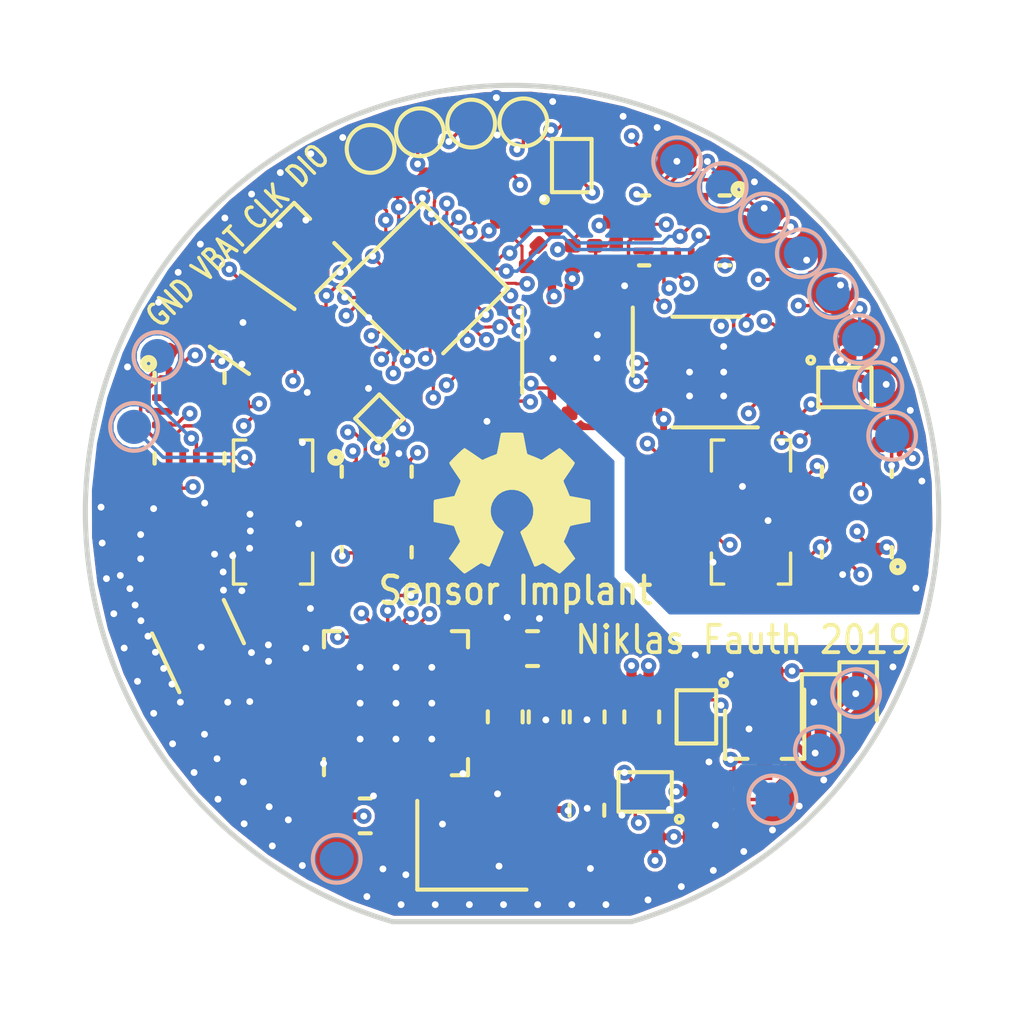
<source format=kicad_pcb>
(kicad_pcb (version 20171130) (host pcbnew 5.0.2-bee76a0~70~ubuntu18.04.1)
  (layers (0 F.Cu signal) (1 In1.Cu signal) (2 In2.Cu signal) (31 B.Cu signal) (34 B.Paste user) (35 F.Paste user) (36 B.SilkS user hide) (37 F.SilkS user) (38 B.Mask user hide) (39 F.Mask user hide) (44 Edge.Cuts user))
  (net 0 "")
  (net 1 REFFET2_D2)
  (net 2 REFFET2_D1)
  (net 3 ISFET2_D1)
  (net 4 ISFET2_D2)
  (net 5 COIL)
  (net 6 ISFET2_D3)
  (net 7 ISFET2_D4)
  (net 8 REFFET2_D4)
  (net 9 REFFET2_D3)
  (net 10 +BATT)
  (net 11 VCC)
  (net 12 ADC_IN8)
  (net 13 GNDD)
  (net 14 "Net-(R34-Pad2)")
  (net 15 ISFET2_SHNT)
  (net 16 ADC_IN7)
  (net 17 +5VA)
  (net 18 REFFET2_D)
  (net 19 ADC_IN6)
  (net 20 TAG_EN)
  (net 21 ISFET2_D)
  (net 22 ISFET1_S)
  (net 23 "Net-(R28-Pad1)")
  (net 24 ISFET2_S)
  (net 25 "Net-(R21-Pad1)")
  (net 26 ISFET1_SHNT)
  (net 27 ISFET1_D)
  (net 28 "Net-(C29-Pad2)")
  (net 29 ADC_IN3)
  (net 30 "Net-(Q2-PadC2)")
  (net 31 REFFET1_D)
  (net 32 ADC_IN0)
  (net 33 "Net-(C21-Pad2)")
  (net 34 "Net-(R12-Pad1)")
  (net 35 ADC_IN1)
  (net 36 ADC_IN2)
  (net 37 "Net-(Q2-PadB1)")
  (net 38 "Net-(C27-Pad2)")
  (net 39 ANT_SW)
  (net 40 "Net-(C1-Pad1)")
  (net 41 DIO2)
  (net 42 "Net-(C15-Pad1)")
  (net 43 "Net-(Q1-PadB1)")
  (net 44 "Net-(C20-Pad2)")
  (net 45 "Net-(Q1-PadC2)")
  (net 46 "Net-(R6-Pad1)")
  (net 47 "Net-(C7-Pad1)")
  (net 48 "Net-(C12-Pad1)")
  (net 49 "Net-(C8-Pad2)")
  (net 50 "Net-(C13-Pad1)")
  (net 51 "Net-(U8-Pad1)")
  (net 52 REFFET1_D1)
  (net 53 REFFET1_D2)
  (net 54 REFFET1_D3)
  (net 55 REFFET1_D4)
  (net 56 ISFET1_D4)
  (net 57 ISFET1_D3)
  (net 58 ISFET1_D2)
  (net 59 ISFET1_D1)
  (net 60 "Net-(U5-Pad1)")
  (net 61 "Net-(C16-Pad1)")
  (net 62 "Net-(C18-Pad1)")
  (net 63 "Net-(C19-Pad1)")
  (net 64 "Net-(U1-Pad6)")
  (net 65 "Net-(C9-Pad1)")
  (net 66 "Net-(L5-Pad2)")
  (net 67 "Net-(U1-Pad13)")
  (net 68 RF_BUSY)
  (net 69 RF_RST)
  (net 70 RF_MISO)
  (net 71 RF_MOSI)
  (net 72 RF_SCK)
  (net 73 RF_CS)
  (net 74 "Net-(C17-Pad1)")
  (net 75 "Net-(C12-Pad2)")
  (net 76 "Net-(C3-Pad2)")
  (net 77 "Net-(C2-Pad1)")
  (net 78 "Net-(L9-Pad2)")
  (net 79 AFE_EN)
  (net 80 "Net-(U4-PadA1)")
  (net 81 SWCLK)
  (net 82 "Net-(U4-PadB4)")
  (net 83 SWDIO)
  (net 84 "Net-(U4-PadC3)")
  (net 85 ADC_IN11)
  (net 86 ADC_IN10)
  (net 87 "Net-(U4-PadC6)")
  (net 88 ADC_IN9)
  (net 89 "Net-(C5-Pad1)")
  (net 90 "Net-(U4-PadD6)")
  (net 91 "Net-(U4-PadD7)")
  (net 92 "Net-(U4-PadE3)")
  (net 93 DAC_OUT1)
  (net 94 DAC_OUT2)
  (net 95 "Net-(C3-Pad1)")
  (net 96 "Net-(C4-Pad1)")
  (net 97 "Net-(C10-Pad1)")
  (net 98 "Net-(J15-Pad1)")
  (net 99 ELEC2)
  (net 100 "Net-(U11-Pad1)")
  (net 101 ELEC_SNS1)
  (net 102 ELEC1)
  (net 103 ELEC_SNS2)
  (net 104 O2_FORCE)
  (net 105 "Net-(U12-Pad8)")
  (net 106 "Net-(U12-Pad5)")
  (net 107 "Net-(U12-Pad1)")
  (net 108 "Net-(R39-Pad2)")
  (net 109 "Net-(R3-Pad2)")
  (net 110 "Net-(R16-Pad2)")
  (net 111 RF_ANT)
  (net 112 "Net-(J11-Pad7)")
  (net 113 "Net-(J11-Pad8)")
  (net 114 "Net-(Q3-PadC2)")
  (net 115 "Net-(Q3-PadA2)")
  (net 116 "Net-(J11-Pad1)")
  (net 117 "Net-(J11-Pad5)")
  (net 118 O2_ELEC2)
  (net 119 O2_ELEC1)
  (net 120 ADC_IN12)
  (net 121 "Net-(R40-Pad2)")
  (net 122 T_EN)
  (net 123 MUX4IN0)
  (net 124 MUX4IN1)
  (net 125 MUX3IN1)
  (net 126 MUX3IN0)
  (net 127 MUX3EN)
  (net 128 MUX2IN0)
  (net 129 MUX2IN1)
  (net 130 MUX1IN1)
  (net 131 MUX1IN0)
  (module Package_TO_SOT_SMD:SOT-323_SC-70 (layer F.Cu) (at -6.07844 -7.71922 45)
    (fp_text reference U3 (at -0.05 -1.95 45) (layer F.SilkS) (effects (font (size 0 0))))
    (fp_text value REF3020)
    (pad 1 smd rect (at -1 -0.65 315) (size 0.45 0.7) (layers F.Cu F.Paste F.Mask) (net 17 +5VA))
    (pad 2 smd rect (at -1 0.65 315) (size 0.45 0.7) (layers F.Cu F.Paste F.Mask) (net 50 "Net-(C13-Pad1)"))
    (pad 3 smd rect (at 1 0 315) (size 0.45 0.7) (layers F.Cu F.Paste F.Mask) (net 13 GNDD))
  )
  (module footrpints:WLCSP-6_1.4x1.0mm_P0.4mm_hdi (layer F.Cu) (at 3.9 8.2 180)
    (fp_text reference U10 (at 0 -1.7 180) (layer F.SilkS) (effects (font (size 0 0))))
    (fp_text value TPS61099)
    (pad C1 smd circle (at 0.4 0.2 270) (size 0.2 0.2) (layers F.Cu F.Paste F.Mask) (net 79 AFE_EN))
    (pad C2 smd circle (at 0.4 -0.2 270) (size 0.2 0.2) (layers F.Cu F.Paste F.Mask) (net 14 "Net-(R34-Pad2)"))
    (pad B1 smd circle (at 0 0.2 270) (size 0.2 0.2) (layers F.Cu F.Paste F.Mask) (net 78 "Net-(L9-Pad2)"))
    (pad B2 smd circle (at 0 -0.2 270) (size 0.2 0.2) (layers F.Cu F.Paste F.Mask) (net 17 +5VA))
    (pad A1 smd circle (at -0.4 0.2 270) (size 0.2 0.2) (layers F.Cu F.Paste F.Mask) (net 11 VCC))
    (pad A2 smd circle (at -0.4 -0.2 270) (size 0.2 0.2) (layers F.Cu F.Paste F.Mask) (net 13 GNDD))
  )
  (module footrpints:WLCSP-6_1.4x1.0mm_P0.4mm (layer F.Cu) (at 5.4 6 270)
    (fp_text reference Q3 (at 0 -1.7 270) (layer F.SilkS) (effects (font (size 0 0))))
    (fp_text value CSD75208W1015)
    (pad C1 smd circle (at 0.5 0.25) (size 0.25 0.25) (layers F.Cu F.Paste F.Mask) (net 10 +BATT))
    (pad C2 smd circle (at 0.5 -0.25) (size 0.25 0.25) (layers F.Cu F.Paste F.Mask) (net 114 "Net-(Q3-PadC2)"))
    (pad B1 smd circle (at 0 0.25) (size 0.25 0.25) (layers F.Cu F.Paste F.Mask) (net 10 +BATT))
    (pad B2 smd circle (at 0 -0.25) (size 0.25 0.25) (layers F.Cu F.Paste F.Mask) (net 10 +BATT))
    (pad A1 smd circle (at -0.5 0.25) (size 0.25 0.25) (layers F.Cu F.Paste F.Mask) (net 11 VCC))
    (pad A2 smd circle (at -0.5 -0.25) (size 0.25 0.25) (layers F.Cu F.Paste F.Mask) (net 115 "Net-(Q3-PadA2)"))
  )
  (module footrpints:WLCSP-6_1.4x1.0mm_P0.4mm (layer F.Cu) (at 9.75 -3.65)
    (fp_text reference Q2 (at 0 -1.7) (layer F.SilkS) (effects (font (size 0 0))))
    (fp_text value CSD75208W1015)
    (pad C1 smd circle (at 0.5 0.25 90) (size 0.25 0.25) (layers F.Cu F.Paste F.Mask) (net 26 ISFET1_SHNT))
    (pad C2 smd circle (at 0.5 -0.25 90) (size 0.25 0.25) (layers F.Cu F.Paste F.Mask) (net 30 "Net-(Q2-PadC2)"))
    (pad B1 smd circle (at 0 0.25 90) (size 0.25 0.25) (layers F.Cu F.Paste F.Mask) (net 37 "Net-(Q2-PadB1)"))
    (pad B2 smd circle (at 0 -0.25 90) (size 0.25 0.25) (layers F.Cu F.Paste F.Mask) (net 37 "Net-(Q2-PadB1)"))
    (pad A1 smd circle (at -0.5 0.25 90) (size 0.25 0.25) (layers F.Cu F.Paste F.Mask) (net 26 ISFET1_SHNT))
    (pad A2 smd circle (at -0.5 -0.25 90) (size 0.25 0.25) (layers F.Cu F.Paste F.Mask) (net 26 ISFET1_SHNT))
  )
  (module footrpints:WLCSP-6_1.4x1.0mm_P0.4mm (layer F.Cu) (at 1.75 -10.15 90)
    (fp_text reference Q1 (at 0 -1.7 90) (layer F.SilkS) (effects (font (size 0 0))))
    (fp_text value CSD75208W1015)
    (pad A2 smd circle (at -0.5 -0.25 180) (size 0.25 0.25) (layers F.Cu F.Paste F.Mask) (net 15 ISFET2_SHNT))
    (pad A1 smd circle (at -0.5 0.25 180) (size 0.25 0.25) (layers F.Cu F.Paste F.Mask) (net 15 ISFET2_SHNT))
    (pad B2 smd circle (at 0 -0.25 180) (size 0.25 0.25) (layers F.Cu F.Paste F.Mask) (net 43 "Net-(Q1-PadB1)"))
    (pad B1 smd circle (at 0 0.25 180) (size 0.25 0.25) (layers F.Cu F.Paste F.Mask) (net 43 "Net-(Q1-PadB1)"))
    (pad C2 smd circle (at 0.5 -0.25 180) (size 0.25 0.25) (layers F.Cu F.Paste F.Mask) (net 45 "Net-(Q1-PadC2)"))
    (pad C1 smd circle (at 0.5 0.25 180) (size 0.25 0.25) (layers F.Cu F.Paste F.Mask) (net 15 ISFET2_SHNT))
  )
  (module Capacitor_SMD:C_0201_0603Metric (layer F.Cu) (at -3.18 -3.21 135)
    (fp_text reference C34 (at 0 -1.05 135) (layer F.SilkS) (effects (font (size 0 0))))
    (fp_text value 100n)
    (pad 1 smd roundrect (at -0.32 0 135) (size 0.46 0.4) (layers F.Cu F.Mask) (net 17 +5VA))
    (pad 2 smd roundrect (at 0.32 0 135) (size 0.46 0.4) (layers F.Cu F.Mask) (net 13 GNDD))
  )
  (module footrpints:WLCSP-4_1.0x1.0mm_P0.4mm (layer F.Cu) (at -3.8873 -2.73706 135)
    (fp_text reference U7 (at 0 -1.700001 135) (layer F.SilkS) (effects (font (size 0 0))))
    (fp_text value LMT70)
    (pad A2 smd circle (at 0.2 0.2 45) (size 0.2 0.2) (layers F.Cu F.Paste F.Mask) (net 17 +5VA))
    (pad A1 smd circle (at 0.2 -0.2 45) (size 0.2 0.2) (layers F.Cu F.Paste F.Mask) (net 13 GNDD))
    (pad B2 smd circle (at -0.2 0.2 45) (size 0.2 0.2) (layers F.Cu F.Paste F.Mask) (net 122 T_EN))
    (pad B1 smd circle (at -0.2 -0.2 45) (size 0.2 0.2) (layers F.Cu F.Paste F.Mask) (net 121 "Net-(R40-Pad2)"))
  )
  (module Resistor_SMD:R_0201_0603Metric (layer F.Cu) (at 1.94 -11.5)
    (fp_text reference R41 hide)
    (fp_text value DNP)
    (pad 2 smd roundrect (at 0.32 0) (size 0.46 0.4) (layers F.Cu F.Mask) (net 43 "Net-(Q1-PadB1)"))
    (pad 1 smd roundrect (at -0.32 0) (size 0.46 0.4) (layers F.Cu F.Mask) (net 15 ISFET2_SHNT))
  )
  (module Resistor_SMD:R_0201_0603Metric (layer F.Cu) (at 10.18 -4.59)
    (fp_text reference R43 hide)
    (fp_text value DNP)
    (pad 1 smd roundrect (at -0.32 0) (size 0.46 0.4) (layers F.Cu F.Mask) (net 26 ISFET1_SHNT))
    (pad 2 smd roundrect (at 0.32 0) (size 0.46 0.4) (layers F.Cu F.Mask) (net 37 "Net-(Q2-PadB1)"))
  )
  (module Diode_SMD:D_SC-80 (layer F.Cu) (at 10.14 5.4 270)
    (fp_text reference D2 hide)
    (fp_text value D_TVS)
    (pad 2 smd rect (at 0.725 0 270) (size 0.35 0.35) (layers F.Cu F.Paste F.Mask) (net 13 GNDD))
    (pad 1 smd rect (at -0.725 0 270) (size 0.35 0.35) (layers F.Cu F.Paste F.Mask) (net 20 TAG_EN))
  )
  (module Symbol:OSHW-Logo2_7.3x6mm_SilkScreen (layer F.Cu) (at -0.00022 0.43418)
    (fp_text reference REF** hide)
    (fp_text value OSHW-Logo2_7.3x6mm_SilkScreen hide)
  )
  (module TestPoint:TestPoint_Pad_D1.0mm (layer F.Cu) (at -2.6977 -11.12536)
    (fp_text reference J19 (at 0 -1.448) (layer F.SilkS) (effects (font (size 0 0))))
    (fp_text value PAD)
    (pad 1 smd circle (at 0 0) (size 1 1) (layers F.Cu F.Mask) (net 11 VCC))
  )
  (module TestPoint:TestPoint_Pad_D1.0mm (layer F.Cu) (at -4.14296 -10.63768)
    (fp_text reference J20 (at 0 -1.448) (layer F.SilkS) (effects (font (size 0 0))))
    (fp_text value PAD)
    (pad 1 smd circle (at 0 0) (size 1 1) (layers F.Cu F.Mask) (net 13 GNDD))
  )
  (module TestPoint:TestPoint_Pad_D1.0mm (layer F.Cu) (at -1.19656 -11.37936)
    (fp_text reference J18 (at 0 -1.448) (layer F.SilkS) (effects (font (size 0 0))))
    (fp_text value PAD)
    (pad 1 smd circle (at 0 0) (size 1 1) (layers F.Cu F.Mask) (net 81 SWCLK))
  )
  (module TestPoint:TestPoint_Pad_D1.0mm (layer F.Cu) (at 0.33252 -11.41492)
    (fp_text reference J17 (at 0 -1.448) (layer F.SilkS) (effects (font (size 0 0))))
    (fp_text value PAD)
    (pad 1 smd circle (at 0 0) (size 1 1) (layers F.Cu F.Mask) (net 83 SWDIO))
  )
  (module Package_DFN_QFN:QFN-24-1EP_4x4mm_P0.5mm_EP2.6x2.6mm_ThermalVias (layer F.Cu) (at -3.4 5.6 90)
    (fp_text reference U1 (at 0 -3.3 90) (layer F.SilkS) (effects (font (size 0 0))))
    (fp_text value SX1261)
    (pad 24 smd roundrect (at -1.25 -1.9375 90) (size 0.25 0.825) (layers F.Cu F.Paste F.Mask) (net 77 "Net-(C2-Pad1)"))
    (pad 23 smd roundrect (at -0.75 -1.9375 90) (size 0.25 0.825) (layers F.Cu F.Paste F.Mask) (net 76 "Net-(C3-Pad2)"))
    (pad 22 smd roundrect (at -0.25 -1.9375 90) (size 0.25 0.825) (layers F.Cu F.Paste F.Mask) (net 75 "Net-(C12-Pad2)"))
    (pad 21 smd roundrect (at 0.25 -1.9375 90) (size 0.25 0.825) (layers F.Cu F.Paste F.Mask) (net 74 "Net-(C17-Pad1)"))
    (pad 20 smd roundrect (at 0.75 -1.9375 90) (size 0.25 0.825) (layers F.Cu F.Paste F.Mask) (net 13 GNDD))
    (pad 19 smd roundrect (at 1.25 -1.9375 90) (size 0.25 0.825) (layers F.Cu F.Paste F.Mask) (net 73 RF_CS))
    (pad 18 smd roundrect (at 1.9375 -1.25 90) (size 0.825 0.25) (layers F.Cu F.Paste F.Mask) (net 72 RF_SCK))
    (pad 17 smd roundrect (at 1.9375 -0.75 90) (size 0.825 0.25) (layers F.Cu F.Paste F.Mask) (net 71 RF_MOSI))
    (pad 16 smd roundrect (at 1.9375 -0.25 90) (size 0.825 0.25) (layers F.Cu F.Paste F.Mask) (net 70 RF_MISO))
    (pad 15 smd roundrect (at 1.9375 0.25 90) (size 0.825 0.25) (layers F.Cu F.Paste F.Mask) (net 69 RF_RST))
    (pad 14 smd roundrect (at 1.9375 0.75 90) (size 0.825 0.25) (layers F.Cu F.Paste F.Mask) (net 68 RF_BUSY))
    (pad 13 smd roundrect (at 1.9375 1.25 90) (size 0.825 0.25) (layers F.Cu F.Paste F.Mask) (net 67 "Net-(U1-Pad13)"))
    (pad 12 smd roundrect (at 1.25 1.9375 90) (size 0.25 0.825) (layers F.Cu F.Paste F.Mask) (net 41 DIO2))
    (pad 11 smd roundrect (at 0.75 1.9375 90) (size 0.25 0.825) (layers F.Cu F.Paste F.Mask) (net 11 VCC))
    (pad 10 smd roundrect (at 0.25 1.9375 90) (size 0.25 0.825) (layers F.Cu F.Paste F.Mask) (net 11 VCC))
    (pad 9 smd roundrect (at -0.25 1.9375 90) (size 0.25 0.825) (layers F.Cu F.Paste F.Mask) (net 66 "Net-(L5-Pad2)"))
    (pad 8 smd roundrect (at -0.75 1.9375 90) (size 0.25 0.825) (layers F.Cu F.Paste F.Mask) (net 13 GNDD))
    (pad 7 smd roundrect (at -1.25 1.9375 90) (size 0.25 0.825) (layers F.Cu F.Paste F.Mask) (net 65 "Net-(C9-Pad1)"))
    (pad 6 smd roundrect (at -1.9375 1.25 90) (size 0.825 0.25) (layers F.Cu F.Paste F.Mask) (net 64 "Net-(U1-Pad6)"))
    (pad 5 smd roundrect (at -1.9375 0.75 90) (size 0.825 0.25) (layers F.Cu F.Paste F.Mask) (net 13 GNDD))
    (pad 4 smd roundrect (at -1.9375 0.25 90) (size 0.825 0.25) (layers F.Cu F.Paste F.Mask) (net 63 "Net-(C19-Pad1)"))
    (pad 3 smd roundrect (at -1.9375 -0.25 90) (size 0.825 0.25) (layers F.Cu F.Paste F.Mask) (net 62 "Net-(C18-Pad1)"))
    (pad 2 smd roundrect (at -1.9375 -0.75 90) (size 0.825 0.25) (layers F.Cu F.Paste F.Mask) (net 13 GNDD))
    (pad 1 smd roundrect (at -1.9375 -1.25 90) (size 0.825 0.25) (layers F.Cu F.Paste F.Mask) (net 61 "Net-(C16-Pad1)"))
    (pad 25 smd roundrect (at 0 0 90) (size 2.6 2.6) (layers B.Cu) (roundrect_rratio 0.096154) (net 13 GNDD))
    (pad 25 thru_hole circle (at 1.05 1.05 90) (size 0.5 0.5) (drill 0.2) (layers *.Cu) (net 13 GNDD))
    (pad 25 thru_hole circle (at 0 1.05 90) (size 0.5 0.5) (drill 0.2) (layers *.Cu) (net 13 GNDD))
    (pad 25 thru_hole circle (at -1.05 1.05 90) (size 0.5 0.5) (drill 0.2) (layers *.Cu) (net 13 GNDD))
    (pad 25 thru_hole circle (at 1.05 0 90) (size 0.5 0.5) (drill 0.2) (layers *.Cu) (net 13 GNDD))
    (pad 25 thru_hole circle (at 0 0 90) (size 0.5 0.5) (drill 0.2) (layers *.Cu) (net 13 GNDD))
    (pad 25 thru_hole circle (at -1.05 0 90) (size 0.5 0.5) (drill 0.2) (layers *.Cu) (net 13 GNDD))
    (pad 25 thru_hole circle (at 1.05 -1.05 90) (size 0.5 0.5) (drill 0.2) (layers *.Cu) (net 13 GNDD))
    (pad 25 thru_hole circle (at 0 -1.05 90) (size 0.5 0.5) (drill 0.2) (layers *.Cu) (net 13 GNDD))
    (pad 25 thru_hole circle (at -1.05 -1.05 90) (size 0.5 0.5) (drill 0.2) (layers *.Cu) (net 13 GNDD))
    (pad 25 smd roundrect (at 0 0 90) (size 2.6 2.6) (layers F.Cu F.Mask) (roundrect_rratio 0.096154) (net 13 GNDD))
  )
  (module Package_SON:WSON-8-1EP_3x3mm_P0.5mm_EP1.6x2.0mm (layer F.Cu) (at 5.7 -4.1 180)
    (fp_text reference U9 (at 0.35 -2.45 180) (layer F.SilkS) (effects (font (size 0 0))))
    (fp_text value LPV542)
    (pad 6 smd rect (at 1.4 0.25 180) (size 0.6 0.25) (layers F.Cu F.Paste F.Mask) (net 38 "Net-(C27-Pad2)"))
    (pad 5 smd rect (at 1.4 0.75 180) (size 0.6 0.25) (layers F.Cu F.Paste F.Mask) (net 28 "Net-(C29-Pad2)"))
    (pad 4 smd rect (at -1.4 0.75 180) (size 0.6 0.25) (layers F.Cu F.Paste F.Mask) (net 13 GNDD))
    (pad 2 smd rect (at -1.4 -0.25 180) (size 0.6 0.25) (layers F.Cu F.Paste F.Mask) (net 25 "Net-(R21-Pad1)"))
    (pad 1 smd rect (at -1.4 -0.75 180) (size 0.6 0.25) (layers F.Cu F.Paste F.Mask) (net 110 "Net-(R16-Pad2)"))
    (pad 4 smd rect (at 0 0 180) (size 1.6 2) (layers F.Cu F.Mask) (net 13 GNDD))
    (pad 8 smd rect (at 1.4 -0.75 180) (size 0.6 0.25) (layers F.Cu F.Paste F.Mask) (net 17 +5VA))
    (pad 7 smd rect (at 1.4 -0.25 180) (size 0.6 0.25) (layers F.Cu F.Paste F.Mask) (net 22 ISFET1_S))
    (pad 3 smd rect (at -1.4 0.25 180) (size 0.6 0.25) (layers F.Cu F.Paste F.Mask) (net 23 "Net-(R28-Pad1)"))
  )
  (module Package_SON:WSON-8-1EP_3x3mm_P0.5mm_EP1.6x2.0mm (layer F.Cu) (at 1.91748 -4.99126 90)
    (fp_text reference U6 (at 0.35 -2.45 90) (layer F.SilkS) (effects (font (size 0 0))))
    (fp_text value LPV542)
    (pad 3 smd rect (at -1.4 0.25 90) (size 0.6 0.25) (layers F.Cu F.Paste F.Mask) (net 34 "Net-(R12-Pad1)"))
    (pad 7 smd rect (at 1.4 -0.25 90) (size 0.6 0.25) (layers F.Cu F.Paste F.Mask) (net 24 ISFET2_S))
    (pad 8 smd rect (at 1.4 -0.75 90) (size 0.6 0.25) (layers F.Cu F.Paste F.Mask) (net 17 +5VA))
    (pad 4 smd rect (at 0 0 90) (size 1.6 2) (layers F.Cu F.Mask) (net 13 GNDD))
    (pad 1 smd rect (at -1.4 -0.75 90) (size 0.6 0.25) (layers F.Cu F.Paste F.Mask) (net 109 "Net-(R3-Pad2)"))
    (pad 2 smd rect (at -1.4 -0.25 90) (size 0.6 0.25) (layers F.Cu F.Paste F.Mask) (net 46 "Net-(R6-Pad1)"))
    (pad 4 smd rect (at -1.4 0.75 90) (size 0.6 0.25) (layers F.Cu F.Paste F.Mask) (net 13 GNDD))
    (pad 5 smd rect (at 1.4 0.75 90) (size 0.6 0.25) (layers F.Cu F.Paste F.Mask) (net 33 "Net-(C21-Pad2)"))
    (pad 6 smd rect (at 1.4 0.25 90) (size 0.6 0.25) (layers F.Cu F.Paste F.Mask) (net 44 "Net-(C20-Pad2)"))
  )
  (module "DF37NB-10DS-0.4V(53):DF37NB10DS04V53" (layer F.Cu) (at -7 0 90)
    (fp_text reference J11 (at 0 0 90) (layer F.SilkS) (effects (font (size 0 0))))
    (fp_text value Conn_02x05_Odd_Even_MountingPin hide)
    (pad 1 smd rect (at -0.8 1.325 90) (size 0.23 0.63) (layers F.Cu F.Paste F.Mask) (net 116 "Net-(J11-Pad1)"))
    (pad 2 smd rect (at -0.8 -1.325 90) (size 0.23 0.63) (layers F.Cu F.Paste F.Mask) (net 13 GNDD))
    (pad 3 smd rect (at -0.4 1.325 90) (size 0.23 0.63) (layers F.Cu F.Paste F.Mask) (net 13 GNDD))
    (pad 4 smd rect (at -0.4 -1.325 90) (size 0.23 0.63) (layers F.Cu F.Paste F.Mask) (net 111 RF_ANT))
    (pad 5 smd rect (at 0 1.325 90) (size 0.23 0.63) (layers F.Cu F.Paste F.Mask) (net 117 "Net-(J11-Pad5)"))
    (pad 6 smd rect (at 0 -1.325 90) (size 0.23 0.63) (layers F.Cu F.Paste F.Mask) (net 13 GNDD))
    (pad 7 smd rect (at 0.4 1.325 90) (size 0.23 0.63) (layers F.Cu F.Paste F.Mask) (net 112 "Net-(J11-Pad7)"))
    (pad 8 smd rect (at 0.4 -1.325 90) (size 0.23 0.63) (layers F.Cu F.Paste F.Mask) (net 113 "Net-(J11-Pad8)"))
    (pad 9 smd rect (at 0.8 1.325 90) (size 0.23 0.63) (layers F.Cu F.Paste F.Mask) (net 102 ELEC1))
    (pad 10 smd rect (at 0.8 -1.325 90) (size 0.23 0.63) (layers F.Cu F.Paste F.Mask) (net 119 O2_ELEC1))
    (pad MP smd rect (at -2.04 0 90) (size 0.38 1.1) (layers F.Cu F.Paste F.Mask) (net 13 GNDD))
    (pad MP smd rect (at 2.04 0 90) (size 0.38 1.1) (layers F.Cu F.Paste F.Mask) (net 13 GNDD))
  )
  (module "DF37NB-10DS-0.4V(53):DF37NB10DS04V53" (layer F.Cu) (at 7 0 90)
    (fp_text reference J12 (at 0 0 90) (layer F.SilkS) (effects (font (size 0 0))))
    (fp_text value Conn_02x05_Odd_Even_MountingPin hide)
    (pad 1 smd rect (at -0.8 1.325 90) (size 0.23 0.63) (layers F.Cu F.Paste F.Mask) (net 59 ISFET1_D1))
    (pad 2 smd rect (at -0.8 -1.325 90) (size 0.23 0.63) (layers F.Cu F.Paste F.Mask) (net 31 REFFET1_D))
    (pad 3 smd rect (at -0.4 1.325 90) (size 0.23 0.63) (layers F.Cu F.Paste F.Mask) (net 58 ISFET1_D2))
    (pad 4 smd rect (at -0.4 -1.325 90) (size 0.23 0.63) (layers F.Cu F.Paste F.Mask) (net 55 REFFET1_D4))
    (pad 5 smd rect (at 0 1.325 90) (size 0.23 0.63) (layers F.Cu F.Paste F.Mask) (net 57 ISFET1_D3))
    (pad 6 smd rect (at 0 -1.325 90) (size 0.23 0.63) (layers F.Cu F.Paste F.Mask) (net 54 REFFET1_D3))
    (pad 7 smd rect (at 0.4 1.325 90) (size 0.23 0.63) (layers F.Cu F.Paste F.Mask) (net 56 ISFET1_D4))
    (pad 8 smd rect (at 0.4 -1.325 90) (size 0.23 0.63) (layers F.Cu F.Paste F.Mask) (net 53 REFFET1_D2))
    (pad 9 smd rect (at 0.8 1.325 90) (size 0.23 0.63) (layers F.Cu F.Paste F.Mask) (net 22 ISFET1_S))
    (pad 10 smd rect (at 0.8 -1.325 90) (size 0.23 0.63) (layers F.Cu F.Paste F.Mask) (net 13 GNDD))
    (pad MP smd rect (at -2.04 0 90) (size 0.38 1.1) (layers F.Cu F.Paste F.Mask) (net 13 GNDD))
    (pad MP smd rect (at 2.04 0 90) (size 0.38 1.1) (layers F.Cu F.Paste F.Mask) (net 13 GNDD))
  )
  (module Capacitor_SMD:C_0201_0603Metric (layer F.Cu) (at 7.4 4.7 180)
    (fp_text reference C44 (at 0 -1.05 180) (layer F.SilkS) (effects (font (size 0 0))))
    (fp_text value 100n)
    (pad 2 smd roundrect (at 0.32 0 180) (size 0.46 0.4) (layers F.Cu F.Mask) (net 13 GNDD))
    (pad 1 smd roundrect (at -0.32 0 180) (size 0.46 0.4) (layers F.Cu F.Mask) (net 20 TAG_EN))
  )
  (module Diode_SMD:D_SC-80 (layer F.Cu) (at 9.04 5.75 270)
    (fp_text reference D1 (at 0 -1.4 270) (layer F.SilkS) (effects (font (size 0 0))))
    (fp_text value D)
    (pad 2 smd rect (at 0.725 0 270) (size 0.35 0.35) (layers F.Cu F.Paste F.Mask) (net 5 COIL))
    (pad 1 smd rect (at -0.725 0 270) (size 0.35 0.35) (layers F.Cu F.Paste F.Mask) (net 20 TAG_EN))
  )
  (module Resistor_SMD:R_0201_0603Metric (layer F.Cu) (at -5.16492 -3.31364 315)
    (fp_text reference R40 (at 0 -1.05 315) (layer F.SilkS) (effects (font (size 0 0))))
    (fp_text value 2k)
    (pad 2 smd roundrect (at 0.32 0 315) (size 0.46 0.4) (layers F.Cu F.Mask) (net 121 "Net-(R40-Pad2)"))
    (pad 1 smd roundrect (at -0.32 0 315) (size 0.46 0.4) (layers F.Cu F.Mask) (net 85 ADC_IN11))
  )
  (module Capacitor_SMD:C_0201_0603Metric (layer F.Cu) (at -2.30654 -10.06364 45)
    (fp_text reference C41 (at 0 -1.05 45) (layer F.SilkS) (effects (font (size 0 0))))
    (fp_text value 100n)
    (pad 2 smd roundrect (at 0.32 0 45) (size 0.46 0.4) (layers F.Cu F.Mask) (net 13 GNDD))
    (pad 1 smd roundrect (at -0.32 0 45) (size 0.46 0.4) (layers F.Cu F.Mask) (net 11 VCC))
  )
  (module Capacitor_SMD:C_0201_0603Metric (layer F.Cu) (at -6.10384 -4.29276 315)
    (fp_text reference C42 (at 0 -1.05 315) (layer F.SilkS) (effects (font (size 0 0))))
    (fp_text value 100n)
    (pad 1 smd roundrect (at -0.32 0 315) (size 0.46 0.4) (layers F.Cu F.Mask) (net 17 +5VA))
    (pad 2 smd roundrect (at 0.32 0 315) (size 0.46 0.4) (layers F.Cu F.Mask) (net 13 GNDD))
  )
  (module Capacitor_SMD:C_0201_0603Metric (layer F.Cu) (at -7.87168 -3.41138 90)
    (fp_text reference C43 (at 0 -1.05 90) (layer F.SilkS) (effects (font (size 0 0))))
    (fp_text value 100n)
    (pad 2 smd roundrect (at 0.32 0 90) (size 0.46 0.4) (layers F.Cu F.Mask) (net 13 GNDD))
    (pad 1 smd roundrect (at -0.32 0 90) (size 0.46 0.4) (layers F.Cu F.Mask) (net 17 +5VA))
  )
  (module Package_CSP:ST_WLCSP-49_Die447 (layer F.Cu) (at -2.605183 -6.565758 135)
    (fp_text reference U4 (at 0 -2.629 135) (layer F.SilkS) (effects (font (size 0 0))))
    (fp_text value STM32L072CBYx)
    (pad A1 smd circle (at -1.2 -1.2 135) (size 0.133 0.133) (layers F.Cu F.Paste F.Mask) (net 80 "Net-(U4-PadA1)"))
    (pad A2 smd circle (at -0.8 -1.200001 135) (size 0.133 0.133) (layers F.Cu F.Paste F.Mask) (net 73 RF_CS))
    (pad A3 smd circle (at -0.4 -1.2 135) (size 0.133 0.133) (layers F.Cu F.Paste F.Mask) (net 72 RF_SCK))
    (pad A4 smd circle (at 0 -1.2 135) (size 0.133 0.133) (layers F.Cu F.Paste F.Mask) (net 71 RF_MOSI))
    (pad A5 smd circle (at 0.4 -1.2 135) (size 0.133 0.133) (layers F.Cu F.Paste F.Mask) (net 13 GNDD))
    (pad A6 smd circle (at 0.8 -1.200001 135) (size 0.133 0.133) (layers F.Cu F.Paste F.Mask) (net 123 MUX4IN0))
    (pad A7 smd circle (at 1.2 -1.2 135) (size 0.133 0.133) (layers F.Cu F.Paste F.Mask) (net 11 VCC))
    (pad B1 smd circle (at -1.200001 -0.8 135) (size 0.133 0.133) (layers F.Cu F.Paste F.Mask) (net 122 T_EN))
    (pad B2 smd circle (at -0.8 -0.8 135) (size 0.133 0.133) (layers F.Cu F.Paste F.Mask) (net 81 SWCLK))
    (pad B3 smd circle (at -0.4 -0.8 135) (size 0.133 0.133) (layers F.Cu F.Paste F.Mask) (net 70 RF_MISO))
    (pad B4 smd circle (at 0 -0.799999 135) (size 0.133 0.133) (layers F.Cu F.Paste F.Mask) (net 82 "Net-(U4-PadB4)"))
    (pad B5 smd circle (at 0.4 -0.8 135) (size 0.133 0.133) (layers F.Cu F.Paste F.Mask) (net 124 MUX4IN1))
    (pad B6 smd circle (at 0.8 -0.8 135) (size 0.133 0.133) (layers F.Cu F.Paste F.Mask) (net 11 VCC))
    (pad B7 smd circle (at 1.200001 -0.8 135) (size 0.133 0.133) (layers F.Cu F.Paste F.Mask) (net 39 ANT_SW))
    (pad C1 smd circle (at -1.2 -0.4 135) (size 0.133 0.133) (layers F.Cu F.Paste F.Mask) (net 125 MUX3IN1))
    (pad C2 smd circle (at -0.8 -0.4 135) (size 0.133 0.133) (layers F.Cu F.Paste F.Mask) (net 83 SWDIO))
    (pad C3 smd circle (at -0.4 -0.4 135) (size 0.133 0.133) (layers F.Cu F.Paste F.Mask) (net 84 "Net-(U4-PadC3)"))
    (pad C4 smd circle (at 0 -0.4 135) (size 0.133 0.133) (layers F.Cu F.Paste F.Mask) (net 85 ADC_IN11))
    (pad C5 smd circle (at 0.4 -0.4 135) (size 0.133 0.133) (layers F.Cu F.Paste F.Mask) (net 86 ADC_IN10))
    (pad C6 smd circle (at 0.8 -0.4 135) (size 0.133 0.133) (layers F.Cu F.Paste F.Mask) (net 87 "Net-(U4-PadC6)"))
    (pad C7 smd circle (at 1.2 -0.4 135) (size 0.133 0.133) (layers F.Cu F.Paste F.Mask) (net 126 MUX3IN0))
    (pad D1 smd circle (at -1.2 0 135) (size 0.133 0.133) (layers F.Cu F.Paste F.Mask) (net 69 RF_RST))
    (pad D2 smd circle (at -0.799999 0 135) (size 0.133 0.133) (layers F.Cu F.Paste F.Mask) (net 68 RF_BUSY))
    (pad D3 smd circle (at -0.4 0 135) (size 0.133 0.133) (layers F.Cu F.Paste F.Mask) (net 88 ADC_IN9))
    (pad D4 smd circle (at 0 0 135) (size 0.133 0.133) (layers F.Cu F.Paste F.Mask) (net 13 GNDD))
    (pad D5 smd circle (at 0.4 0 135) (size 0.133 0.133) (layers F.Cu F.Paste F.Mask) (net 89 "Net-(C5-Pad1)"))
    (pad D6 smd circle (at 0.799999 0 135) (size 0.133 0.133) (layers F.Cu F.Paste F.Mask) (net 90 "Net-(U4-PadD6)"))
    (pad D7 smd circle (at 1.2 0 135) (size 0.133 0.133) (layers F.Cu F.Paste F.Mask) (net 91 "Net-(U4-PadD7)"))
    (pad E1 smd circle (at -1.2 0.4 135) (size 0.133 0.133) (layers F.Cu F.Paste F.Mask) (net 79 AFE_EN))
    (pad E2 smd circle (at -0.8 0.4 135) (size 0.133 0.133) (layers F.Cu F.Paste F.Mask) (net 127 MUX3EN))
    (pad E3 smd circle (at -0.4 0.4 135) (size 0.133 0.133) (layers F.Cu F.Paste F.Mask) (net 92 "Net-(U4-PadE3)"))
    (pad E4 smd circle (at 0 0.4 135) (size 0.133 0.133) (layers F.Cu F.Paste F.Mask) (net 35 ADC_IN1))
    (pad E5 smd circle (at 0.4 0.4 135) (size 0.133 0.133) (layers F.Cu F.Paste F.Mask) (net 32 ADC_IN0))
    (pad E6 smd circle (at 0.8 0.4 135) (size 0.133 0.133) (layers F.Cu F.Paste F.Mask) (net 50 "Net-(C13-Pad1)"))
    (pad E7 smd circle (at 1.2 0.4 135) (size 0.133 0.133) (layers F.Cu F.Paste F.Mask) (net 120 ADC_IN12))
    (pad F1 smd circle (at -1.200001 0.8 135) (size 0.133 0.133) (layers F.Cu F.Paste F.Mask) (net 20 TAG_EN))
    (pad F2 smd circle (at -0.8 0.8 135) (size 0.133 0.133) (layers F.Cu F.Paste F.Mask) (net 131 MUX1IN0))
    (pad F3 smd circle (at -0.4 0.8 135) (size 0.133 0.133) (layers F.Cu F.Paste F.Mask) (net 129 MUX2IN1))
    (pad F4 smd circle (at 0 0.799999 135) (size 0.133 0.133) (layers F.Cu F.Paste F.Mask) (net 16 ADC_IN7))
    (pad F5 smd circle (at 0.4 0.8 135) (size 0.133 0.133) (layers F.Cu F.Paste F.Mask) (net 93 DAC_OUT1))
    (pad F6 smd circle (at 0.8 0.8 135) (size 0.133 0.133) (layers F.Cu F.Paste F.Mask) (net 36 ADC_IN2))
    (pad F7 smd circle (at 1.200001 0.8 135) (size 0.133 0.133) (layers F.Cu F.Paste F.Mask) (net 11 VCC))
    (pad G1 smd circle (at -1.2 1.2 135) (size 0.133 0.133) (layers F.Cu F.Paste F.Mask) (net 130 MUX1IN1))
    (pad G2 smd circle (at -0.8 1.200001 135) (size 0.133 0.133) (layers F.Cu F.Paste F.Mask) (net 11 VCC))
    (pad G3 smd circle (at -0.4 1.2 135) (size 0.133 0.133) (layers F.Cu F.Paste F.Mask) (net 128 MUX2IN0))
    (pad G4 smd circle (at 0 1.2 135) (size 0.133 0.133) (layers F.Cu F.Paste F.Mask) (net 12 ADC_IN8))
    (pad G5 smd circle (at 0.4 1.2 135) (size 0.133 0.133) (layers F.Cu F.Paste F.Mask) (net 19 ADC_IN6))
    (pad G6 smd circle (at 0.8 1.200001 135) (size 0.133 0.133) (layers F.Cu F.Paste F.Mask) (net 94 DAC_OUT2))
    (pad G7 smd circle (at 1.2 1.2 135) (size 0.133 0.133) (layers F.Cu F.Paste F.Mask) (net 29 ADC_IN3))
  )
  (module footrpints:QFN40P260X180X55-16N (layer F.Cu) (at 5.05 -8.25 270)
    (fp_text reference U5 (at 0 -3.175 270) (layer F.SilkS) (effects (font (size 0 0))))
    (fp_text value TMUX1209 hide)
    (pad 1 smd roundrect (at -0.75 -0.6 270) (size 0.7 0.2) (layers F.Cu F.Paste F.Mask) (net 60 "Net-(U5-Pad1)"))
    (pad 2 smd roundrect (at -0.8 -0.2 270) (size 0.6 0.2) (layers F.Cu F.Paste F.Mask) (net 2 REFFET2_D1))
    (pad 3 smd roundrect (at -0.8 0.2 270) (size 0.6 0.2) (layers F.Cu F.Paste F.Mask) (net 1 REFFET2_D2))
    (pad 4 smd roundrect (at -0.799999 0.6 270) (size 0.6 0.2) (layers F.Cu F.Paste F.Mask) (net 9 REFFET2_D3))
    (pad 5 smd roundrect (at -0.6 1.2) (size 0.6 0.2) (layers F.Cu F.Paste F.Mask) (net 8 REFFET2_D4))
    (pad 6 smd roundrect (at -0.199999 1.2) (size 0.6 0.2) (layers F.Cu F.Paste F.Mask) (net 18 REFFET2_D))
    (pad 7 smd roundrect (at 0.199999 1.2) (size 0.6 0.2) (layers F.Cu F.Paste F.Mask) (net 21 ISFET2_D))
    (pad 8 smd roundrect (at 0.6 1.2) (size 0.6 0.2) (layers F.Cu F.Paste F.Mask) (net 7 ISFET2_D4))
    (pad 9 smd roundrect (at 0.799999 0.6 270) (size 0.6 0.2) (layers F.Cu F.Paste F.Mask) (net 6 ISFET2_D3))
    (pad 10 smd roundrect (at 0.8 0.2 270) (size 0.6 0.2) (layers F.Cu F.Paste F.Mask) (net 4 ISFET2_D2))
    (pad 11 smd roundrect (at 0.8 -0.2 270) (size 0.6 0.2) (layers F.Cu F.Paste F.Mask) (net 3 ISFET2_D1))
    (pad 12 smd roundrect (at 0.799999 -0.6 270) (size 0.6 0.2) (layers F.Cu F.Paste F.Mask) (net 17 +5VA))
    (pad 13 smd roundrect (at 0.6 -1.2) (size 0.6 0.2) (layers F.Cu F.Paste F.Mask) (net 13 GNDD))
    (pad 14 smd roundrect (at 0.199999 -1.2) (size 0.6 0.2) (layers F.Cu F.Paste F.Mask) (net 129 MUX2IN1))
    (pad 15 smd roundrect (at -0.199999 -1.2) (size 0.6 0.2) (layers F.Cu F.Paste F.Mask) (net 128 MUX2IN0))
    (pad 16 smd roundrect (at -0.6 -1.2 180) (size 0.6 0.2) (layers F.Cu F.Paste F.Mask) (net 17 +5VA))
  )
  (module footrpints:QFN40P260X180X55-16N (layer F.Cu) (at 10.1 0 180)
    (fp_text reference U8 (at 0 -3.175 180) (layer F.SilkS) (effects (font (size 0 0))))
    (fp_text value TMUX1209 hide)
    (pad 16 smd roundrect (at -0.6 -1.2 90) (size 0.6 0.2) (layers F.Cu F.Paste F.Mask) (net 17 +5VA))
    (pad 15 smd roundrect (at -0.2 -1.2 270) (size 0.6 0.2) (layers F.Cu F.Paste F.Mask) (net 131 MUX1IN0))
    (pad 14 smd roundrect (at 0.2 -1.2 270) (size 0.6 0.2) (layers F.Cu F.Paste F.Mask) (net 130 MUX1IN1))
    (pad 13 smd roundrect (at 0.6 -1.2 270) (size 0.6 0.2) (layers F.Cu F.Paste F.Mask) (net 13 GNDD))
    (pad 12 smd roundrect (at 0.8 -0.6 180) (size 0.6 0.2) (layers F.Cu F.Paste F.Mask) (net 17 +5VA))
    (pad 11 smd roundrect (at 0.8 -0.2 180) (size 0.6 0.2) (layers F.Cu F.Paste F.Mask) (net 59 ISFET1_D1))
    (pad 10 smd roundrect (at 0.8 0.2 180) (size 0.6 0.2) (layers F.Cu F.Paste F.Mask) (net 58 ISFET1_D2))
    (pad 9 smd roundrect (at 0.8 0.6 180) (size 0.6 0.2) (layers F.Cu F.Paste F.Mask) (net 57 ISFET1_D3))
    (pad 8 smd roundrect (at 0.6 1.2 270) (size 0.6 0.2) (layers F.Cu F.Paste F.Mask) (net 56 ISFET1_D4))
    (pad 7 smd roundrect (at 0.2 1.2 270) (size 0.6 0.2) (layers F.Cu F.Paste F.Mask) (net 27 ISFET1_D))
    (pad 6 smd roundrect (at -0.2 1.2 270) (size 0.6 0.2) (layers F.Cu F.Paste F.Mask) (net 31 REFFET1_D))
    (pad 5 smd roundrect (at -0.6 1.2 270) (size 0.6 0.2) (layers F.Cu F.Paste F.Mask) (net 55 REFFET1_D4))
    (pad 4 smd roundrect (at -0.8 0.6 180) (size 0.6 0.2) (layers F.Cu F.Paste F.Mask) (net 54 REFFET1_D3))
    (pad 3 smd roundrect (at -0.8 0.2 180) (size 0.6 0.2) (layers F.Cu F.Paste F.Mask) (net 53 REFFET1_D2))
    (pad 2 smd roundrect (at -0.8 -0.2 180) (size 0.6 0.2) (layers F.Cu F.Paste F.Mask) (net 52 REFFET1_D1))
    (pad 1 smd roundrect (at -0.75 -0.6 180) (size 0.7 0.2) (layers F.Cu F.Paste F.Mask) (net 51 "Net-(U8-Pad1)"))
  )
  (module footrpints:QFN40P260X180X55-16N (layer F.Cu) (at -3.96516 -0.0027)
    (fp_text reference U11 (at 0 -3.175) (layer F.SilkS) (effects (font (size 0 0))))
    (fp_text value TMUX1209 hide)
    (pad 1 smd roundrect (at -0.75 -0.6) (size 0.7 0.2) (layers F.Cu F.Paste F.Mask) (net 100 "Net-(U11-Pad1)"))
    (pad 2 smd roundrect (at -0.8 -0.2) (size 0.6 0.2) (layers F.Cu F.Paste F.Mask) (net 17 +5VA))
    (pad 3 smd roundrect (at -0.8 0.2) (size 0.6 0.2) (layers F.Cu F.Paste F.Mask) (net 17 +5VA))
    (pad 4 smd roundrect (at -0.8 0.6) (size 0.6 0.2) (layers F.Cu F.Paste F.Mask) (net 101 ELEC_SNS1))
    (pad 5 smd roundrect (at -0.6 1.2 90) (size 0.6 0.2) (layers F.Cu F.Paste F.Mask) (net 101 ELEC_SNS1))
    (pad 6 smd roundrect (at -0.2 1.2 90) (size 0.6 0.2) (layers F.Cu F.Paste F.Mask) (net 102 ELEC1))
    (pad 7 smd roundrect (at 0.2 1.2 90) (size 0.6 0.2) (layers F.Cu F.Paste F.Mask) (net 99 ELEC2))
    (pad 8 smd roundrect (at 0.6 1.2 90) (size 0.6 0.2) (layers F.Cu F.Paste F.Mask) (net 103 ELEC_SNS2))
    (pad 9 smd roundrect (at 0.8 0.6) (size 0.6 0.2) (layers F.Cu F.Paste F.Mask) (net 17 +5VA))
    (pad 10 smd roundrect (at 0.8 0.2) (size 0.6 0.2) (layers F.Cu F.Paste F.Mask) (net 103 ELEC_SNS2))
    (pad 11 smd roundrect (at 0.8 -0.2) (size 0.6 0.2) (layers F.Cu F.Paste F.Mask) (net 17 +5VA))
    (pad 12 smd roundrect (at 0.8 -0.6) (size 0.6 0.2) (layers F.Cu F.Paste F.Mask) (net 17 +5VA))
    (pad 13 smd roundrect (at 0.6 -1.2 90) (size 0.6 0.2) (layers F.Cu F.Paste F.Mask) (net 13 GNDD))
    (pad 14 smd roundrect (at 0.2 -1.2 90) (size 0.6 0.2) (layers F.Cu F.Paste F.Mask) (net 125 MUX3IN1))
    (pad 15 smd roundrect (at -0.2 -1.2 90) (size 0.6 0.2) (layers F.Cu F.Paste F.Mask) (net 126 MUX3IN0))
    (pad 16 smd roundrect (at -0.6 -1.2 270) (size 0.6 0.2) (layers F.Cu F.Paste F.Mask) (net 127 MUX3EN))
  )
  (module footrpints:QFN40P260X180X55-16N (layer F.Cu) (at -9.44648 -2.75098)
    (fp_text reference U12 (at 0 -3.175) (layer F.SilkS) (effects (font (size 0 0))))
    (fp_text value TMUX1209 hide)
    (pad 16 smd roundrect (at -0.6 -1.2 270) (size 0.6 0.2) (layers F.Cu F.Paste F.Mask) (net 17 +5VA))
    (pad 15 smd roundrect (at -0.2 -1.2 90) (size 0.6 0.2) (layers F.Cu F.Paste F.Mask) (net 123 MUX4IN0))
    (pad 14 smd roundrect (at 0.2 -1.2 90) (size 0.6 0.2) (layers F.Cu F.Paste F.Mask) (net 124 MUX4IN1))
    (pad 13 smd roundrect (at 0.6 -1.2 90) (size 0.6 0.2) (layers F.Cu F.Paste F.Mask) (net 13 GNDD))
    (pad 12 smd roundrect (at 0.8 -0.6) (size 0.6 0.2) (layers F.Cu F.Paste F.Mask) (net 17 +5VA))
    (pad 11 smd roundrect (at 0.8 -0.2) (size 0.6 0.2) (layers F.Cu F.Paste F.Mask) (net 17 +5VA))
    (pad 10 smd roundrect (at 0.8 0.2) (size 0.6 0.2) (layers F.Cu F.Paste F.Mask) (net 103 ELEC_SNS2))
    (pad 9 smd roundrect (at 0.8 0.6) (size 0.6 0.2) (layers F.Cu F.Paste F.Mask) (net 104 O2_FORCE))
    (pad 8 smd roundrect (at 0.6 1.2 90) (size 0.6 0.2) (layers F.Cu F.Paste F.Mask) (net 105 "Net-(U12-Pad8)"))
    (pad 7 smd roundrect (at 0.2 1.2 90) (size 0.6 0.2) (layers F.Cu F.Paste F.Mask) (net 118 O2_ELEC2))
    (pad 6 smd roundrect (at -0.2 1.2 90) (size 0.6 0.2) (layers F.Cu F.Paste F.Mask) (net 119 O2_ELEC1))
    (pad 5 smd roundrect (at -0.6 1.2 90) (size 0.6 0.2) (layers F.Cu F.Paste F.Mask) (net 106 "Net-(U12-Pad5)"))
    (pad 4 smd roundrect (at -0.8 0.6) (size 0.6 0.2) (layers F.Cu F.Paste F.Mask) (net 104 O2_FORCE))
    (pad 3 smd roundrect (at -0.8 0.2) (size 0.6 0.2) (layers F.Cu F.Paste F.Mask) (net 101 ELEC_SNS1))
    (pad 2 smd roundrect (at -0.8 -0.2) (size 0.6 0.2) (layers F.Cu F.Paste F.Mask) (net 17 +5VA))
    (pad 1 smd roundrect (at -0.75 -0.6) (size 0.7 0.2) (layers F.Cu F.Paste F.Mask) (net 107 "Net-(U12-Pad1)"))
  )
  (module Capacitor_SMD:C_0402_1005Metric (layer F.Cu) (at 7.53596 -7.46776)
    (fp_text reference C33 (at 0 -1.17) (layer F.SilkS) (effects (font (size 0 0))))
    (fp_text value 1u)
    (pad 1 smd roundrect (at -0.485 0) (size 0.59 0.64) (layers F.Cu F.Paste F.Mask) (net 17 +5VA))
    (pad 2 smd roundrect (at 0.485 0) (size 0.59 0.64) (layers F.Cu F.Paste F.Mask) (net 13 GNDD))
  )
  (module Capacitor_SMD:C_0402_1005Metric (layer F.Cu) (at 3.7 9.6 180)
    (fp_text reference C50 (at 0 -1.17 180) (layer F.SilkS) (effects (font (size 0 0))))
    (fp_text value 1u)
    (pad 2 smd roundrect (at 0.485 0 180) (size 0.59 0.64) (layers F.Cu F.Paste F.Mask) (net 13 GNDD))
    (pad 1 smd roundrect (at -0.485 0 180) (size 0.59 0.64) (layers F.Cu F.Paste F.Mask) (net 17 +5VA))
  )
  (module Capacitor_SMD:C_0402_1005Metric (layer F.Cu) (at -5.2716 -5.34818 315)
    (fp_text reference C36 (at 0 -1.17 315) (layer F.SilkS) (effects (font (size 0 0))))
    (fp_text value 1u)
    (pad 1 smd roundrect (at -0.485 0 315) (size 0.59 0.64) (layers F.Cu F.Paste F.Mask) (net 11 VCC))
    (pad 2 smd roundrect (at 0.485 0 315) (size 0.59 0.64) (layers F.Cu F.Paste F.Mask) (net 13 GNDD))
  )
  (module Inductor_SMD:L_0402_1005Metric (layer F.Cu) (at 0.62462 7.79764)
    (fp_text reference L7 (at 0 -1.17) (layer F.SilkS) (effects (font (size 0 0))))
    (fp_text value DNP)
    (pad 1 smd roundrect (at -0.485 0) (size 0.59 0.64) (layers F.Cu F.Paste F.Mask) (net 65 "Net-(C9-Pad1)"))
    (pad 2 smd roundrect (at 0.485 0) (size 0.59 0.64) (layers F.Cu F.Paste F.Mask) (net 61 "Net-(C16-Pad1)"))
  )
  (module Inductor_SMD:L_0402_1005Metric (layer F.Cu) (at 1 9.2 270)
    (fp_text reference L2 (at 0 -1.17 270) (layer F.SilkS) (effects (font (size 0 0))))
    (fp_text value FERRET)
    (pad 1 smd roundrect (at -0.485 0 270) (size 0.59 0.64) (layers F.Cu F.Paste F.Mask) (net 61 "Net-(C16-Pad1)"))
    (pad 2 smd roundrect (at 0.485 0 270) (size 0.59 0.64) (layers F.Cu F.Paste F.Mask) (net 11 VCC))
  )
  (module Inductor_SMD:L_0201_0603Metric (layer F.Cu) (at -6.5 7.4 180)
    (fp_text reference L1 (at 0 -1.05 180) (layer F.SilkS) (effects (font (size 0 0))))
    (fp_text value 47n)
    (pad 2 smd roundrect (at 0.32 0 180) (size 0.46 0.4) (layers F.Cu F.Mask) (net 76 "Net-(C3-Pad2)"))
    (pad 1 smd roundrect (at -0.32 0 180) (size 0.46 0.4) (layers F.Cu F.Mask) (net 77 "Net-(C2-Pad1)"))
  )
  (module Capacitor_SMD:C_0603_1608Metric (layer F.Cu) (at 0.6 4)
    (fp_text reference C48 (at 0 -1.43) (layer F.SilkS) (effects (font (size 0 0))))
    (fp_text value 10u)
    (pad 1 smd roundrect (at -0.7875 0) (size 0.875 0.95) (layers F.Cu F.Paste F.Mask) (net 11 VCC))
    (pad 2 smd roundrect (at 0.7875 0) (size 0.875 0.95) (layers F.Cu F.Paste F.Mask) (net 13 GNDD))
  )
  (module Capacitor_SMD:C_0603_1608Metric (layer F.Cu) (at -4.3 8.9)
    (fp_text reference C46 (at 0 -1.43) (layer F.SilkS) (effects (font (size 0 0))))
    (fp_text value 10u)
    (pad 2 smd roundrect (at 0.7875 0) (size 0.875 0.95) (layers F.Cu F.Paste F.Mask) (net 13 GNDD))
    (pad 1 smd roundrect (at -0.7875 0) (size 0.875 0.95) (layers F.Cu F.Paste F.Mask) (net 61 "Net-(C16-Pad1)"))
  )
  (module Capacitor_SMD:C_0603_1608Metric (layer F.Cu) (at 2.1918 8.7349 90)
    (fp_text reference C47 (at 0 -1.43 90) (layer F.SilkS) (effects (font (size 0 0))))
    (fp_text value 10u)
    (pad 1 smd roundrect (at -0.7875 0 90) (size 0.875 0.95) (layers F.Cu F.Paste F.Mask) (net 11 VCC))
    (pad 2 smd roundrect (at 0.7875 0 90) (size 0.875 0.95) (layers F.Cu F.Paste F.Mask) (net 13 GNDD))
  )
  (module Capacitor_SMD:C_0603_1608Metric (layer F.Cu) (at 1 6 270)
    (fp_text reference C45 (at 0 -1.43 270) (layer F.SilkS) (effects (font (size 0 0))))
    (fp_text value 10u)
    (pad 2 smd roundrect (at 0.7875 0 270) (size 0.875 0.95) (layers F.Cu F.Paste F.Mask) (net 13 GNDD))
    (pad 1 smd roundrect (at -0.7875 0 270) (size 0.875 0.95) (layers F.Cu F.Paste F.Mask) (net 11 VCC))
  )
  (module Capacitor_SMD:C_0603_1608Metric (layer F.Cu) (at 2.2 6 270)
    (fp_text reference C49 (at 0 -1.43 270) (layer F.SilkS) (effects (font (size 0 0))))
    (fp_text value 10u)
    (pad 1 smd roundrect (at -0.7875 0 270) (size 0.875 0.95) (layers F.Cu F.Paste F.Mask) (net 11 VCC))
    (pad 2 smd roundrect (at 0.7875 0 270) (size 0.875 0.95) (layers F.Cu F.Paste F.Mask) (net 13 GNDD))
  )
  (module Inductor_SMD:L_0603_1608Metric (layer F.Cu) (at 3.8 6 270)
    (fp_text reference L9 (at 0 -1.43 270) (layer F.SilkS) (effects (font (size 0 0))))
    (fp_text value 2u2)
    (pad 2 smd roundrect (at 0.7875 0 270) (size 0.875 0.95) (layers F.Cu F.Paste F.Mask) (net 78 "Net-(L9-Pad2)"))
    (pad 1 smd roundrect (at -0.7875 0 270) (size 0.875 0.95) (layers F.Cu F.Paste F.Mask) (net 11 VCC))
  )
  (module Inductor_SMD:L_0603_1608Metric (layer F.Cu) (at -0.2 6 90)
    (fp_text reference L5 (at 0 -1.43 90) (layer F.SilkS) (effects (font (size 0 0))))
    (fp_text value 15u)
    (pad 1 smd roundrect (at -0.7875 0 90) (size 0.875 0.95) (layers F.Cu F.Paste F.Mask) (net 65 "Net-(C9-Pad1)"))
    (pad 2 smd roundrect (at 0.7875 0 90) (size 0.875 0.95) (layers F.Cu F.Paste F.Mask) (net 66 "Net-(L5-Pad2)"))
  )
  (module Capacitor_SMD:C_0201_0603Metric (layer F.Cu) (at -0.60728 -9.17464 45)
    (fp_text reference C39 (at 0 -1.05 45) (layer F.SilkS) (effects (font (size 0 0))))
    (fp_text value 1n)
    (pad 2 smd roundrect (at 0.32 0 45) (size 0.46 0.4) (layers F.Cu F.Mask) (net 13 GNDD))
    (pad 1 smd roundrect (at -0.32 0 45) (size 0.46 0.4) (layers F.Cu F.Mask) (net 19 ADC_IN6))
  )
  (module Capacitor_SMD:C_0201_0603Metric (layer F.Cu) (at -3.95 -9.75 90)
    (fp_text reference C40 (at 0 -1.05 90) (layer F.SilkS) (effects (font (size 0 0))))
    (fp_text value 1n)
    (pad 1 smd roundrect (at -0.32 0 90) (size 0.46 0.4) (layers F.Cu F.Mask) (net 120 ADC_IN12))
    (pad 2 smd roundrect (at 0.32 0 90) (size 0.46 0.4) (layers F.Cu F.Mask) (net 13 GNDD))
  )
  (module Package_TO_SOT_SMD:SOT-353_SC-70-5 (layer F.Cu) (at -7.6126 -5.39766 325)
    (fp_text reference U13 (at 0 -2 325) (layer F.SilkS) (effects (font (size 0 0))))
    (fp_text value OPA333xxDCK)
    (pad 1 smd rect (at -0.95 -0.649999 325) (size 0.65 0.4) (layers F.Cu F.Paste F.Mask) (net 94 DAC_OUT2))
    (pad 3 smd rect (at -0.95 0.65 325) (size 0.65 0.4) (layers F.Cu F.Paste F.Mask) (net 108 "Net-(R39-Pad2)"))
    (pad 2 smd rect (at -0.949999 0 325) (size 0.65 0.4) (layers F.Cu F.Paste F.Mask) (net 13 GNDD))
    (pad 4 smd rect (at 0.95 0.649999 325) (size 0.65 0.4) (layers F.Cu F.Paste F.Mask) (net 104 O2_FORCE))
    (pad 5 smd rect (at 0.95 -0.65 325) (size 0.65 0.4) (layers F.Cu F.Paste F.Mask) (net 17 +5VA))
  )
  (module Resistor_SMD:R_0201_0603Metric (layer F.Cu) (at -9.85034 -4.97348 60)
    (fp_text reference R39 (at 0 -1.05 60) (layer F.SilkS) (effects (font (size 0 0))))
    (fp_text value 10k)
    (pad 1 smd roundrect (at -0.32 0 60) (size 0.46 0.4) (layers F.Cu F.Mask) (net 104 O2_FORCE))
    (pad 2 smd roundrect (at 0.32 0 60) (size 0.46 0.4) (layers F.Cu F.Mask) (net 108 "Net-(R39-Pad2)"))
  )
  (module Resistor_SMD:R_0201_0603Metric (layer F.Cu) (at -9.18232 -6.07838 55)
    (fp_text reference R42 (at 0 -1.05 55) (layer F.SilkS) (effects (font (size 0 0))))
    (fp_text value 10k)
    (pad 2 smd roundrect (at 0.32 -0.000001 55) (size 0.46 0.4) (layers F.Cu F.Mask) (net 13 GNDD))
    (pad 1 smd roundrect (at -0.32 0.000001 55) (size 0.46 0.4) (layers F.Cu F.Mask) (net 108 "Net-(R39-Pad2)"))
  )
  (module Resistor_SMD:R_0201_0603Metric (layer F.Cu) (at -2.15668 -2.76368 45)
    (fp_text reference R38 (at 0 -1.05 45) (layer F.SilkS) (effects (font (size 0 0))))
    (fp_text value 100)
    (pad 1 smd roundrect (at -0.32 0 45) (size 0.46 0.4) (layers F.Cu F.Mask) (net 103 ELEC_SNS2))
    (pad 2 smd roundrect (at 0.32 0 45) (size 0.46 0.4) (layers F.Cu F.Mask) (net 88 ADC_IN9))
  )
  (module Resistor_SMD:R_0201_0603Metric (layer F.Cu) (at 4.85372 -1.45558 180)
    (fp_text reference R37 (at 0 -1.05 180) (layer F.SilkS) (effects (font (size 0 0))))
    (fp_text value 100)
    (pad 2 smd roundrect (at 0.32 0 180) (size 0.46 0.4) (layers F.Cu F.Mask) (net 16 ADC_IN7))
    (pad 1 smd roundrect (at -0.32 0 180) (size 0.46 0.4) (layers F.Cu F.Mask) (net 27 ISFET1_D))
  )
  (module TestPoint:TestPoint_Pad_D1.0mm (layer B.Cu) (at -11.07208 -2.49444)
    (fp_text reference J13 (at 0 1.448) (layer B.SilkS) (effects (font (size 0 0)) (justify mirror)))
    (fp_text value PAD)
    (pad 1 smd circle (at 0 0) (size 1 1) (layers B.Cu B.Paste B.Mask) (net 99 ELEC2))
  )
  (module TestPoint:TestPoint_Pad_D1.0mm (layer B.Cu) (at -5.1361 10.15984)
    (fp_text reference J15 (at 0 1.448) (layer B.SilkS) (effects (font (size 0 0)) (justify mirror)))
    (fp_text value PAD)
    (pad 1 smd circle (at 0 0) (size 1 1) (layers B.Cu B.Paste B.Mask) (net 98 "Net-(J15-Pad1)"))
  )
  (module TestPoint:TestPoint_Pad_D1.0mm (layer B.Cu) (at 7.6274 8.41994)
    (fp_text reference J16 (at 0 1.448) (layer B.SilkS) (effects (font (size 0 0)) (justify mirror)))
    (fp_text value PAD)
    (pad 1 smd circle (at 0 0) (size 1 1) (layers B.Cu B.Paste B.Mask) (net 13 GNDD))
  )
  (module TestPoint:TestPoint_Pad_D1.0mm (layer B.Cu) (at -10.38882 -4.56962)
    (fp_text reference J14 (at 0 1.448) (layer B.SilkS) (effects (font (size 0 0)) (justify mirror)))
    (fp_text value PAD)
    (pad 1 smd circle (at 0 0) (size 1 1) (layers B.Cu B.Paste B.Mask) (net 118 O2_ELEC2))
  )
  (module Capacitor_SMD:C_0201_0603Metric (layer F.Cu) (at -7 8.1 180)
    (fp_text reference C2 (at 0 -1.05 180) (layer F.SilkS) (effects (font (size 0 0))))
    (fp_text value 100n)
    (pad 1 smd roundrect (at -0.32 0 180) (size 0.46 0.4) (layers F.Cu F.Mask) (net 77 "Net-(C2-Pad1)"))
    (pad 2 smd roundrect (at 0.32 0 180) (size 0.46 0.4) (layers F.Cu F.Mask) (net 13 GNDD))
  )
  (module Capacitor_SMD:C_0201_0603Metric (layer F.Cu) (at -6.8 6.71)
    (fp_text reference C3 (at 0 -1.05) (layer F.SilkS) (effects (font (size 0 0))))
    (fp_text value 3p)
    (pad 2 smd roundrect (at 0.32 0) (size 0.46 0.4) (layers F.Cu F.Mask) (net 76 "Net-(C3-Pad2)"))
    (pad 1 smd roundrect (at -0.32 0) (size 0.46 0.4) (layers F.Cu F.Mask) (net 95 "Net-(C3-Pad1)"))
  )
  (module Capacitor_SMD:C_0201_0603Metric (layer F.Cu) (at -8.12 6.71)
    (fp_text reference C4 (at 0 -1.05) (layer F.SilkS) (effects (font (size 0 0))))
    (fp_text value 12p)
    (pad 1 smd roundrect (at -0.32 0) (size 0.46 0.4) (layers F.Cu F.Mask) (net 96 "Net-(C4-Pad1)"))
    (pad 2 smd roundrect (at 0.32 0) (size 0.46 0.4) (layers F.Cu F.Mask) (net 95 "Net-(C3-Pad1)"))
  )
  (module Capacitor_SMD:C_0201_0603Metric (layer F.Cu) (at -5.4663 -9.24576 225)
    (fp_text reference C5 (at 0 -1.05 225) (layer F.SilkS) (effects (font (size 0 0))))
    (fp_text value 100n)
    (pad 2 smd roundrect (at 0.32 0 225) (size 0.46 0.4) (layers F.Cu F.Mask) (net 13 GNDD))
    (pad 1 smd roundrect (at -0.32 0 225) (size 0.46 0.4) (layers F.Cu F.Mask) (net 89 "Net-(C5-Pad1)"))
  )
  (module Capacitor_SMD:C_0201_0603Metric (layer F.Cu) (at -7.8 7.4 180)
    (fp_text reference C6 (at 0 -1.05 180) (layer F.SilkS) (effects (font (size 0 0))))
    (fp_text value 6.8p)
    (pad 1 smd roundrect (at -0.32 0 180) (size 0.46 0.4) (layers F.Cu F.Mask) (net 95 "Net-(C3-Pad1)"))
    (pad 2 smd roundrect (at 0.32 0 180) (size 0.46 0.4) (layers F.Cu F.Mask) (net 13 GNDD))
  )
  (module Capacitor_SMD:C_0201_0603Metric (layer F.Cu) (at -9 5.7 45)
    (fp_text reference C7 (at 0 -1.05 45) (layer F.SilkS) (effects (font (size 0 0))))
    (fp_text value DNP)
    (pad 2 smd roundrect (at 0.32 0 45) (size 0.46 0.4) (layers F.Cu F.Mask) (net 13 GNDD))
    (pad 1 smd roundrect (at -0.32 0 45) (size 0.46 0.4) (layers F.Cu F.Mask) (net 47 "Net-(C7-Pad1)"))
  )
  (module Capacitor_SMD:C_0201_0603Metric (layer F.Cu) (at -9.4 1.7 180)
    (fp_text reference C8 (at 0 -1.05 180) (layer F.SilkS) (effects (font (size 0 0))))
    (fp_text value 22p)
    (pad 1 smd roundrect (at -0.32 0 180) (size 0.46 0.4) (layers F.Cu F.Mask) (net 97 "Net-(C10-Pad1)"))
    (pad 2 smd roundrect (at 0.32 0 180) (size 0.46 0.4) (layers F.Cu F.Mask) (net 49 "Net-(C8-Pad2)"))
  )
  (module Capacitor_SMD:C_0201_0603Metric (layer F.Cu) (at 1.3 10.5)
    (fp_text reference C19 (at 0 -1.05) (layer F.SilkS) (effects (font (size 0 0))))
    (fp_text value 18p)
    (pad 2 smd roundrect (at 0.32 0) (size 0.46 0.4) (layers F.Cu F.Mask) (net 13 GNDD))
    (pad 1 smd roundrect (at -0.32 0) (size 0.46 0.4) (layers F.Cu F.Mask) (net 63 "Net-(C19-Pad1)"))
  )
  (module Capacitor_SMD:C_0201_0603Metric (layer F.Cu) (at -10.5 2 90)
    (fp_text reference C1 (at 0 -1.05 90) (layer F.SilkS) (effects (font (size 0 0))))
    (fp_text value 1n)
    (pad 1 smd roundrect (at -0.32 0 90) (size 0.46 0.4) (layers F.Cu F.Mask) (net 40 "Net-(C1-Pad1)"))
    (pad 2 smd roundrect (at 0.32 0 90) (size 0.46 0.4) (layers F.Cu F.Mask) (net 13 GNDD))
  )
  (module Capacitor_SMD:C_0201_0603Metric (layer F.Cu) (at -10.2 0.3 180)
    (fp_text reference C11 (at 0 -1.05 180) (layer F.SilkS) (effects (font (size 0 0))))
    (fp_text value 3.3p)
    (pad 2 smd roundrect (at 0.32 0 180) (size 0.46 0.4) (layers F.Cu F.Mask) (net 13 GNDD))
    (pad 1 smd roundrect (at -0.32 0 180) (size 0.46 0.4) (layers F.Cu F.Mask) (net 111 RF_ANT))
  )
  (module Capacitor_SMD:C_0201_0603Metric (layer F.Cu) (at -6.8 5.4)
    (fp_text reference C12 (at 0 -1.05) (layer F.SilkS) (effects (font (size 0 0))))
    (fp_text value 1.8p)
    (pad 1 smd roundrect (at -0.32 0) (size 0.46 0.4) (layers F.Cu F.Mask) (net 48 "Net-(C12-Pad1)"))
    (pad 2 smd roundrect (at 0.32 0) (size 0.46 0.4) (layers F.Cu F.Mask) (net 75 "Net-(C12-Pad2)"))
  )
  (module Capacitor_SMD:C_0201_0603Metric (layer F.Cu) (at -4.55 -9.6 90)
    (fp_text reference C13 (at 0 -1.05 90) (layer F.SilkS) (effects (font (size 0 0))))
    (fp_text value 1u)
    (pad 2 smd roundrect (at 0.32 0 90) (size 0.46 0.4) (layers F.Cu F.Mask) (net 13 GNDD))
    (pad 1 smd roundrect (at -0.32 0 90) (size 0.46 0.4) (layers F.Cu F.Mask) (net 50 "Net-(C13-Pad1)"))
  )
  (module Capacitor_SMD:C_0201_0603Metric (layer F.Cu) (at -7.8 5 225)
    (fp_text reference C14 (at 0 -1.05 225) (layer F.SilkS) (effects (font (size 0 0))))
    (fp_text value 1p)
    (pad 1 smd roundrect (at -0.32 0 225) (size 0.46 0.4) (layers F.Cu F.Mask) (net 48 "Net-(C12-Pad1)"))
    (pad 2 smd roundrect (at 0.32 0 225) (size 0.46 0.4) (layers F.Cu F.Mask) (net 13 GNDD))
  )
  (module Capacitor_SMD:C_0201_0603Metric (layer F.Cu) (at -7.7 3.2 295)
    (fp_text reference C15 (at 0 -1.05 295) (layer F.SilkS) (effects (font (size 0 0))))
    (fp_text value 1n)
    (pad 2 smd roundrect (at 0.32 0 295) (size 0.46 0.4) (layers F.Cu F.Mask) (net 13 GNDD))
    (pad 1 smd roundrect (at -0.32 0 295) (size 0.46 0.4) (layers F.Cu F.Mask) (net 42 "Net-(C15-Pad1)"))
  )
  (module Capacitor_SMD:C_0201_0603Metric (layer F.Cu) (at -6 8.8 270)
    (fp_text reference C16 (at 0 -1.05 270) (layer F.SilkS) (effects (font (size 0 0))))
    (fp_text value 1u)
    (pad 1 smd roundrect (at -0.32 0 270) (size 0.46 0.4) (layers F.Cu F.Mask) (net 61 "Net-(C16-Pad1)"))
    (pad 2 smd roundrect (at 0.32 0 270) (size 0.46 0.4) (layers F.Cu F.Mask) (net 13 GNDD))
  )
  (module Capacitor_SMD:C_0201_0603Metric (layer F.Cu) (at -6.3 3.4)
    (fp_text reference C17 (at 0 -1.05) (layer F.SilkS) (effects (font (size 0 0))))
    (fp_text value 1.8p)
    (pad 2 smd roundrect (at 0.32 0) (size 0.46 0.4) (layers F.Cu F.Mask) (net 13 GNDD))
    (pad 1 smd roundrect (at -0.32 0) (size 0.46 0.4) (layers F.Cu F.Mask) (net 74 "Net-(C17-Pad1)"))
  )
  (module Capacitor_SMD:C_0201_0603Metric (layer F.Cu) (at -3.7 9.9 180)
    (fp_text reference C18 (at 0 -1.05 180) (layer F.SilkS) (effects (font (size 0 0))))
    (fp_text value 18p)
    (pad 1 smd roundrect (at -0.32 0 180) (size 0.46 0.4) (layers F.Cu F.Mask) (net 62 "Net-(C18-Pad1)"))
    (pad 2 smd roundrect (at 0.32 0 180) (size 0.46 0.4) (layers F.Cu F.Mask) (net 13 GNDD))
  )
  (module Capacitor_SMD:C_0201_0603Metric (layer F.Cu) (at -0.81556 7.85606 225)
    (fp_text reference C9 (at 0 -1.05 225) (layer F.SilkS) (effects (font (size 0 0))))
    (fp_text value 1u)
    (pad 2 smd roundrect (at 0.32 0 225) (size 0.46 0.4) (layers F.Cu F.Mask) (net 13 GNDD))
    (pad 1 smd roundrect (at -0.32 0 225) (size 0.46 0.4) (layers F.Cu F.Mask) (net 65 "Net-(C9-Pad1)"))
  )
  (module Capacitor_SMD:C_0201_0603Metric (layer F.Cu) (at -10.2 1 180)
    (fp_text reference C10 (at 0 -1.05 180) (layer F.SilkS) (effects (font (size 0 0))))
    (fp_text value 3.3p)
    (pad 1 smd roundrect (at -0.32 0 180) (size 0.46 0.4) (layers F.Cu F.Mask) (net 97 "Net-(C10-Pad1)"))
    (pad 2 smd roundrect (at 0.32 0 180) (size 0.46 0.4) (layers F.Cu F.Mask) (net 13 GNDD))
  )
  (module Capacitor_SMD:C_0201_0603Metric (layer F.Cu) (at 3.05 -7.55 90)
    (fp_text reference C21 (at 0 -1.05 90) (layer F.SilkS) (effects (font (size 0 0))))
    (fp_text value 1n)
    (pad 2 smd roundrect (at 0.32 0 90) (size 0.46 0.4) (layers F.Cu F.Mask) (net 33 "Net-(C21-Pad2)"))
    (pad 1 smd roundrect (at -0.32 0 90) (size 0.46 0.4) (layers F.Cu F.Mask) (net 13 GNDD))
  )
  (module Capacitor_SMD:C_0201_0603Metric (layer F.Cu) (at -3.35 -9.75 90)
    (fp_text reference C22 (at 0 -1.05 90) (layer F.SilkS) (effects (font (size 0 0))))
    (fp_text value 1n)
    (pad 1 smd roundrect (at -0.32 0 90) (size 0.46 0.4) (layers F.Cu F.Mask) (net 32 ADC_IN0))
    (pad 2 smd roundrect (at 0.32 0 90) (size 0.46 0.4) (layers F.Cu F.Mask) (net 13 GNDD))
  )
  (module Capacitor_SMD:C_0201_0603Metric (layer F.Cu) (at 1 -8.05 45)
    (fp_text reference C23 (at 0 -1.05 45) (layer F.SilkS) (effects (font (size 0 0))))
    (fp_text value 1n)
    (pad 2 smd roundrect (at 0.32 0 45) (size 0.46 0.4) (layers F.Cu F.Mask) (net 13 GNDD))
    (pad 1 smd roundrect (at -0.32 0 45) (size 0.46 0.4) (layers F.Cu F.Mask) (net 35 ADC_IN1))
  )
  (module Capacitor_SMD:C_0201_0603Metric (layer F.Cu) (at 8.85168 1.62036 315)
    (fp_text reference C24 (at 0 -1.05 315) (layer F.SilkS) (effects (font (size 0 0))))
    (fp_text value 100n)
    (pad 1 smd roundrect (at -0.32 0 315) (size 0.46 0.4) (layers F.Cu F.Mask) (net 17 +5VA))
    (pad 2 smd roundrect (at 0.32 0 315) (size 0.46 0.4) (layers F.Cu F.Mask) (net 13 GNDD))
  )
  (module Capacitor_SMD:C_0201_0603Metric (layer F.Cu) (at -1.139771 -9.608757 45)
    (fp_text reference C25 (at 0 -1.05 45) (layer F.SilkS) (effects (font (size 0 0))))
    (fp_text value 1n)
    (pad 2 smd roundrect (at 0.32 0 45) (size 0.46 0.4) (layers F.Cu F.Mask) (net 13 GNDD))
    (pad 1 smd roundrect (at -0.32 0 45) (size 0.46 0.4) (layers F.Cu F.Mask) (net 36 ADC_IN2))
  )
  (module Capacitor_SMD:C_0201_0603Metric (layer F.Cu) (at -1.564035 -10.033021 45)
    (fp_text reference C26 (at 0 -1.05 45) (layer F.SilkS) (effects (font (size 0 0))))
    (fp_text value 1n)
    (pad 1 smd roundrect (at -0.32 0 45) (size 0.46 0.4) (layers F.Cu F.Mask) (net 29 ADC_IN3))
    (pad 2 smd roundrect (at 0.32 0 45) (size 0.46 0.4) (layers F.Cu F.Mask) (net 13 GNDD))
  )
  (module Capacitor_SMD:C_0201_0603Metric (layer F.Cu) (at 7.525 -6.125 180)
    (fp_text reference C27 (at 0 -1.05 180) (layer F.SilkS) (effects (font (size 0 0))))
    (fp_text value 1n)
    (pad 2 smd roundrect (at 0.32 0 180) (size 0.46 0.4) (layers F.Cu F.Mask) (net 38 "Net-(C27-Pad2)"))
    (pad 1 smd roundrect (at -0.32 0 180) (size 0.46 0.4) (layers F.Cu F.Mask) (net 22 ISFET1_S))
  )
  (module Capacitor_SMD:C_0201_0603Metric (layer F.Cu) (at -4.57222 -8.22468 90)
    (fp_text reference C38 (at 0 -1.05 90) (layer F.SilkS) (effects (font (size 0 0))))
    (fp_text value 1n)
    (pad 1 smd roundrect (at -0.32 0 90) (size 0.46 0.4) (layers F.Cu F.Mask) (net 86 ADC_IN10))
    (pad 2 smd roundrect (at 0.32 0 90) (size 0.46 0.4) (layers F.Cu F.Mask) (net 13 GNDD))
  )
  (module Capacitor_SMD:C_0201_0603Metric (layer F.Cu) (at 3.6015 -2.81702 90)
    (fp_text reference C29 (at 0 -1.05 90) (layer F.SilkS) (effects (font (size 0 0))))
    (fp_text value 1n)
    (pad 2 smd roundrect (at 0.32 0 90) (size 0.46 0.4) (layers F.Cu F.Mask) (net 28 "Net-(C29-Pad2)"))
    (pad 1 smd roundrect (at -0.32 0 90) (size 0.46 0.4) (layers F.Cu F.Mask) (net 13 GNDD))
  )
  (module Capacitor_SMD:C_0201_0603Metric (layer F.Cu) (at -0.16024 -8.78602 45)
    (fp_text reference C30 (at 0 -1.05 45) (layer F.SilkS) (effects (font (size 0 0))))
    (fp_text value 1n)
    (pad 1 smd roundrect (at -0.32 0 45) (size 0.46 0.4) (layers F.Cu F.Mask) (net 16 ADC_IN7))
    (pad 2 smd roundrect (at 0.32 0 45) (size 0.46 0.4) (layers F.Cu F.Mask) (net 13 GNDD))
  )
  (module Capacitor_SMD:C_0201_0603Metric (layer F.Cu) (at 0.58398 -8.4736 45)
    (fp_text reference C31 (at 0 -1.05 45) (layer F.SilkS) (effects (font (size 0 0))))
    (fp_text value 1n)
    (pad 2 smd roundrect (at 0.32 0 45) (size 0.46 0.4) (layers F.Cu F.Mask) (net 13 GNDD))
    (pad 1 smd roundrect (at -0.32 0 45) (size 0.46 0.4) (layers F.Cu F.Mask) (net 12 ADC_IN8))
  )
  (module Capacitor_SMD:C_0201_0603Metric (layer F.Cu) (at -1.288 -3.56124 270)
    (fp_text reference C32 (at 0 -1.05 270) (layer F.SilkS) (effects (font (size 0 0))))
    (fp_text value 1n)
    (pad 1 smd roundrect (at -0.32 0 270) (size 0.46 0.4) (layers F.Cu F.Mask) (net 88 ADC_IN9))
    (pad 2 smd roundrect (at 0.32 0 270) (size 0.46 0.4) (layers F.Cu F.Mask) (net 13 GNDD))
  )
  (module Capacitor_SMD:C_0201_0603Metric (layer F.Cu) (at 4.83086 -2.08804)
    (fp_text reference C35 (at 0 -1.05) (layer F.SilkS) (effects (font (size 0 0))))
    (fp_text value 100n)
    (pad 2 smd roundrect (at 0.32 0) (size 0.46 0.4) (layers F.Cu F.Mask) (net 13 GNDD))
    (pad 1 smd roundrect (at -0.32 0) (size 0.46 0.4) (layers F.Cu F.Mask) (net 17 +5VA))
  )
  (module Capacitor_SMD:C_0201_0603Metric (layer F.Cu) (at -0.32788 -10.23382 135)
    (fp_text reference C37 (at 0 -1.05 135) (layer F.SilkS) (effects (font (size 0 0))))
    (fp_text value 100n)
    (pad 2 smd roundrect (at 0.32 0 135) (size 0.46 0.4) (layers F.Cu F.Mask) (net 13 GNDD))
    (pad 1 smd roundrect (at -0.32 0 135) (size 0.46 0.4) (layers F.Cu F.Mask) (net 11 VCC))
  )
  (module Capacitor_SMD:C_0201_0603Metric (layer F.Cu) (at -0.10182 -4.50358 270)
    (fp_text reference C20 (at 0 -1.05 270) (layer F.SilkS) (effects (font (size 0 0))))
    (fp_text value 1n)
    (pad 1 smd roundrect (at -0.32 0 270) (size 0.46 0.4) (layers F.Cu F.Mask) (net 24 ISFET2_S))
    (pad 2 smd roundrect (at 0.32 0 270) (size 0.46 0.4) (layers F.Cu F.Mask) (net 44 "Net-(C20-Pad2)"))
  )
  (module Capacitor_SMD:C_0201_0603Metric (layer F.Cu) (at -4.29116 -4.16454 315)
    (fp_text reference C28 (at 0 -1.05 315) (layer F.SilkS) (effects (font (size 0 0))))
    (fp_text value 100n)
    (pad 2 smd roundrect (at 0.32 0 315) (size 0.46 0.4) (layers F.Cu F.Mask) (net 13 GNDD))
    (pad 1 smd roundrect (at -0.32 0 315) (size 0.46 0.4) (layers F.Cu F.Mask) (net 85 ADC_IN11))
  )
  (module Crystal:Crystal_SMD_EuroQuartz_X22-4Pin_2.5x2.0mm (layer F.Cu) (at -1.17624 9.76106)
    (fp_text reference Y1 (at 0 -2.2) (layer F.SilkS) (effects (font (size 0 0))))
    (fp_text value 32MHz)
    (pad 1 smd rect (at -0.8 0.6) (size 1.2 1) (layers F.Cu F.Paste F.Mask) (net 62 "Net-(C18-Pad1)"))
    (pad 2 smd rect (at 0.8 0.6) (size 1.2 1) (layers F.Cu F.Paste F.Mask) (net 13 GNDD))
    (pad 3 smd rect (at 0.8 -0.6) (size 1.2 1) (layers F.Cu F.Paste F.Mask) (net 63 "Net-(C19-Pad1)"))
    (pad 4 smd rect (at -0.8 -0.6) (size 1.2 1) (layers F.Cu F.Paste F.Mask) (net 13 GNDD))
  )
  (module Inductor_SMD:L_0201_0603Metric (layer F.Cu) (at -6.6 4.4 90)
    (fp_text reference L8 (at 0 -1.05 90) (layer F.SilkS) (effects (font (size 0 0))))
    (fp_text value 18n)
    (pad 2 smd roundrect (at 0.32 0 90) (size 0.46 0.4) (layers F.Cu F.Mask) (net 74 "Net-(C17-Pad1)"))
    (pad 1 smd roundrect (at -0.32 0 90) (size 0.46 0.4) (layers F.Cu F.Mask) (net 75 "Net-(C12-Pad2)"))
  )
  (module Inductor_SMD:L_0201_0603Metric (layer F.Cu) (at -9.2 0.6 90)
    (fp_text reference L6 (at 0 -1.05 90) (layer F.SilkS) (effects (font (size 0 0))))
    (fp_text value 9.1n)
    (pad 2 smd roundrect (at 0.32 0 90) (size 0.46 0.4) (layers F.Cu F.Mask) (net 111 RF_ANT))
    (pad 1 smd roundrect (at -0.32 0 90) (size 0.46 0.4) (layers F.Cu F.Mask) (net 97 "Net-(C10-Pad1)"))
  )
  (module Inductor_SMD:L_0201_0603Metric (layer F.Cu) (at -8.2 6.1 180)
    (fp_text reference L4 (at 0 -1.05 180) (layer F.SilkS) (effects (font (size 0 0))))
    (fp_text value 9.1n)
    (pad 1 smd roundrect (at -0.32 0 180) (size 0.46 0.4) (layers F.Cu F.Mask) (net 96 "Net-(C4-Pad1)"))
    (pad 2 smd roundrect (at 0.32 0 180) (size 0.46 0.4) (layers F.Cu F.Mask) (net 47 "Net-(C7-Pad1)"))
  )
  (module Inductor_SMD:L_0201_0603Metric (layer F.Cu) (at -6.8 6.07 180)
    (fp_text reference L3 (at 0 -1.05 180) (layer F.SilkS) (effects (font (size 0 0))))
    (fp_text value 2.7n)
    (pad 2 smd roundrect (at 0.32 0 180) (size 0.46 0.4) (layers F.Cu F.Mask) (net 95 "Net-(C3-Pad1)"))
    (pad 1 smd roundrect (at -0.32 0 180) (size 0.46 0.4) (layers F.Cu F.Mask) (net 76 "Net-(C3-Pad2)"))
  )
  (module Package_TO_SOT_SMD:SOT-323_SC-70 (layer F.Cu) (at 7.4 6.5 270)
    (fp_text reference Q4 (at -0.05 -1.95 270) (layer F.SilkS) (effects (font (size 0 0))))
    (fp_text value 2N7002)
    (pad 3 smd rect (at 1 0 180) (size 0.45 0.7) (layers F.Cu F.Paste F.Mask) (net 115 "Net-(Q3-PadA2)"))
    (pad 2 smd rect (at -1 0.65 180) (size 0.45 0.7) (layers F.Cu F.Paste F.Mask) (net 13 GNDD))
    (pad 1 smd rect (at -1 -0.65 180) (size 0.45 0.7) (layers F.Cu F.Paste F.Mask) (net 20 TAG_EN))
  )
  (module Package_TO_SOT_SMD:SOT-363_SC-70-6 (layer F.Cu) (at -9.2 3.7 115)
    (fp_text reference U2 (at 0 -2 115) (layer F.SilkS) (effects (font (size 0 0))))
    (fp_text value PE4259)
    (pad 1 smd rect (at -0.95 -0.65 115) (size 0.65 0.4) (layers F.Cu F.Paste F.Mask) (net 47 "Net-(C7-Pad1)"))
    (pad 3 smd rect (at -0.95 0.649999 115) (size 0.65 0.4) (layers F.Cu F.Paste F.Mask) (net 48 "Net-(C12-Pad1)"))
    (pad 5 smd rect (at 0.949999 0 115) (size 0.65 0.4) (layers F.Cu F.Paste F.Mask) (net 49 "Net-(C8-Pad2)"))
    (pad 2 smd rect (at -0.949999 0 115) (size 0.65 0.4) (layers F.Cu F.Paste F.Mask) (net 13 GNDD))
    (pad 4 smd rect (at 0.95 0.65 115) (size 0.65 0.4) (layers F.Cu F.Paste F.Mask) (net 42 "Net-(C15-Pad1)"))
    (pad 6 smd rect (at 0.95 -0.649999 115) (size 0.65 0.4) (layers F.Cu F.Paste F.Mask) (net 40 "Net-(C1-Pad1)"))
  )
  (module Resistor_SMD:R_0201_0603Metric (layer F.Cu) (at -0.35 -3.25)
    (fp_text reference R12 (at 0 -1.05) (layer F.SilkS) (effects (font (size 0 0))))
    (fp_text value 200k)
    (pad 1 smd roundrect (at -0.32 0) (size 0.46 0.4) (layers F.Cu F.Mask) (net 34 "Net-(R12-Pad1)"))
    (pad 2 smd roundrect (at 0.32 0) (size 0.46 0.4) (layers F.Cu F.Mask) (net 93 DAC_OUT1))
  )
  (module Resistor_SMD:R_0201_0603Metric (layer F.Cu) (at 2.1 -7.8)
    (fp_text reference R9 (at 0 -1.05) (layer F.SilkS) (effects (font (size 0 0))))
    (fp_text value 200k)
    (pad 2 smd roundrect (at 0.32 0) (size 0.46 0.4) (layers F.Cu F.Mask) (net 33 "Net-(C21-Pad2)"))
    (pad 1 smd roundrect (at -0.32 0) (size 0.46 0.4) (layers F.Cu F.Mask) (net 109 "Net-(R3-Pad2)"))
  )
  (module Resistor_SMD:R_0201_0603Metric (layer F.Cu) (at 1.36376 -2.89068)
    (fp_text reference R7 (at 0 -1.05) (layer F.SilkS) (effects (font (size 0 0))))
    (fp_text value 2k)
    (pad 1 smd roundrect (at -0.32 0) (size 0.46 0.4) (layers F.Cu F.Mask) (net 109 "Net-(R3-Pad2)"))
    (pad 2 smd roundrect (at 0.32 0) (size 0.46 0.4) (layers F.Cu F.Mask) (net 46 "Net-(R6-Pad1)"))
  )
  (module Resistor_SMD:R_0201_0603Metric (layer F.Cu) (at 2.65916 -2.89322)
    (fp_text reference R6 (at 0 -1.05) (layer F.SilkS) (effects (font (size 0 0))))
    (fp_text value 200k)
    (pad 2 smd roundrect (at 0.32 0) (size 0.46 0.4) (layers F.Cu F.Mask) (net 13 GNDD))
    (pad 1 smd roundrect (at -0.32 0) (size 0.46 0.4) (layers F.Cu F.Mask) (net 46 "Net-(R6-Pad1)"))
  )
  (module Resistor_SMD:R_0201_0603Metric (layer F.Cu) (at 3.35 -10.15 90)
    (fp_text reference R5 (at 0 -1.05 90) (layer F.SilkS) (effects (font (size 0 0))))
    (fp_text value 100)
    (pad 1 smd roundrect (at -0.32 0 90) (size 0.46 0.4) (layers F.Cu F.Mask) (net 18 REFFET2_D))
    (pad 2 smd roundrect (at 0.32 0 90) (size 0.46 0.4) (layers F.Cu F.Mask) (net 45 "Net-(Q1-PadC2)"))
  )
  (module Resistor_SMD:R_0201_0603Metric (layer F.Cu) (at 3.9 -6.45 270)
    (fp_text reference R4 (at 0 -1.05 270) (layer F.SilkS) (effects (font (size 0 0))))
    (fp_text value 10k)
    (pad 2 smd roundrect (at 0.32 0 270) (size 0.46 0.4) (layers F.Cu F.Mask) (net 44 "Net-(C20-Pad2)"))
    (pad 1 smd roundrect (at -0.32 0 270) (size 0.46 0.4) (layers F.Cu F.Mask) (net 21 ISFET2_D))
  )
  (module Resistor_SMD:R_0201_0603Metric (layer F.Cu) (at 1.7 -8.7 315)
    (fp_text reference R3 (at 0 -1.05 315) (layer F.SilkS) (effects (font (size 0 0))))
    (fp_text value 100)
    (pad 1 smd roundrect (at -0.32 0 315) (size 0.46 0.4) (layers F.Cu F.Mask) (net 43 "Net-(Q1-PadB1)"))
    (pad 2 smd roundrect (at 0.32 0 315) (size 0.46 0.4) (layers F.Cu F.Mask) (net 109 "Net-(R3-Pad2)"))
  )
  (module Resistor_SMD:R_0201_0603Metric (layer F.Cu) (at -6.8 2.8 180)
    (fp_text reference R2 (at 0 -1.05 180) (layer F.SilkS) (effects (font (size 0 0))))
    (fp_text value 100)
    (pad 2 smd roundrect (at 0.32 0 180) (size 0.46 0.4) (layers F.Cu F.Mask) (net 42 "Net-(C15-Pad1)"))
    (pad 1 smd roundrect (at -0.32 0 180) (size 0.46 0.4) (layers F.Cu F.Mask) (net 41 DIO2))
  )
  (module Resistor_SMD:R_0201_0603Metric (layer F.Cu) (at -10.2 -0.7)
    (fp_text reference R1 (at 0 -1.05) (layer F.SilkS) (effects (font (size 0 0))))
    (fp_text value 100)
    (pad 1 smd roundrect (at -0.32 0) (size 0.46 0.4) (layers F.Cu F.Mask) (net 40 "Net-(C1-Pad1)"))
    (pad 2 smd roundrect (at 0.32 0) (size 0.46 0.4) (layers F.Cu F.Mask) (net 39 ANT_SW))
  )
  (module Resistor_SMD:R_0201_0603Metric (layer F.Cu) (at 8.95 -2.3 90)
    (fp_text reference R17 (at 0 -1.05 90) (layer F.SilkS) (effects (font (size 0 0))))
    (fp_text value 10k)
    (pad 2 smd roundrect (at 0.32 0 90) (size 0.46 0.4) (layers F.Cu F.Mask) (net 38 "Net-(C27-Pad2)"))
    (pad 1 smd roundrect (at -0.32 0 90) (size 0.46 0.4) (layers F.Cu F.Mask) (net 27 ISFET1_D))
  )
  (module Resistor_SMD:R_0201_0603Metric (layer F.Cu) (at 8.575 -4.025 270)
    (fp_text reference R16 (at 0 -1.05 270) (layer F.SilkS) (effects (font (size 0 0))))
    (fp_text value 100)
    (pad 1 smd roundrect (at -0.32 0 270) (size 0.46 0.4) (layers F.Cu F.Mask) (net 37 "Net-(Q2-PadB1)"))
    (pad 2 smd roundrect (at 0.32 0 270) (size 0.46 0.4) (layers F.Cu F.Mask) (net 110 "Net-(R16-Pad2)"))
  )
  (module Resistor_SMD:R_0201_0603Metric (layer F.Cu) (at 10.75 -2.3 90)
    (fp_text reference R15 (at 0 -1.05 90) (layer F.SilkS) (effects (font (size 0 0))))
    (fp_text value 100)
    (pad 2 smd roundrect (at 0.32 0 90) (size 0.46 0.4) (layers F.Cu F.Mask) (net 36 ADC_IN2))
    (pad 1 smd roundrect (at -0.32 0 90) (size 0.46 0.4) (layers F.Cu F.Mask) (net 31 REFFET1_D))
  )
  (module Resistor_SMD:R_0201_0603Metric (layer F.Cu) (at 0.75 -7.2 180)
    (fp_text reference R14 (at 0 -1.05 180) (layer F.SilkS) (effects (font (size 0 0))))
    (fp_text value 100)
    (pad 1 smd roundrect (at -0.32 0 180) (size 0.46 0.4) (layers F.Cu F.Mask) (net 24 ISFET2_S))
    (pad 2 smd roundrect (at 0.32 0 180) (size 0.46 0.4) (layers F.Cu F.Mask) (net 35 ADC_IN1))
  )
  (module Resistor_SMD:R_0201_0603Metric (layer F.Cu) (at -0.69872 -4.181 270)
    (fp_text reference R13 (at 0 -1.05 270) (layer F.SilkS) (effects (font (size 0 0))))
    (fp_text value 2k)
    (pad 2 smd roundrect (at 0.32 0 270) (size 0.46 0.4) (layers F.Cu F.Mask) (net 34 "Net-(R12-Pad1)"))
    (pad 1 smd roundrect (at -0.32 0 270) (size 0.46 0.4) (layers F.Cu F.Mask) (net 24 ISFET2_S))
  )
  (module Resistor_SMD:R_0201_0603Metric (layer F.Cu) (at 2.1 -7.2 180)
    (fp_text reference R11 (at 0 -1.05 180) (layer F.SilkS) (effects (font (size 0 0))))
    (fp_text value 10k)
    (pad 1 smd roundrect (at -0.32 0 180) (size 0.46 0.4) (layers F.Cu F.Mask) (net 33 "Net-(C21-Pad2)"))
    (pad 2 smd roundrect (at 0.32 0 180) (size 0.46 0.4) (layers F.Cu F.Mask) (net 24 ISFET2_S))
  )
  (module Resistor_SMD:R_0201_0603Metric (layer F.Cu) (at 8.0973 -6.71846 180)
    (fp_text reference R10 (at 0 -1.05 180) (layer F.SilkS) (effects (font (size 0 0))))
    (fp_text value 100)
    (pad 2 smd roundrect (at 0.32 0 180) (size 0.46 0.4) (layers F.Cu F.Mask) (net 32 ADC_IN0))
    (pad 1 smd roundrect (at -0.32 0 180) (size 0.46 0.4) (layers F.Cu F.Mask) (net 22 ISFET1_S))
  )
  (module Resistor_SMD:R_0201_0603Metric (layer F.Cu) (at 10.15 -2.3 90)
    (fp_text reference R18 (at 0 -1.05 90) (layer F.SilkS) (effects (font (size 0 0))))
    (fp_text value 100)
    (pad 1 smd roundrect (at -0.32 0 90) (size 0.46 0.4) (layers F.Cu F.Mask) (net 31 REFFET1_D))
    (pad 2 smd roundrect (at 0.32 0 90) (size 0.46 0.4) (layers F.Cu F.Mask) (net 30 "Net-(Q2-PadC2)"))
  )
  (module Resistor_SMD:R_0201_0603Metric (layer F.Cu) (at 2.75 -10.15 90)
    (fp_text reference R8 (at 0 -1.05 90) (layer F.SilkS) (effects (font (size 0 0))))
    (fp_text value 100)
    (pad 2 smd roundrect (at 0.32 0 90) (size 0.46 0.4) (layers F.Cu F.Mask) (net 15 ISFET2_SHNT))
    (pad 1 smd roundrect (at -0.32 0 90) (size 0.46 0.4) (layers F.Cu F.Mask) (net 21 ISFET2_D))
  )
  (module Resistor_SMD:R_0201_0603Metric (layer F.Cu) (at 6.25326 -6.71846)
    (fp_text reference R26 (at 0 -1.05) (layer F.SilkS) (effects (font (size 0 0))))
    (fp_text value 10k)
    (pad 1 smd roundrect (at -0.32 0) (size 0.46 0.4) (layers F.Cu F.Mask) (net 28 "Net-(C29-Pad2)"))
    (pad 2 smd roundrect (at 0.32 0) (size 0.46 0.4) (layers F.Cu F.Mask) (net 22 ISFET1_S))
  )
  (module Resistor_SMD:R_0201_0603Metric (layer F.Cu) (at 8.00332 -2.67986 180)
    (fp_text reference R19 (at 0 -1.05 180) (layer F.SilkS) (effects (font (size 0 0))))
    (fp_text value 100)
    (pad 2 smd roundrect (at 0.32 0 180) (size 0.46 0.4) (layers F.Cu F.Mask) (net 19 ADC_IN6))
    (pad 1 smd roundrect (at -0.32 0 180) (size 0.46 0.4) (layers F.Cu F.Mask) (net 26 ISFET1_SHNT))
  )
  (module Resistor_SMD:R_0201_0603Metric (layer F.Cu) (at 6.1 -6.125 180)
    (fp_text reference R25 (at 0 -1.05 180) (layer F.SilkS) (effects (font (size 0 0))))
    (fp_text value 200k)
    (pad 1 smd roundrect (at -0.32 0 180) (size 0.46 0.4) (layers F.Cu F.Mask) (net 110 "Net-(R16-Pad2)"))
    (pad 2 smd roundrect (at 0.32 0 180) (size 0.46 0.4) (layers F.Cu F.Mask) (net 28 "Net-(C29-Pad2)"))
  )
  (module Resistor_SMD:R_0201_0603Metric (layer F.Cu) (at -4.72804 -3.7429 315)
    (fp_text reference R24 (at 0 -1.05 315) (layer F.SilkS) (effects (font (size 0 0))))
    (fp_text value 10M)
    (pad 2 smd roundrect (at 0.32 0 315) (size 0.46 0.4) (layers F.Cu F.Mask) (net 13 GNDD))
    (pad 1 smd roundrect (at -0.32 0 315) (size 0.46 0.4) (layers F.Cu F.Mask) (net 85 ADC_IN11))
  )
  (module Resistor_SMD:R_0201_0603Metric (layer F.Cu) (at 9.55 -2.3 90)
    (fp_text reference R23 (at 0 -1.05 90) (layer F.SilkS) (effects (font (size 0 0))))
    (fp_text value 100)
    (pad 1 smd roundrect (at -0.32 0 90) (size 0.46 0.4) (layers F.Cu F.Mask) (net 27 ISFET1_D))
    (pad 2 smd roundrect (at 0.32 0 90) (size 0.46 0.4) (layers F.Cu F.Mask) (net 26 ISFET1_SHNT))
  )
  (module Resistor_SMD:R_0201_0603Metric (layer F.Cu) (at 7.87632 -3.65 90)
    (fp_text reference R22 (at 0 -1.05 90) (layer F.SilkS) (effects (font (size 0 0))))
    (fp_text value 2k)
    (pad 2 smd roundrect (at 0.32 0 90) (size 0.46 0.4) (layers F.Cu F.Mask) (net 25 "Net-(R21-Pad1)"))
    (pad 1 smd roundrect (at -0.32 0 90) (size 0.46 0.4) (layers F.Cu F.Mask) (net 110 "Net-(R16-Pad2)"))
  )
  (module Resistor_SMD:R_0201_0603Metric (layer F.Cu) (at 8.925 -4.95316)
    (fp_text reference R21 (at 0 -1.05) (layer F.SilkS) (effects (font (size 0 0))))
    (fp_text value 200k)
    (pad 1 smd roundrect (at -0.32 0) (size 0.46 0.4) (layers F.Cu F.Mask) (net 25 "Net-(R21-Pad1)"))
    (pad 2 smd roundrect (at 0.32 0) (size 0.46 0.4) (layers F.Cu F.Mask) (net 13 GNDD))
  )
  (module Resistor_SMD:R_0201_0603Metric (layer F.Cu) (at 2.86744 -8.85206 270)
    (fp_text reference R27 (at 0 -1.05 270) (layer F.SilkS) (effects (font (size 0 0))))
    (fp_text value 100)
    (pad 2 smd roundrect (at 0.32 0 270) (size 0.46 0.4) (layers F.Cu F.Mask) (net 29 ADC_IN3))
    (pad 1 smd roundrect (at -0.32 0 270) (size 0.46 0.4) (layers F.Cu F.Mask) (net 21 ISFET2_D))
  )
  (module Resistor_SMD:R_0201_0603Metric (layer F.Cu) (at 8.8 -5.53482)
    (fp_text reference R28 (at 0 -1.05) (layer F.SilkS) (effects (font (size 0 0))))
    (fp_text value 200k)
    (pad 1 smd roundrect (at -0.32 0) (size 0.46 0.4) (layers F.Cu F.Mask) (net 23 "Net-(R28-Pad1)"))
    (pad 2 smd roundrect (at 0.32 0) (size 0.46 0.4) (layers F.Cu F.Mask) (net 93 DAC_OUT1))
  )
  (module Resistor_SMD:R_0201_0603Metric (layer F.Cu) (at 7.875 -5 270)
    (fp_text reference R29 (at 0 -1.05 270) (layer F.SilkS) (effects (font (size 0 0))))
    (fp_text value 2k)
    (pad 2 smd roundrect (at 0.32 0 270) (size 0.46 0.4) (layers F.Cu F.Mask) (net 23 "Net-(R28-Pad1)"))
    (pad 1 smd roundrect (at -0.32 0 270) (size 0.46 0.4) (layers F.Cu F.Mask) (net 22 ISFET1_S))
  )
  (module Resistor_SMD:R_0201_0603Metric (layer F.Cu) (at 0.8075 -10.08142 270)
    (fp_text reference R30 (at 0 -1.05 270) (layer F.SilkS) (effects (font (size 0 0))))
    (fp_text value 100)
    (pad 1 smd roundrect (at -0.32 0 270) (size 0.46 0.4) (layers F.Cu F.Mask) (net 15 ISFET2_SHNT))
    (pad 2 smd roundrect (at 0.32 0 270) (size 0.46 0.4) (layers F.Cu F.Mask) (net 12 ADC_IN8))
  )
  (module Resistor_SMD:R_0201_0603Metric (layer F.Cu) (at 6.5 8.1 90)
    (fp_text reference R31 (at 0 -1.05 90) (layer F.SilkS) (effects (font (size 0 0))))
    (fp_text value 10M)
    (pad 2 smd roundrect (at 0.32 0 90) (size 0.46 0.4) (layers F.Cu F.Mask) (net 115 "Net-(Q3-PadA2)"))
    (pad 1 smd roundrect (at -0.32 0 90) (size 0.46 0.4) (layers F.Cu F.Mask) (net 10 +BATT))
  )
  (module Resistor_SMD:R_0201_0603Metric (layer F.Cu) (at 5.38208 4.77504 180)
    (fp_text reference R32 (at 0 -1.05 180) (layer F.SilkS) (effects (font (size 0 0))))
    (fp_text value 10M)
    (pad 1 smd roundrect (at -0.32 0 180) (size 0.46 0.4) (layers F.Cu F.Mask) (net 20 TAG_EN))
    (pad 2 smd roundrect (at 0.32 0 180) (size 0.46 0.4) (layers F.Cu F.Mask) (net 11 VCC))
  )
  (module Resistor_SMD:R_0201_0603Metric (layer F.Cu) (at 3.95202 -10.15508 90)
    (fp_text reference R33 (at 0 -1.05 90) (layer F.SilkS) (effects (font (size 0 0))))
    (fp_text value 100)
    (pad 2 smd roundrect (at 0.32 0 90) (size 0.46 0.4) (layers F.Cu F.Mask) (net 120 ADC_IN12))
    (pad 1 smd roundrect (at -0.32 0 90) (size 0.46 0.4) (layers F.Cu F.Mask) (net 18 REFFET2_D))
  )
  (module Resistor_SMD:R_0201_0603Metric (layer F.Cu) (at 5.2 9.2 90)
    (fp_text reference R34 (at 0 -1.05 90) (layer F.SilkS) (effects (font (size 0 0))))
    (fp_text value 10k)
    (pad 1 smd roundrect (at -0.32 0 90) (size 0.46 0.4) (layers F.Cu F.Mask) (net 17 +5VA))
    (pad 2 smd roundrect (at 0.32 0 90) (size 0.46 0.4) (layers F.Cu F.Mask) (net 14 "Net-(R34-Pad2)"))
  )
  (module Resistor_SMD:R_0201_0603Metric (layer F.Cu) (at -6.90902 -3.1904 90)
    (fp_text reference R36 (at 0 -1.05 90) (layer F.SilkS) (effects (font (size 0 0))))
    (fp_text value 100)
    (pad 2 smd roundrect (at 0.32 0 90) (size 0.46 0.4) (layers F.Cu F.Mask) (net 86 ADC_IN10))
    (pad 1 smd roundrect (at -0.32 0 90) (size 0.46 0.4) (layers F.Cu F.Mask) (net 101 ELEC_SNS1))
  )
  (module Resistor_SMD:R_0201_0603Metric (layer F.Cu) (at 5.2 7.8 90)
    (fp_text reference R35 (at 0 -1.05 90) (layer F.SilkS) (effects (font (size 0 0))))
    (fp_text value 10k)
    (pad 1 smd roundrect (at -0.32 0 90) (size 0.46 0.4) (layers F.Cu F.Mask) (net 14 "Net-(R34-Pad2)"))
    (pad 2 smd roundrect (at 0.32 0 90) (size 0.46 0.4) (layers F.Cu F.Mask) (net 13 GNDD))
  )
  (module Resistor_SMD:R_0201_0603Metric (layer F.Cu) (at -5.63736 -4.6827 315)
    (fp_text reference R20 (at 0 -1.05 315) (layer F.SilkS) (effects (font (size 0 0))))
    (fp_text value 10M)
    (pad 2 smd roundrect (at 0.32 0 315) (size 0.46 0.4) (layers F.Cu F.Mask) (net 85 ADC_IN11))
    (pad 1 smd roundrect (at -0.32 0 315) (size 0.46 0.4) (layers F.Cu F.Mask) (net 11 VCC))
  )
  (module TestPoint:TestPoint_Pad_D1.0mm (layer B.Cu) (at 8.98884 6.98484)
    (fp_text reference J6 (at 0 1.448) (layer B.SilkS) (effects (font (size 0 0)) (justify mirror)))
    (fp_text value PAD)
    (pad 1 smd circle (at 0 0) (size 1 1) (layers B.Cu B.Paste B.Mask) (net 10 +BATT))
  )
  (module TestPoint:TestPoint_Pad_D1.0mm (layer B.Cu) (at 10.16232 -5.06238 45)
    (fp_text reference J3 (at 0 1.448 45) (layer B.SilkS) (effects (font (size 0 0)) (justify mirror)))
    (fp_text value PAD)
    (pad 1 smd circle (at 0 0 45) (size 1 1) (layers B.Cu B.Paste B.Mask) (net 7 ISFET2_D4))
  )
  (module TestPoint:TestPoint_Pad_D1.0mm (layer B.Cu) (at 9.40032 -6.39334 45)
    (fp_text reference J4 (at 0 1.448 45) (layer B.SilkS) (effects (font (size 0 0)) (justify mirror)))
    (fp_text value PAD)
    (pad 1 smd circle (at 0 0 45) (size 1 1) (layers B.Cu B.Paste B.Mask) (net 24 ISFET2_S))
  )
  (module TestPoint:TestPoint_Pad_D1.0mm (layer B.Cu) (at 8.46052 -7.57952 45)
    (fp_text reference J5 (at 0 1.448 45) (layer B.SilkS) (effects (font (size 0 0)) (justify mirror)))
    (fp_text value PAD)
    (pad 1 smd circle (at 0 0 45) (size 1 1) (layers B.Cu B.Paste B.Mask) (net 18 REFFET2_D))
  )
  (module TestPoint:TestPoint_Pad_D1.0mm (layer B.Cu) (at 7.37848 -8.63108 45)
    (fp_text reference J7 (at 0 1.448 45) (layer B.SilkS) (effects (font (size 0 0)) (justify mirror)))
    (fp_text value PAD)
    (pad 1 smd circle (at 0 0 45) (size 1 1) (layers B.Cu B.Paste B.Mask) (net 1 REFFET2_D2))
  )
  (module TestPoint:TestPoint_Pad_D1.0mm (layer B.Cu) (at 10.0785 5.30336)
    (fp_text reference J8 (at 0 1.448) (layer B.SilkS) (effects (font (size 0 0)) (justify mirror)))
    (fp_text value PAD)
    (pad 1 smd circle (at 0 0) (size 1 1) (layers B.Cu B.Paste B.Mask) (net 5 COIL))
  )
  (module TestPoint:TestPoint_Pad_D1.0mm (layer B.Cu) (at 6.17198 -9.52008 45)
    (fp_text reference J9 (at 0 1.448 45) (layer B.SilkS) (effects (font (size 0 0)) (justify mirror)))
    (fp_text value PAD)
    (pad 1 smd circle (at 0 0 45) (size 1 1) (layers B.Cu B.Paste B.Mask) (net 9 REFFET2_D3))
  )
  (module TestPoint:TestPoint_Pad_D1.0mm (layer B.Cu) (at 4.83594 -10.27446 45)
    (fp_text reference J10 (at 0 1.448 45) (layer B.SilkS) (effects (font (size 0 0)) (justify mirror)))
    (fp_text value PAD)
    (pad 1 smd circle (at 0 0 45) (size 1 1) (layers B.Cu B.Paste B.Mask) (net 8 REFFET2_D4))
  )
  (module TestPoint:TestPoint_Pad_D1.0mm (layer B.Cu) (at 11.13514 -2.23028 45)
    (fp_text reference J1 (at 0 1.448 45) (layer B.SilkS) (effects (font (size 0 0)) (justify mirror)))
    (fp_text value PAD)
    (pad 1 smd circle (at 0 0 45) (size 1 1) (layers B.Cu B.Paste B.Mask) (net 4 ISFET2_D2))
  )
  (module TestPoint:TestPoint_Pad_D1.0mm (layer B.Cu) (at 10.73128 -3.6857 45)
    (fp_text reference J2 (at 0 1.448 45) (layer B.SilkS) (effects (font (size 0 0)) (justify mirror)))
    (fp_text value PAD)
    (pad 1 smd circle (at 0 0 45) (size 1 1) (layers B.Cu B.Paste B.Mask) (net 6 ISFET2_D3))
  )
  (gr_line (start 3.5 12) (end -3.5 12) (layer Edge.Cuts) (width 0.15))
  (gr_arc (start 0 0) (end 3.5 12) (angle -327.5) (layer Edge.Cuts) (width 0.15))
  (gr_text "GND VBAT CLK DIO" (at -8.04186 -8.09006 45) (layer F.SilkS) (effects (font (size 0.65 0.5) (thickness 0.1))))
  (gr_text "Sensor Implant" (at 0.1 2.3) (layer F.SilkS) (effects (font (size 0.8 0.7) (thickness 0.125))))
  (gr_text "Niklas Fauth 2019" (at 6.775 3.74) (layer F.SilkS) (effects (font (size 0.8 0.7) (thickness 0.1125))))
  (via (at 7.387307 -8.90301) (size 0.45) (drill 0.2) (layers F.Cu B.Cu) (net 1))
  (segment (start 7.15699 -8.90301) (end 7.387307 -8.90301) (width 0.1) (layer F.Cu) (net 1))
  (segment (start 5.13339 -9.73339) (end 6.32661 -9.73339) (width 0.1) (layer F.Cu) (net 1))
  (segment (start 6.32661 -9.73339) (end 7.15699 -8.90301) (width 0.1) (layer F.Cu) (net 1))
  (segment (start 4.85 -9.05) (end 4.85 -9.45) (width 0.1) (layer F.Cu) (net 1))
  (segment (start 4.85 -9.45) (end 5.13339 -9.73339) (width 0.1) (layer F.Cu) (net 1))
  (via (at 5.123642 -6.687003) (size 0.45) (drill 0.2) (layers F.Cu B.Cu) (net 4))
  (segment (start 4.85 -7.45) (end 4.85 -6.960645) (width 0.1) (layer F.Cu) (net 4))
  (segment (start 4.85 -6.960645) (end 5.123642 -6.687003) (width 0.1) (layer F.Cu) (net 4))
  (via (at 11.73204 -1.57242) (size 0.45) (drill 0.2) (layers F.Cu B.Cu) (net 4))
  (segment (start 11.73204 -1.57242) (end 11.2977 -2.00676) (width 0.1) (layer B.Cu) (net 4))
  (via (at 10.06834 5.32114) (size 0.45) (drill 0.2) (layers F.Cu B.Cu) (net 5))
  (segment (start 10.125 5.26448) (end 10.06834 5.32114) (width 0.1) (layer F.Cu) (net 5))
  (segment (start 10.075 5.525) (end 10.075 5.325) (width 0.1) (layer F.Cu) (net 5))
  (segment (start 8.97 6.52) (end 9.08 6.52) (width 0.1) (layer F.Cu) (net 5))
  (segment (start 9.08 6.52) (end 10.075 5.525) (width 0.1) (layer F.Cu) (net 5))
  (via (at 4.60101 -6.559331) (size 0.45) (drill 0.2) (layers F.Cu B.Cu) (net 6))
  (segment (start 4.45 -7.450001) (end 4.45 -6.710341) (width 0.1) (layer F.Cu) (net 6))
  (segment (start 4.45 -6.710341) (end 4.60101 -6.559331) (width 0.1) (layer F.Cu) (net 6))
  (via (at 10.96 -3.74) (size 0.45) (drill 0.2) (layers F.Cu B.Cu) (net 6))
  (segment (start 4.02071 -7.21589) (end 4.23801 -6.99859) (width 0.1) (layer F.Cu) (net 7))
  (segment (start 3.85 -7.65) (end 4.02071 -7.47929) (width 0.1) (layer F.Cu) (net 7))
  (segment (start 4.02071 -7.47929) (end 4.02071 -7.21589) (width 0.1) (layer F.Cu) (net 7))
  (via (at 4.45958 -6.02294) (size 0.45) (drill 0.2) (layers F.Cu B.Cu) (net 7))
  (segment (start 4.23801 -6.99859) (end 4.23801 -6.24451) (width 0.1) (layer F.Cu) (net 7))
  (segment (start 4.23801 -6.24451) (end 4.45958 -6.02294) (width 0.1) (layer F.Cu) (net 7))
  (via (at 10.18264 -5.95392) (size 0.45) (drill 0.2) (layers F.Cu B.Cu) (net 7))
  (segment (start 10.18264 -5.95392) (end 10.18264 -5.17668) (width 0.1) (layer B.Cu) (net 7))
  (via (at 4.82832 -10.27446) (size 0.45) (drill 0.2) (layers F.Cu B.Cu) (net 8))
  (segment (start 4.82832 -10.0992) (end 4.82832 -10.27446) (width 0.1) (layer F.Cu) (net 8))
  (segment (start 3.85 -8.85) (end 4.15 -9.15) (width 0.1) (layer F.Cu) (net 8))
  (segment (start 4.15 -9.42088) (end 4.82832 -10.0992) (width 0.1) (layer F.Cu) (net 8))
  (segment (start 4.15 -9.15) (end 4.15 -9.42088) (width 0.1) (layer F.Cu) (net 8))
  (via (at 5.7224 -10.26938) (size 0.45) (drill 0.2) (layers F.Cu B.Cu) (net 9))
  (segment (start 4.45 -9.049999) (end 4.45 -9.449999) (width 0.1) (layer F.Cu) (net 9))
  (segment (start 4.45 -9.449999) (end 4.921401 -9.9214) (width 0.1) (layer F.Cu) (net 9))
  (segment (start 4.921401 -9.9214) (end 5.37442 -9.9214) (width 0.1) (layer F.Cu) (net 9))
  (segment (start 5.497401 -10.044381) (end 5.7224 -10.26938) (width 0.1) (layer F.Cu) (net 9))
  (segment (start 5.37442 -9.9214) (end 5.497401 -10.044381) (width 0.1) (layer F.Cu) (net 9))
  (segment (start 6.17198 -9.52008) (end 6.17198 -9.77154) (width 0.1) (layer B.Cu) (net 9))
  (segment (start 6.17198 -9.77154) (end 5.72494 -10.21858) (width 0.1) (layer B.Cu) (net 9))
  (segment (start 5.72494 -10.21858) (end 5.72494 -10.24398) (width 0.1) (layer B.Cu) (net 9))
  (segment (start 7.303402 8.42) (end 7.90426 7.819142) (width 0.1) (layer F.Cu) (net 10))
  (segment (start 6.5 8.42) (end 7.303402 8.42) (width 0.1) (layer F.Cu) (net 10))
  (segment (start 7.90426 7.819142) (end 7.90426 6.85022) (width 0.1) (layer F.Cu) (net 10))
  (via (at 8.88 7.06) (size 0.45) (drill 0.2) (layers F.Cu B.Cu) (net 10))
  (segment (start 6.49768 6.84768) (end 8.349482 6.84768) (width 0.2) (layer F.Cu) (net 10))
  (segment (start 8.561802 7.06) (end 8.88 7.06) (width 0.2) (layer F.Cu) (net 10))
  (segment (start 8.349482 6.84768) (end 8.561802 7.06) (width 0.2) (layer F.Cu) (net 10))
  (segment (start 6.46916 6.50224) (end 6.46916 6.85276) (width 0.1) (layer F.Cu) (net 10))
  (segment (start 5.96116 5.99424) (end 6.46916 6.50224) (width 0.1) (layer F.Cu) (net 10))
  (segment (start 5.15344 5.99424) (end 5.96116 5.99424) (width 0.1) (layer F.Cu) (net 10))
  (segment (start 5.15 5.9908) (end 5.15344 5.99424) (width 0.1) (layer F.Cu) (net 10))
  (segment (start -3.736554 -6.565758) (end -3.830599 -6.565757) (width 0.089) (layer F.Cu) (net 11))
  (segment (start -3.830599 -6.565757) (end -4.30931 -6.565757) (width 0.089) (layer F.Cu) (net 11))
  (segment (start -1.4625 5.125) (end -1.46 5.1225) (width 0.2) (layer F.Cu) (net 11))
  (segment (start -1.4625 5.35) (end -1.4625 5.125) (width 0.2) (layer F.Cu) (net 11))
  (segment (start -1.46 5.1225) (end -1.46 4.86) (width 0.2) (layer F.Cu) (net 11))
  (segment (start -1.46 4.86) (end -1.09 4.86) (width 0.2) (layer F.Cu) (net 11))
  (segment (start -1.09 4.86) (end -0.5 4.27) (width 0.2) (layer F.Cu) (net 11))
  (segment (start -1.09759 -6.94198) (end -0.578644 -6.94198) (width 0.089) (layer F.Cu) (net 11))
  (via (at 0.44174 -6.68544) (size 0.45) (drill 0.2) (layers F.Cu B.Cu) (net 11))
  (segment (start -1.190969 -6.848601) (end -1.09759 -6.94198) (width 0.089) (layer F.Cu) (net 11))
  (segment (start -0.578644 -6.94198) (end -0.336875 -6.700211) (width 0.089) (layer F.Cu) (net 11))
  (segment (start 0.108771 -6.700211) (end 0.123542 -6.68544) (width 0.089) (layer F.Cu) (net 11))
  (segment (start -0.336875 -6.700211) (end 0.108771 -6.700211) (width 0.089) (layer F.Cu) (net 11))
  (segment (start 0.123542 -6.68544) (end 0.44174 -6.68544) (width 0.089) (layer F.Cu) (net 11))
  (segment (start -5.614547 -5.219095) (end -5.8473 -4.986342) (width 0.1) (layer F.Cu) (net 11))
  (segment (start -5.614547 -5.691127) (end -5.614547 -5.219095) (width 0.1) (layer F.Cu) (net 11))
  (segment (start -5.8473 -4.986342) (end -5.8473 -4.96332) (width 0.1) (layer F.Cu) (net 11))
  (segment (start 0.274112 4.461612) (end 0.321352 4.461612) (width 0.5) (layer F.Cu) (net 11))
  (segment (start -0.1875 4) (end 0.274112 4.461612) (width 0.5) (layer F.Cu) (net 11))
  (segment (start 0.321352 4.461612) (end 1.12246 5.26272) (width 0.5) (layer F.Cu) (net 11))
  (segment (start 1.12246 5.26272) (end 2.13338 5.26272) (width 0.5) (layer F.Cu) (net 11))
  (segment (start 2.13338 5.26272) (end 3.7158 5.26272) (width 0.5) (layer F.Cu) (net 11))
  (segment (start 4.73208 4.77504) (end 4.25964 5.24748) (width 0.1) (layer F.Cu) (net 11))
  (segment (start 5.06208 4.77504) (end 4.73208 4.77504) (width 0.1) (layer F.Cu) (net 11))
  (segment (start 4.25964 5.24748) (end 3.9063 5.24748) (width 0.1) (layer F.Cu) (net 11))
  (segment (start 3.8 5.2125) (end 3.8 5.2) (width 0.3) (layer F.Cu) (net 11))
  (segment (start 3.8 5.2) (end 4 5) (width 0.3) (layer F.Cu) (net 11))
  (via (at 4 4.5) (size 0.45) (drill 0.2) (layers F.Cu B.Cu) (net 11))
  (segment (start 4 5) (end 4 4.5) (width 0.3) (layer F.Cu) (net 11))
  (via (at 3.5 4.5) (size 0.45) (drill 0.2) (layers F.Cu B.Cu) (net 11))
  (segment (start 3.8 5.2) (end 3.5 4.9) (width 0.3) (layer F.Cu) (net 11))
  (segment (start 3.5 4.9) (end 3.5 4.5) (width 0.3) (layer F.Cu) (net 11))
  (segment (start 1.42 9.685) (end 1.46332 9.64168) (width 0.2) (layer F.Cu) (net 11))
  (segment (start 1 9.685) (end 1.42 9.685) (width 0.2) (layer F.Cu) (net 11))
  (segment (start 1.46332 9.64168) (end 2.0775 9.64168) (width 0.2) (layer F.Cu) (net 11))
  (segment (start 2.0775 9.64168) (end 2.0775 9.58072) (width 0.2) (layer F.Cu) (net 11))
  (segment (start 2.0775 9.408898) (end 2.88014 8.606258) (width 0.2) (layer F.Cu) (net 11))
  (segment (start 2.0775 9.58072) (end 2.0775 9.408898) (width 0.2) (layer F.Cu) (net 11))
  (segment (start 2.88014 8.606258) (end 2.88014 5.2805) (width 0.2) (layer F.Cu) (net 11))
  (segment (start -5.45 -6.32984) (end -5.45 -5.85) (width 0.1) (layer F.Cu) (net 11))
  (via (at -5.438118 -6.341577) (size 0.45) (drill 0.2) (layers F.Cu B.Cu) (net 11))
  (segment (start -5.110918 -6.654742) (end -5.4282 -6.33746) (width 0.1) (layer F.Cu) (net 11))
  (segment (start -4.691382 -6.654742) (end -5.110918 -6.654742) (width 0.1) (layer F.Cu) (net 11))
  (segment (start -4.302239 -6.565758) (end -4.602398 -6.565758) (width 0.1) (layer F.Cu) (net 11))
  (segment (start -4.602398 -6.565758) (end -4.691382 -6.654742) (width 0.1) (layer F.Cu) (net 11))
  (via (at 0.235674 -9.586314) (size 0.45) (drill 0.2) (layers F.Cu B.Cu) (net 11))
  (segment (start 0.235674 -9.670266) (end 0.235674 -9.586314) (width 0.1) (layer F.Cu) (net 11))
  (segment (start -0.101606 -10.007546) (end 0.235674 -9.670266) (width 0.1) (layer F.Cu) (net 11))
  (segment (start -2.69638 -9.75) (end -2.6 -9.75) (width 0.1) (layer F.Cu) (net 11))
  (segment (start -2.987628 -9.458752) (end -2.69638 -9.75) (width 0.1) (layer F.Cu) (net 11))
  (segment (start -2.987628 -9.077186) (end -2.987628 -9.458752) (width 0.1) (layer F.Cu) (net 11))
  (segment (start -2.954525 -8.046471) (end -2.954525 -9.044083) (width 0.1) (layer F.Cu) (net 11))
  (segment (start -2.888026 -7.979972) (end -2.954525 -8.046471) (width 0.1) (layer F.Cu) (net 11))
  (segment (start -2.954525 -9.044083) (end -2.987628 -9.077186) (width 0.1) (layer F.Cu) (net 11))
  (segment (start -2.766133 -11.168393) (end -2.766133 -10.513771) (width 0.1) (layer F.Cu) (net 11))
  (segment (start -2.77644 -11.1787) (end -2.766133 -11.168393) (width 0.1) (layer F.Cu) (net 11))
  (segment (start -2.766133 -10.513771) (end -2.766133 -10.195573) (width 0.1) (layer F.Cu) (net 11))
  (segment (start -2.766133 -10.070685) (end -2.766133 -10.195573) (width 0.1) (layer F.Cu) (net 11))
  (segment (start -2.532814 -9.837366) (end -2.766133 -10.070685) (width 0.1) (layer F.Cu) (net 11))
  (via (at -2.766133 -10.195573) (size 0.45) (drill 0.2) (layers F.Cu B.Cu) (net 11))
  (segment (start 5.15882 6.5) (end 5.1636 6.50478) (width 0.1) (layer F.Cu) (net 10))
  (segment (start 5.15 6.5) (end 5.15 6) (width 0.1) (layer F.Cu) (net 10))
  (segment (start 5.15 6) (end 5.14 5.99) (width 0.1) (layer F.Cu) (net 10))
  (segment (start 4.02928 5.5) (end 3.79962 5.27034) (width 0.2) (layer F.Cu) (net 11))
  (segment (start 4.77 5.5) (end 4.02928 5.5) (width 0.2) (layer F.Cu) (net 11))
  (segment (start 5.15 5.5) (end 4.68 5.5) (width 0.1) (layer F.Cu) (net 11))
  (segment (start 4.68 5.5) (end 4.67 5.49) (width 0.1) (layer F.Cu) (net 11))
  (segment (start 4.46301 7.83699) (end 4.46301 5.89301) (width 0.2) (layer F.Cu) (net 11))
  (segment (start 4.3 8) (end 4.46301 7.83699) (width 0.2) (layer F.Cu) (net 11))
  (segment (start 4.46301 5.89301) (end 3.91 5.34) (width 0.2) (layer F.Cu) (net 11))
  (segment (start -1.756655 -7.414286) (end -1.499981 -7.67096) (width 0.089) (layer F.Cu) (net 12))
  (segment (start -1.499981 -7.67096) (end -1.27784 -7.67096) (width 0.089) (layer F.Cu) (net 12))
  (segment (start 0.30712 -8.28564) (end 0.191393 -8.169913) (width 0.089) (layer F.Cu) (net 12))
  (segment (start -0.24295 -8.16991) (end 0.32379 -8.16991) (width 0.089) (layer F.Cu) (net 12))
  (segment (start -1.28546 -7.67096) (end -0.7419 -7.67096) (width 0.089) (layer F.Cu) (net 12))
  (segment (start -0.7419 -7.67096) (end -0.24295 -8.16991) (width 0.089) (layer F.Cu) (net 12))
  (segment (start 0.357706 -8.247326) (end 0.357706 -8.732466) (width 0.1) (layer F.Cu) (net 12))
  (segment (start 0.5 -8.87476) (end 0.5 -9.336256) (width 0.1) (layer F.Cu) (net 12))
  (segment (start 0.78718 -9.623436) (end 0.78718 -9.68518) (width 0.1) (layer F.Cu) (net 12))
  (segment (start 0.357706 -8.732466) (end 0.5 -8.87476) (width 0.1) (layer F.Cu) (net 12))
  (segment (start 0.5 -9.336256) (end 0.78718 -9.623436) (width 0.1) (layer F.Cu) (net 12))
  (via (at -6.788754 -9.944025) (size 0.45) (drill 0.2) (layers F.Cu B.Cu) (net 13))
  (via (at -9.131136 -7.848132) (size 0.45) (drill 0.2) (layers F.Cu B.Cu) (net 13))
  (via (at -11.26468 -4.2518) (size 0.45) (drill 0.2) (layers F.Cu B.Cu) (net 13))
  (via (at -12.039538 -0.142637) (size 0.45) (drill 0.2) (layers F.Cu B.Cu) (net 13))
  (via (at -12.006156 0.907221) (size 0.45) (drill 0.2) (layers F.Cu B.Cu) (net 13))
  (via (at -11.881399 1.950174) (size 0.45) (drill 0.2) (layers F.Cu B.Cu) (net 13))
  (via (at -11.36225 3.98373) (size 0.45) (drill 0.2) (layers F.Cu B.Cu) (net 13))
  (via (at -11.666218 2.978285) (size 0.45) (drill 0.2) (layers F.Cu B.Cu) (net 13))
  (via (at -10.971808 4.958856) (size 0.45) (drill 0.2) (layers F.Cu B.Cu) (net 13))
  (via (at -10.497864 5.896242) (size 0.45) (drill 0.2) (layers F.Cu B.Cu) (net 13))
  (via (at -9.944025 6.788754) (size 0.45) (drill 0.2) (layers F.Cu B.Cu) (net 13))
  (via (at -9.314506 7.6296) (size 0.45) (drill 0.2) (layers F.Cu B.Cu) (net 13))
  (via (at -8.614098 8.41238) (size 0.45) (drill 0.2) (layers F.Cu B.Cu) (net 13))
  (via (at -7.848132 9.131136) (size 0.45) (drill 0.2) (layers F.Cu B.Cu) (net 13))
  (via (at -7.022437 9.780399) (size 0.45) (drill 0.2) (layers F.Cu B.Cu) (net 13))
  (via (at -6.143297 10.355227) (size 0.45) (drill 0.2) (layers F.Cu B.Cu) (net 13))
  (via (at -4.2518 11.26468) (size 0.45) (drill 0.2) (layers F.Cu B.Cu) (net 13))
  (via (at 3.98373 11.36225) (size 0.45) (drill 0.2) (layers F.Cu B.Cu) (net 13))
  (via (at 4.958856 10.971808) (size 0.45) (drill 0.2) (layers F.Cu B.Cu) (net 13))
  (via (at 5.896242 10.497864) (size 0.45) (drill 0.2) (layers F.Cu B.Cu) (net 13))
  (via (at 6.788754 9.944025) (size 0.45) (drill 0.2) (layers F.Cu B.Cu) (net 13))
  (via (at 7.6296 9.314506) (size 0.45) (drill 0.2) (layers F.Cu B.Cu) (net 13))
  (via (at 9.131136 7.848132) (size 0.45) (drill 0.2) (layers F.Cu B.Cu) (net 13))
  (via (at 8.41238 8.614098) (size 0.45) (drill 0.2) (layers F.Cu B.Cu) (net 13))
  (via (at -7.6296 -9.314506) (size 0.45) (drill 0.2) (layers F.Cu B.Cu) (net 13))
  (via (at -8.41238 -8.614098) (size 0.45) (drill 0.2) (layers F.Cu B.Cu) (net 13))
  (via (at -10.355227 -6.143297) (size 0.45) (drill 0.2) (layers F.Cu B.Cu) (net 13))
  (via (at -9.780399 -7.022437) (size 0.45) (drill 0.2) (layers F.Cu B.Cu) (net 13))
  (via (at -5.896242 -10.497864) (size 0.45) (drill 0.2) (layers F.Cu B.Cu) (net 13))
  (via (at -4.958856 -10.971808) (size 0.45) (drill 0.2) (layers F.Cu B.Cu) (net 13))
  (via (at 3.253839 -11.592383) (size 0.45) (drill 0.2) (layers F.Cu B.Cu) (net 13))
  (via (at 11.831861 2.231114) (size 0.45) (drill 0.2) (layers F.Cu B.Cu) (net 13))
  (via (at 12.006156 -0.907221) (size 0.45) (drill 0.2) (layers F.Cu B.Cu) (net 13))
  (via (at 11.666218 -2.978285) (size 0.45) (drill 0.2) (layers F.Cu B.Cu) (net 13))
  (via (at 4.2518 -11.26468) (size 0.45) (drill 0.2) (layers F.Cu B.Cu) (net 13))
  (via (at -0.38122 10.3732) (size 0.45) (drill 0.2) (layers F.Cu B.Cu) (net 13))
  (via (at -2.0373 9.1413) (size 0.45) (drill 0.2) (layers F.Cu B.Cu) (net 13))
  (via (at 1.2 -4.5) (size 0.45) (drill 0.2) (layers F.Cu B.Cu) (net 13))
  (via (at 5.2 -4.1) (size 0.45) (drill 0.2) (layers F.Cu B.Cu) (net 13))
  (via (at 6.2 -4.1) (size 0.45) (drill 0.2) (layers F.Cu B.Cu) (net 13))
  (via (at 6.2 -3.4) (size 0.45) (drill 0.2) (layers F.Cu B.Cu) (net 13))
  (via (at 5.2 -3.4) (size 0.45) (drill 0.2) (layers F.Cu B.Cu) (net 13))
  (segment (start -2.605183 -6.565758) (end -2.889439 -6.565758) (width 0.089) (layer F.Cu) (net 13))
  (segment (start 1.226274 -8.276274) (end 0.80496 -8.697588) (width 0.089) (layer F.Cu) (net 13))
  (segment (start -0.039949 -9.18988) (end 0.240736 -9.18988) (width 0.089) (layer F.Cu) (net 13))
  (segment (start 9.5 1.2) (end 9.49176 1.20824) (width 0.1) (layer F.Cu) (net 13))
  (segment (start 9.49176 1.44764) (end 9.14632 1.79308) (width 0.1) (layer F.Cu) (net 13))
  (segment (start 9.49176 1.20824) (end 9.49176 1.44764) (width 0.1) (layer F.Cu) (net 13))
  (via (at 9.6848 1.83118) (size 0.45) (drill 0.2) (layers F.Cu B.Cu) (net 13))
  (segment (start 9.669346 1.846634) (end 9.6848 1.83118) (width 0.1) (layer F.Cu) (net 13))
  (segment (start 9.077954 1.846634) (end 9.669346 1.846634) (width 0.1) (layer F.Cu) (net 13))
  (via (at 5.8875 1.4705) (size 0.45) (drill 0.2) (layers F.Cu B.Cu) (net 13))
  (segment (start 6.35 2.04) (end 5.8748 1.5648) (width 0.1) (layer F.Cu) (net 13))
  (segment (start 7 2.04) (end 6.35 2.04) (width 0.1) (layer F.Cu) (net 13))
  (segment (start 5.8748 1.5648) (end 5.8748 1.48066) (width 0.1) (layer F.Cu) (net 13))
  (via (at 3.21796 8.87968) (size 0.45) (drill 0.2) (layers F.Cu B.Cu) (net 13))
  (segment (start 3.215 9.6) (end 3.215 8.88264) (width 0.2) (layer F.Cu) (net 13))
  (segment (start 3.215 8.88264) (end 3.21796 8.87968) (width 0.2) (layer F.Cu) (net 13))
  (segment (start 3.29416 8.85682) (end 3.1951 8.85682) (width 0.2) (layer F.Cu) (net 13))
  (via (at -5.999629 -3.503596) (size 0.45) (drill 0.2) (layers F.Cu B.Cu) (net 13))
  (segment (start -5.877566 -4.066486) (end -5.877566 -3.625659) (width 0.2) (layer F.Cu) (net 13))
  (segment (start -5.877566 -3.625659) (end -5.999629 -3.503596) (width 0.2) (layer F.Cu) (net 13))
  (segment (start -8.17168 -3.73138) (end -8.37746 -3.93716) (width 0.2) (layer F.Cu) (net 13))
  (segment (start -7.87168 -3.73138) (end -8.17168 -3.73138) (width 0.2) (layer F.Cu) (net 13))
  (segment (start -8.37746 -3.93716) (end -8.83942 -3.93716) (width 0.2) (layer F.Cu) (net 13))
  (via (at -7.91232 -4.33086) (size 0.45) (drill 0.2) (layers F.Cu B.Cu) (net 13))
  (segment (start -7.87168 -3.73138) (end -7.87168 -4.29022) (width 0.2) (layer F.Cu) (net 13))
  (segment (start -7.87168 -4.29022) (end -7.91232 -4.33086) (width 0.2) (layer F.Cu) (net 13))
  (segment (start -8.694858 -6.246621) (end -8.926381 -6.246621) (width 0.2) (layer F.Cu) (net 13))
  (segment (start -8.390794 -5.942557) (end -8.694858 -6.246621) (width 0.2) (layer F.Cu) (net 13))
  (segment (start -8.926381 -6.246621) (end -9.03246 -6.3527) (width 0.2) (layer F.Cu) (net 13))
  (via (at -7.88184 -5.5526) (size 0.45) (drill 0.2) (layers F.Cu B.Cu) (net 13))
  (segment (start -8.390794 -5.942557) (end -8.271797 -5.942557) (width 0.2) (layer F.Cu) (net 13))
  (segment (start -8.271797 -5.942557) (end -7.88184 -5.5526) (width 0.2) (layer F.Cu) (net 13))
  (segment (start 7.1 -4.85) (end 6.2 -4.85) (width 0.2) (layer F.Cu) (net 13))
  (segment (start 6.2 -4.85) (end 5.55 -4.85) (width 0.2) (layer F.Cu) (net 13))
  (via (at 6.2 -4.85) (size 0.45) (drill 0.2) (layers F.Cu B.Cu) (net 13))
  (segment (start 6.25 -7.65) (end 6.47106 -7.65) (width 0.1) (layer F.Cu) (net 13))
  (segment (start 6.47106 -7.65) (end 6.6876 -7.86654) (width 0.1) (layer F.Cu) (net 13))
  (segment (start -4.87222 -8.54468) (end -4.90774 -8.50916) (width 0.2) (layer F.Cu) (net 13))
  (segment (start -4.57222 -8.54468) (end -4.87222 -8.54468) (width 0.2) (layer F.Cu) (net 13))
  (segment (start -4.90774 -8.50916) (end -5.1234 -8.50916) (width 0.2) (layer F.Cu) (net 13))
  (segment (start -2.65 7.5375) (end -2.65 6.6871) (width 0.2) (layer F.Cu) (net 13))
  (segment (start -1.4625 6.35) (end -2.37782 6.35) (width 0.2) (layer F.Cu) (net 13))
  (segment (start -4.15 7.025) (end -4.1582 7.0168) (width 0.2) (layer F.Cu) (net 13))
  (segment (start -4.15 7.5375) (end -4.15 7.025) (width 0.2) (layer F.Cu) (net 13))
  (segment (start -4.1582 7.0168) (end -4.1582 6.25586) (width 0.2) (layer F.Cu) (net 13))
  (segment (start -4.825 4.85) (end -4.82122 4.85378) (width 0.2) (layer F.Cu) (net 13))
  (segment (start -5.3375 4.85) (end -4.825 4.85) (width 0.2) (layer F.Cu) (net 13))
  (segment (start -4.82122 4.85378) (end -4.18614 4.85378) (width 0.2) (layer F.Cu) (net 13))
  (via (at -4.05914 8.3158) (size 0.45) (drill 0.2) (layers F.Cu B.Cu) (net 13))
  (segment (start -3.5125 8.9) (end -3.5125 8.86244) (width 0.2) (layer F.Cu) (net 13))
  (segment (start -3.5125 8.86244) (end -4.05914 8.3158) (width 0.2) (layer F.Cu) (net 13))
  (segment (start -4.15 8.05) (end -4.07438 8.12562) (width 0.2) (layer F.Cu) (net 13))
  (segment (start -4.15 7.5375) (end -4.15 8.05) (width 0.2) (layer F.Cu) (net 13))
  (segment (start -4.07438 8.12562) (end -4.07438 8.31326) (width 0.2) (layer F.Cu) (net 13))
  (via (at -1.4404 7.66048) (size 0.45) (drill 0.2) (layers F.Cu B.Cu) (net 13))
  (segment (start -1.041834 8.082334) (end -1.041834 8.059046) (width 0.2) (layer F.Cu) (net 13))
  (segment (start -1.041834 8.059046) (end -1.4404 7.66048) (width 0.2) (layer F.Cu) (net 13))
  (via (at 0.99038 6.08822) (size 0.45) (drill 0.2) (layers F.Cu B.Cu) (net 13))
  (segment (start 1 6.7875) (end 1 6.09784) (width 0.3) (layer F.Cu) (net 13))
  (segment (start 1 6.09784) (end 0.99038 6.08822) (width 0.3) (layer F.Cu) (net 13))
  (via (at 2.19434 6.08314) (size 0.45) (drill 0.2) (layers F.Cu B.Cu) (net 13))
  (segment (start 2.2 6.7875) (end 2.2 6.0888) (width 0.3) (layer F.Cu) (net 13))
  (segment (start 2.2 6.0888) (end 2.19434 6.08314) (width 0.3) (layer F.Cu) (net 13))
  (via (at 2.20196 8.67902) (size 0.45) (drill 0.2) (layers F.Cu B.Cu) (net 13))
  (segment (start 2.1918 7.9474) (end 2.1918 8.66886) (width 0.3) (layer F.Cu) (net 13))
  (segment (start 2.1918 8.66886) (end 2.20196 8.67902) (width 0.3) (layer F.Cu) (net 13))
  (via (at -10.5 -0.1) (size 0.45) (drill 0.2) (layers F.Cu B.Cu) (net 13))
  (via (at -7.6761 0.06334) (size 0.45) (drill 0.2) (layers F.Cu B.Cu) (net 13))
  (via (at -7.66594 0.5561) (size 0.45) (drill 0.2) (layers F.Cu B.Cu) (net 13))
  (via (at -7.68626 1.06156) (size 0.45) (drill 0.2) (layers F.Cu B.Cu) (net 13))
  (via (at -8.18156 1.28254) (size 0.45) (drill 0.2) (layers F.Cu B.Cu) (net 13))
  (via (at -8.4635 1.75498) (size 0.45) (drill 0.2) (layers F.Cu B.Cu) (net 13))
  (via (at -8.45334 2.28838) (size 0.45) (drill 0.2) (layers F.Cu B.Cu) (net 13))
  (via (at -7.91486 2.30362) (size 0.45) (drill 0.2) (layers F.Cu B.Cu) (net 13))
  (via (at -7.63292 4.11718) (size 0.45) (drill 0.2) (layers F.Cu B.Cu) (net 13))
  (via (at -7.13254 4.37372) (size 0.45) (drill 0.2) (layers F.Cu B.Cu) (net 13))
  (via (at -7.13762 3.89112) (size 0.45) (drill 0.2) (layers F.Cu B.Cu) (net 13))
  (via (at -6.0378 3.98764) (size 0.45) (drill 0.2) (layers F.Cu B.Cu) (net 13))
  (via (at -5.90572 2.82432) (size 0.45) (drill 0.2) (layers F.Cu B.Cu) (net 13))
  (via (at -7.68372 5.55228) (size 0.45) (drill 0.2) (layers F.Cu B.Cu) (net 13))
  (via (at -8.32888 5.57006) (size 0.45) (drill 0.2) (layers F.Cu B.Cu) (net 13))
  (via (at -7.86914 7.90686) (size 0.45) (drill 0.2) (layers F.Cu B.Cu) (net 13))
  (via (at -8.6413 7.22614) (size 0.45) (drill 0.2) (layers F.Cu B.Cu) (net 13))
  (via (at -9.0096 6.50986) (size 0.45) (drill 0.2) (layers F.Cu B.Cu) (net 13))
  (via (at -9.71572 5.57006) (size 0.45) (drill 0.2) (layers F.Cu B.Cu) (net 13))
  (via (at -9.10612 3.95716) (size 0.45) (drill 0.2) (layers F.Cu B.Cu) (net 13))
  (via (at -11.194 2.24266) (size 0.45) (drill 0.2) (layers F.Cu B.Cu) (net 13))
  (via (at -11.0416 2.72526) (size 0.45) (drill 0.2) (layers F.Cu B.Cu) (net 13))
  (via (at -10.87142 3.18246) (size 0.45) (drill 0.2) (layers F.Cu B.Cu) (net 13))
  (via (at -10.66568 3.63712) (size 0.45) (drill 0.2) (layers F.Cu B.Cu) (net 13))
  (via (at -10.20594 4.582) (size 0.45) (drill 0.2) (layers F.Cu B.Cu) (net 13))
  (via (at -9.9621 5.04174) (size 0.45) (drill 0.2) (layers F.Cu B.Cu) (net 13))
  (via (at -10.44724 4.10702) (size 0.45) (drill 0.2) (layers F.Cu B.Cu) (net 13))
  (via (at -7.11476 8.6333) (size 0.45) (drill 0.2) (layers F.Cu B.Cu) (net 13))
  (via (at -6.55342 9.01684) (size 0.45) (drill 0.2) (layers F.Cu B.Cu) (net 13))
  (via (at -5.52218 7.36584) (size 0.45) (drill 0.2) (layers F.Cu B.Cu) (net 13))
  (via (at -3.11172 10.62466) (size 0.45) (drill 0.2) (layers F.Cu B.Cu) (net 13))
  (via (at -3.78228 10.45448) (size 0.45) (drill 0.2) (layers F.Cu B.Cu) (net 13))
  (via (at -0.4244 8.25484) (size 0.45) (drill 0.2) (layers F.Cu B.Cu) (net 13))
  (via (at 2.29594 10.44178) (size 0.45) (drill 0.2) (layers F.Cu B.Cu) (net 13))
  (via (at 5.76812 7.32012) (size 0.45) (drill 0.2) (layers F.Cu B.Cu) (net 13))
  (via (at 5.95862 9.17432) (size 0.45) (drill 0.2) (layers F.Cu B.Cu) (net 13))
  (via (at 6.9416 6.35492) (size 0.45) (drill 0.2) (layers F.Cu B.Cu) (net 13))
  (via (at 6.39042 4.76234) (size 0.45) (drill 0.2) (layers F.Cu B.Cu) (net 13))
  (via (at -0.14246 3.08594) (size 0.45) (drill 0.2) (layers F.Cu B.Cu) (net 13))
  (via (at 0.80242 3.11896) (size 0.45) (drill 0.2) (layers F.Cu B.Cu) (net 13))
  (via (at 5.36934 4.18576) (size 0.45) (drill 0.2) (layers F.Cu B.Cu) (net 13))
  (via (at -6.248073 0.342193) (size 0.45) (drill 0.2) (layers F.Cu B.Cu) (net 13))
  (segment (start -5.675 0.4) (end -6.190266 0.4) (width 0.1) (layer F.Cu) (net 13))
  (segment (start -6.190266 0.4) (end -6.248073 0.342193) (width 0.1) (layer F.Cu) (net 13))
  (segment (start -4.251746 -5.68214) (end -4.23186 -5.68214) (width 0.2) (layer F.Cu) (net 13))
  (segment (start -4.928653 -5.005233) (end -4.251746 -5.68214) (width 0.2) (layer F.Cu) (net 13))
  (segment (start -4.501766 -3.516626) (end -4.09978 -3.918612) (width 0.2) (layer F.Cu) (net 13))
  (segment (start -4.09978 -3.55108) (end -4.0947 -3.546) (width 0.2) (layer F.Cu) (net 13))
  (segment (start -4.09978 -3.918612) (end -4.09978 -3.55108) (width 0.2) (layer F.Cu) (net 13))
  (via (at -4.198528 -5.696547) (size 0.45) (drill 0.2) (layers F.Cu B.Cu) (net 13))
  (via (at 0.90381 -9.1878) (size 0.45) (drill 0.2) (layers F.Cu B.Cu) (net 13))
  (via (at -11.475097 1.858277) (size 0.45) (drill 0.2) (layers F.Cu B.Cu) (net 13))
  (via (at -10.87925 1.3689) (size 0.45) (drill 0.2) (layers F.Cu B.Cu) (net 13))
  (via (at -10.87925 0.66024) (size 0.45) (drill 0.2) (layers F.Cu B.Cu) (net 13))
  (via (at -9.00452 -0.26178) (size 0.45) (drill 0.2) (layers F.Cu B.Cu) (net 13))
  (via (at -8.71496 1.23428) (size 0.45) (drill 0.2) (layers F.Cu B.Cu) (net 13))
  (segment (start 0.90381 -9.1878) (end 0.90381 -8.90381) (width 0.3) (layer F.Cu) (net 13))
  (segment (start 0.90381 -8.90381) (end 0.9 -8.9) (width 0.3) (layer F.Cu) (net 13))
  (via (at -0.73428 -2.657) (size 0.45) (drill 0.2) (layers F.Cu B.Cu) (net 13))
  (via (at -6.82012 -8.41264) (size 0.45) (drill 0.2) (layers F.Cu B.Cu) (net 13))
  (via (at -0.43456 -11.04408) (size 0.45) (drill 0.2) (layers F.Cu B.Cu) (net 13))
  (segment (start -4.064886 -3.938266) (end -4.277018 -3.726134) (width 0.1) (layer F.Cu) (net 13))
  (segment (start -4.277018 -3.726134) (end -4.277018 -3.695298) (width 0.1) (layer F.Cu) (net 13))
  (via (at -4.204067 -3.622347) (size 0.45) (drill 0.2) (layers F.Cu B.Cu) (net 13))
  (segment (start -4.277018 -3.695298) (end -4.204067 -3.622347) (width 0.1) (layer F.Cu) (net 13))
  (segment (start -2.080266 -10.289914) (end -1.938026 -10.289914) (width 0.2) (layer F.Cu) (net 13))
  (segment (start -1.938026 -10.289914) (end -1.8595 -10.36844) (width 0.2) (layer F.Cu) (net 13))
  (segment (start -1.8595 -10.36844) (end -1.6055 -10.36844) (width 0.2) (layer F.Cu) (net 13))
  (via (at -6.04034 -8.55234) (size 0.45) (drill 0.2) (layers F.Cu B.Cu) (net 13))
  (via (at 8.84 5.57) (size 0.45) (drill 0.2) (layers F.Cu B.Cu) (net 13))
  (segment (start 3.05 -6.875147) (end 3.072195 -6.852952) (width 0.1) (layer F.Cu) (net 13))
  (via (at 3.297194 -6.627953) (size 0.45) (drill 0.2) (layers F.Cu B.Cu) (net 13))
  (segment (start 3.05 -7.23) (end 3.05 -6.875147) (width 0.1) (layer F.Cu) (net 13))
  (segment (start 3.072195 -6.852952) (end 3.297194 -6.627953) (width 0.1) (layer F.Cu) (net 13))
  (via (at 2.49 -4.51) (size 0.45) (drill 0.2) (layers F.Cu B.Cu) (net 13))
  (segment (start 2.66748 -4.33252) (end 2.49 -4.51) (width 0.2) (layer F.Cu) (net 13))
  (segment (start 2.66748 -3.59126) (end 2.66748 -4.33252) (width 0.2) (layer F.Cu) (net 13))
  (via (at 2.5 -5.19) (size 0.45) (drill 0.2) (layers F.Cu B.Cu) (net 13))
  (via (at 7.1 -9.67301) (size 0.45) (drill 0.2) (layers F.Cu B.Cu) (net 13))
  (via (at 11.2 -4.46) (size 0.45) (drill 0.2) (layers F.Cu B.Cu) (net 13))
  (via (at 6.75 -0.75) (size 0.45) (drill 0.2) (layers F.Cu B.Cu) (net 13))
  (via (at 7.5 0.25) (size 0.45) (drill 0.2) (layers F.Cu B.Cu) (net 13))
  (via (at 11.158 4.53628) (size 0.45) (drill 0.2) (layers F.Cu B.Cu) (net 13))
  (via (at -2.25 11.5) (size 0.45) (drill 0.2) (layers F.Cu B.Cu) (net 13))
  (via (at -3.25 11.5) (size 0.45) (drill 0.2) (layers F.Cu B.Cu) (net 13))
  (via (at -1.25 11.5) (size 0.45) (drill 0.2) (layers F.Cu B.Cu) (net 13))
  (via (at -0.25 11.5) (size 0.45) (drill 0.2) (layers F.Cu B.Cu) (net 13))
  (via (at 0.75 11.5) (size 0.45) (drill 0.2) (layers F.Cu B.Cu) (net 13))
  (via (at 1.75 11.5) (size 0.45) (drill 0.2) (layers F.Cu B.Cu) (net 13))
  (via (at 2.75 11.5) (size 0.45) (drill 0.2) (layers F.Cu B.Cu) (net 13))
  (segment (start -4.17 -3.444024) (end -4.17 -3.59) (width 0.1) (layer F.Cu) (net 13))
  (segment (start 5.18646 8.14054) (end 5.18646 8.9762) (width 0.1) (layer F.Cu) (net 14))
  (segment (start 1.5 -9.65) (end 2 -9.65) (width 0.1) (layer F.Cu) (net 15))
  (segment (start 2 -9.65) (end 2.7 -10.35) (width 0.1) (layer F.Cu) (net 15))
  (segment (start 2.7 -10.35) (end 2.7 -10.45) (width 0.1) (layer F.Cu) (net 15))
  (segment (start 2 -9.65) (end 2.09236 -9.65) (width 0.1) (layer F.Cu) (net 15))
  (segment (start 2.09236 -9.65) (end 2.39246 -9.3499) (width 0.1) (layer F.Cu) (net 15))
  (via (at 2.35182 -9.36006) (size 0.45) (drill 0.2) (layers F.Cu B.Cu) (net 15))
  (segment (start -0.715582 -8.371823) (end -0.79 -8.297405) (width 0.089) (layer F.Cu) (net 16))
  (segment (start -0.355385 -8.371823) (end -0.715582 -8.371823) (width 0.089) (layer F.Cu) (net 16))
  (segment (start 4.5159 -1.45558) (end 3.96472 -2.00676) (width 0.1) (layer F.Cu) (net 16))
  (via (at 3.96472 -2.00676) (size 0.45) (drill 0.2) (layers F.Cu B.Cu) (net 16))
  (segment (start 4.53372 -1.45558) (end 4.5159 -1.45558) (width 0.1) (layer F.Cu) (net 16))
  (via (at -0.67754 -8.242992) (size 0.45) (drill 0.2) (layers F.Cu B.Cu) (net 16))
  (segment (start -0.8435 -8.065906) (end -0.8435 -8.31866) (width 0.089) (layer F.Cu) (net 16))
  (segment (start -1.604366 -7.848006) (end -1.0614 -7.848006) (width 0.089) (layer F.Cu) (net 16))
  (segment (start -2.039498 -7.412874) (end -1.604366 -7.848006) (width 0.089) (layer F.Cu) (net 16))
  (segment (start -2.039498 -7.131444) (end -2.039498 -7.412874) (width 0.089) (layer F.Cu) (net 16))
  (segment (start -1.0614 -7.848006) (end -0.8435 -8.065906) (width 0.089) (layer F.Cu) (net 16))
  (segment (start 5.65 -7.450001) (end 5.85 -7.450001) (width 0.1) (layer F.Cu) (net 17))
  (segment (start 5.85 -7.450001) (end 5.888011 -7.41199) (width 0.1) (layer F.Cu) (net 17))
  (segment (start 6.93155 -7.41199) (end 6.9416 -7.42204) (width 0.1) (layer F.Cu) (net 17))
  (segment (start 6.2304 -7.41199) (end 6.93155 -7.41199) (width 0.1) (layer F.Cu) (net 17))
  (segment (start 5.888011 -7.41199) (end 6.2304 -7.41199) (width 0.1) (layer F.Cu) (net 17))
  (via (at 9.0371 1.026) (size 0.45) (drill 0.2) (layers F.Cu B.Cu) (net 17))
  (segment (start 9.3 0.6) (end 9.3 0.7631) (width 0.1) (layer F.Cu) (net 17))
  (segment (start 9.3 0.7631) (end 9.0371 1.026) (width 0.1) (layer F.Cu) (net 17))
  (segment (start 8.625406 1.394086) (end 8.968092 1.0514) (width 0.1) (layer F.Cu) (net 17))
  (segment (start 8.968092 1.0514) (end 9.00916 1.0514) (width 0.1) (layer F.Cu) (net 17))
  (segment (start 4.4397 -2.72812) (end 4.4397 -2.1744) (width 0.2) (layer F.Cu) (net 17))
  (segment (start 4.3 -2.86782) (end 4.4397 -2.72812) (width 0.2) (layer F.Cu) (net 17))
  (segment (start 4.3 -3.35) (end 4.3 -2.86782) (width 0.2) (layer F.Cu) (net 17))
  (via (at 4.4397 -2.72812) (size 0.45) (drill 0.2) (layers F.Cu B.Cu) (net 17))
  (segment (start 6.2304 -7.22392) (end 6.23802 -7.2163) (width 0.1) (layer F.Cu) (net 17))
  (via (at 6.23802 -7.2163) (size 0.45) (drill 0.2) (layers F.Cu B.Cu) (net 17))
  (segment (start 6.2304 -7.41199) (end 6.2304 -7.22392) (width 0.1) (layer F.Cu) (net 17))
  (segment (start -3.16516 -0.4027) (end -3.15998 -0.39752) (width 0.1) (layer F.Cu) (net 17))
  (segment (start -3.16516 -0.6027) (end -3.16516 -0.4027) (width 0.1) (layer F.Cu) (net 17))
  (segment (start -3.15998 -0.39752) (end -3.15998 -0.21098) (width 0.1) (layer F.Cu) (net 17))
  (segment (start -3.15998 -0.21098) (end -4.71192 -0.21098) (width 0.1) (layer F.Cu) (net 17))
  (segment (start -4.71192 -0.21098) (end -4.76526 -0.15764) (width 0.1) (layer F.Cu) (net 17))
  (segment (start -4.76526 -0.15764) (end -4.76526 0.1878) (width 0.1) (layer F.Cu) (net 17))
  (segment (start -3.56516 0.5973) (end -3.6756 0.48686) (width 0.1) (layer F.Cu) (net 17))
  (segment (start -3.16516 0.5973) (end -3.56516 0.5973) (width 0.1) (layer F.Cu) (net 17))
  (segment (start -3.6756 0.48686) (end -3.6756 -0.19574) (width 0.1) (layer F.Cu) (net 17))
  (segment (start -3.6756 -0.19574) (end -3.67306 -0.19828) (width 0.1) (layer F.Cu) (net 17))
  (segment (start -8.17168 -3.09138) (end -8.32412 -2.93894) (width 0.1) (layer F.Cu) (net 17))
  (segment (start -7.87168 -3.09138) (end -8.17168 -3.09138) (width 0.1) (layer F.Cu) (net 17))
  (segment (start -8.32412 -2.93894) (end -8.6159 -2.93894) (width 0.1) (layer F.Cu) (net 17))
  (segment (start -8.6159 -2.93894) (end -8.6159 -3.32502) (width 0.1) (layer F.Cu) (net 17))
  (segment (start -8.82098 -2.95098) (end -8.54158 -2.95098) (width 0.1) (layer F.Cu) (net 17))
  (segment (start -10.002792 -2.92878) (end -9.652272 -3.2793) (width 0.1) (layer F.Cu) (net 17))
  (segment (start -9.1493 -3.2793) (end -8.82098 -2.95098) (width 0.1) (layer F.Cu) (net 17))
  (segment (start -10.24648 -2.95098) (end -10.22428 -2.92878) (width 0.1) (layer F.Cu) (net 17))
  (segment (start -9.652272 -3.2793) (end -9.1493 -3.2793) (width 0.1) (layer F.Cu) (net 17))
  (segment (start -10.22428 -2.92878) (end -10.002792 -2.92878) (width 0.1) (layer F.Cu) (net 17))
  (segment (start -7.13508 -5.80914) (end -6.91664 -5.5907) (width 0.1) (layer F.Cu) (net 17))
  (segment (start -7.13508 -6.943449) (end -7.13508 -5.80914) (width 0.1) (layer F.Cu) (net 17))
  (segment (start -7.245166 -7.471733) (end -7.245166 -7.053535) (width 0.1) (layer F.Cu) (net 17))
  (segment (start -7.245166 -7.053535) (end -7.13508 -6.943449) (width 0.1) (layer F.Cu) (net 17))
  (via (at 4.74196 9.51214) (size 0.45) (drill 0.2) (layers F.Cu B.Cu) (net 17))
  (segment (start 5.2 9.52) (end 4.74982 9.52) (width 0.1) (layer F.Cu) (net 17))
  (segment (start 4.74982 9.52) (end 4.74196 9.51214) (width 0.1) (layer F.Cu) (net 17))
  (segment (start 4.74196 9.51214) (end 4.14506 9.51214) (width 0.1) (layer F.Cu) (net 17))
  (segment (start 4.423762 9.51214) (end 4.388202 9.5477) (width 0.2) (layer F.Cu) (net 17))
  (segment (start 4.74196 9.51214) (end 4.423762 9.51214) (width 0.2) (layer F.Cu) (net 17))
  (segment (start 4.388202 9.5477) (end 4.30762 9.5477) (width 0.2) (layer F.Cu) (net 17))
  (segment (start 4.185 9.6) (end 4.185 10.20486) (width 0.2) (layer F.Cu) (net 17))
  (via (at 4.19078 10.21064) (size 0.45) (drill 0.2) (layers F.Cu B.Cu) (net 17))
  (segment (start 4.185 10.20486) (end 4.19078 10.21064) (width 0.2) (layer F.Cu) (net 17))
  (segment (start 4.19332 9.00668) (end 4.19332 9.51468) (width 0.2) (layer F.Cu) (net 17))
  (segment (start 3.9 8.4) (end 3.9 8.71336) (width 0.2) (layer F.Cu) (net 17))
  (segment (start 3.9 8.71336) (end 4.19332 9.00668) (width 0.2) (layer F.Cu) (net 17))
  (segment (start -6.76932 -5.44084) (end -6.90394 -5.57546) (width 0.1) (layer F.Cu) (net 17))
  (segment (start -6.52548 -5.44084) (end -6.76932 -5.44084) (width 0.1) (layer F.Cu) (net 17))
  (segment (start -6.461581 -5.041056) (end -6.3553 -4.934775) (width 0.1) (layer F.Cu) (net 17))
  (segment (start -6.461581 -5.385211) (end -6.461581 -5.041056) (width 0.1) (layer F.Cu) (net 17))
  (segment (start -6.3553 -4.934775) (end -6.3553 -4.50104) (width 0.1) (layer F.Cu) (net 17))
  (via (at -6.417318 -3.842685) (size 0.45) (drill 0.2) (layers F.Cu B.Cu) (net 17))
  (segment (start -6.3553 -4.50104) (end -6.3553 -3.904703) (width 0.1) (layer F.Cu) (net 17))
  (segment (start -6.3553 -3.904703) (end -6.417318 -3.842685) (width 0.1) (layer F.Cu) (net 17))
  (segment (start -7.87168 -3.09138) (end -7.4881 -3.09138) (width 0.1) (layer F.Cu) (net 17))
  (via (at -7.40432 -3.17516) (size 0.45) (drill 0.2) (layers F.Cu B.Cu) (net 17))
  (segment (start -7.4881 -3.09138) (end -7.40432 -3.17516) (width 0.1) (layer F.Cu) (net 17))
  (segment (start -3.16516 -0.6027) (end -2.982398 -0.785462) (width 0.1) (layer F.Cu) (net 17))
  (via (at 1.229464 -6.32) (size 0.45) (drill 0.2) (layers F.Cu B.Cu) (net 17))
  (segment (start 1.229464 -6.320536) (end 1.229464 -6.32) (width 0.1) (layer F.Cu) (net 17))
  (segment (start 1.15 -6.4) (end 1.229464 -6.320536) (width 0.1) (layer F.Cu) (net 17))
  (segment (start 3.35 -9.83) (end 4.03 -9.83) (width 0.1) (layer F.Cu) (net 18))
  (segment (start 3.23 -9.001987) (end 3.23 -9.73) (width 0.1) (layer F.Cu) (net 18))
  (segment (start 3.684113 -8.449999) (end 3.393461 -8.740651) (width 0.1) (layer F.Cu) (net 18))
  (segment (start 3.393461 -8.740651) (end 3.393461 -8.838526) (width 0.1) (layer F.Cu) (net 18))
  (segment (start 3.393461 -8.838526) (end 3.23 -9.001987) (width 0.1) (layer F.Cu) (net 18))
  (segment (start 3.23 -9.73) (end 3.3 -9.8) (width 0.1) (layer F.Cu) (net 18))
  (segment (start 3.85 -8.449999) (end 3.684113 -8.449999) (width 0.1) (layer F.Cu) (net 18))
  (via (at 8.63 -7.38) (size 0.45) (drill 0.2) (layers F.Cu B.Cu) (net 18))
  (via (at 4.515295 -8.429595) (size 0.45) (drill 0.2) (layers F.Cu B.Cu) (net 18))
  (segment (start 3.970405 -8.429595) (end 4.197097 -8.429595) (width 0.089) (layer F.Cu) (net 18))
  (segment (start 4.197097 -8.429595) (end 4.515295 -8.429595) (width 0.089) (layer F.Cu) (net 18))
  (segment (start 3.96 -8.44) (end 3.970405 -8.429595) (width 0.089) (layer F.Cu) (net 18))
  (segment (start -1.21688 -8.358856) (end -1.21688 -8.16626) (width 0.089) (layer F.Cu) (net 19))
  (segment (start -0.779649 -8.796087) (end -1.21688 -8.358856) (width 0.089) (layer F.Cu) (net 19))
  (via (at 7.898297 -2.04737) (size 0.45) (drill 0.2) (layers F.Cu B.Cu) (net 19))
  (segment (start 7.68332 -2.67986) (end 7.898297 -2.464883) (width 0.1) (layer F.Cu) (net 19))
  (segment (start 7.898297 -2.464883) (end 7.898297 -2.04737) (width 0.1) (layer F.Cu) (net 19))
  (via (at -1.232656 -8.205508) (size 0.45) (drill 0.2) (layers F.Cu B.Cu) (net 19))
  (segment (start -2.039498 -7.697129) (end -1.531119 -8.205508) (width 0.089) (layer F.Cu) (net 19))
  (segment (start -1.531119 -8.205508) (end -1.232656 -8.205508) (width 0.089) (layer F.Cu) (net 19))
  (via (at 0.210988 -5.31384) (size 0.45) (drill 0.2) (layers F.Cu B.Cu) (net 20))
  (segment (start -0.286891 -5.806596) (end -0.231356 -5.806596) (width 0.089) (layer F.Cu) (net 20))
  (segment (start -1.190969 -6.282915) (end -0.76321 -6.282915) (width 0.089) (layer F.Cu) (net 20))
  (segment (start -0.014011 -5.538839) (end 0.210988 -5.31384) (width 0.089) (layer F.Cu) (net 20))
  (segment (start -0.014011 -5.589251) (end -0.014011 -5.538839) (width 0.089) (layer F.Cu) (net 20))
  (segment (start -0.231356 -5.806596) (end -0.014011 -5.589251) (width 0.089) (layer F.Cu) (net 20))
  (segment (start -0.76321 -6.282915) (end -0.286891 -5.806596) (width 0.089) (layer F.Cu) (net 20))
  (segment (start 8.05 5.5) (end 8.05 4.98682) (width 0.1) (layer F.Cu) (net 20))
  (segment (start 8.05 4.98682) (end 7.73916 4.67598) (width 0.1) (layer F.Cu) (net 20))
  (segment (start 5.70208 4.77504) (end 6.17198 4.30514) (width 0.1) (layer F.Cu) (net 20))
  (segment (start 6.17198 4.30514) (end 7.36832 4.30514) (width 0.1) (layer F.Cu) (net 20))
  (segment (start 7.36832 4.30514) (end 7.73408 4.6709) (width 0.1) (layer F.Cu) (net 20))
  (segment (start 8.65116 4.65) (end 10.16 4.65) (width 0.1) (layer F.Cu) (net 20))
  (segment (start 7.67312 4.65058) (end 8.65058 4.65058) (width 0.1) (layer F.Cu) (net 20))
  (segment (start 8.65058 4.65058) (end 8.65116 4.65) (width 0.1) (layer F.Cu) (net 20))
  (segment (start 9.04 5.025) (end 9.04 4.66) (width 0.1) (layer F.Cu) (net 20))
  (via (at 8.20398 4.65566) (size 0.45) (drill 0.2) (layers F.Cu B.Cu) (net 20))
  (segment (start 7.74424 4.75218) (end 7.84076 4.65566) (width 0.1) (layer F.Cu) (net 20))
  (segment (start 7.84076 4.65566) (end 7.885782 4.65566) (width 0.1) (layer F.Cu) (net 20))
  (segment (start 7.885782 4.65566) (end 8.20398 4.65566) (width 0.1) (layer F.Cu) (net 20))
  (segment (start 3.41199 -7.25801) (end 3.41199 -7.91199) (width 0.1) (layer F.Cu) (net 21))
  (segment (start 3.9 -6.77) (end 3.41199 -7.25801) (width 0.1) (layer F.Cu) (net 21))
  (segment (start 3.41199 -7.91199) (end 3.55 -8.05) (width 0.1) (layer F.Cu) (net 21))
  (segment (start 3.20545 -8.294551) (end 3.20545 -8.76065) (width 0.1) (layer F.Cu) (net 21))
  (segment (start 2.75 -9.2161) (end 2.75 -9.75) (width 0.1) (layer F.Cu) (net 21))
  (segment (start 3.45 -8.050001) (end 3.20545 -8.294551) (width 0.1) (layer F.Cu) (net 21))
  (segment (start 3.85 -8.050001) (end 3.45 -8.050001) (width 0.1) (layer F.Cu) (net 21))
  (segment (start 3.20545 -8.76065) (end 2.75 -9.2161) (width 0.1) (layer F.Cu) (net 21))
  (segment (start 7.845 -5.825) (end 7.85 -5.82) (width 0.1) (layer F.Cu) (net 22))
  (segment (start 7.845 -6.125) (end 7.845 -5.825) (width 0.1) (layer F.Cu) (net 22))
  (segment (start 7.85 -5.75) (end 7.85 -5.325) (width 0.1) (layer F.Cu) (net 22))
  (segment (start 7.85 -5.82) (end 7.85 -5.75) (width 0.1) (layer F.Cu) (net 22))
  (via (at 3.64722 -3.83302) (size 0.45) (drill 0.2) (layers F.Cu B.Cu) (net 22))
  (segment (start 3.965418 -3.83302) (end 3.64722 -3.83302) (width 0.1) (layer F.Cu) (net 22))
  (segment (start 4.18302 -3.83302) (end 3.965418 -3.83302) (width 0.1) (layer F.Cu) (net 22))
  (segment (start 4.225 -3.875) (end 4.18302 -3.83302) (width 0.1) (layer F.Cu) (net 22))
  (segment (start 8.55 -6.597418) (end 8.601713 -6.545705) (width 0.1) (layer F.Cu) (net 22))
  (segment (start 7.85 -6.11219) (end 8.283515 -6.545705) (width 0.1) (layer F.Cu) (net 22))
  (segment (start 7.85 -5.75) (end 7.85 -6.11219) (width 0.1) (layer F.Cu) (net 22))
  (segment (start 8.283515 -6.545705) (end 8.601713 -6.545705) (width 0.1) (layer F.Cu) (net 22))
  (segment (start 8.55 -6.7) (end 8.55 -6.597418) (width 0.1) (layer F.Cu) (net 22))
  (segment (start 6.78801 -5.92641) (end 6.64859 -5.78699) (width 0.1) (layer F.Cu) (net 22))
  (segment (start 6.56822 -6.75402) (end 6.78801 -6.53423) (width 0.1) (layer F.Cu) (net 22))
  (segment (start 6.701715 -5.113001) (end 7.613001 -5.113001) (width 0.1) (layer F.Cu) (net 22))
  (segment (start 7.613001 -5.113001) (end 7.8 -5.3) (width 0.1) (layer F.Cu) (net 22))
  (segment (start 6.492238 -5.670962) (end 6.492238 -5.322478) (width 0.1) (layer F.Cu) (net 22))
  (segment (start 6.64859 -5.78699) (end 6.608266 -5.78699) (width 0.1) (layer F.Cu) (net 22))
  (segment (start 6.78801 -6.53423) (end 6.78801 -5.92641) (width 0.1) (layer F.Cu) (net 22))
  (segment (start 6.492238 -5.322478) (end 6.701715 -5.113001) (width 0.1) (layer F.Cu) (net 22))
  (segment (start 6.608266 -5.78699) (end 6.492238 -5.670962) (width 0.1) (layer F.Cu) (net 22))
  (via (at 7.38757 -5.592208) (size 0.45) (drill 0.2) (layers F.Cu B.Cu) (net 22))
  (segment (start 7.465278 -5.5145) (end 7.38757 -5.592208) (width 0.089) (layer F.Cu) (net 22))
  (segment (start 7.6401 -5.5145) (end 7.465278 -5.5145) (width 0.089) (layer F.Cu) (net 22))
  (segment (start 7.875 -5.32) (end 7.8346 -5.32) (width 0.089) (layer F.Cu) (net 22))
  (segment (start 7.8346 -5.32) (end 7.6401 -5.5145) (width 0.089) (layer F.Cu) (net 22))
  (via (at 8.940974 -1.354335) (size 0.45) (drill 0.2) (layers F.Cu B.Cu) (net 22))
  (segment (start 8.325 -0.8) (end 8.386639 -0.8) (width 0.1) (layer F.Cu) (net 22))
  (segment (start 8.386639 -0.8) (end 8.940974 -1.354335) (width 0.1) (layer F.Cu) (net 22))
  (segment (start 7.1 -4.35) (end 7.5 -4.35) (width 0.1) (layer F.Cu) (net 23))
  (segment (start 8.225 -5.4) (end 8.425 -5.6) (width 0.1) (layer F.Cu) (net 23))
  (segment (start 8.225 -5.075) (end 8.225 -5.4) (width 0.1) (layer F.Cu) (net 23))
  (segment (start 7.5 -4.35) (end 8.225 -5.075) (width 0.1) (layer F.Cu) (net 23))
  (segment (start 1.65 -6.4) (end 1.65 -7.05) (width 0.1) (layer F.Cu) (net 24))
  (segment (start 1.65 -7.05) (end 1.8 -7.2) (width 0.1) (layer F.Cu) (net 24))
  (segment (start 1.07 -7.2) (end 1.85 -7.2) (width 0.1) (layer F.Cu) (net 24))
  (segment (start -0.35 -4.8) (end -0.58 -4.57) (width 0.1) (layer F.Cu) (net 24))
  (segment (start -0.58 -4.57) (end -0.7 -4.57) (width 0.1) (layer F.Cu) (net 24))
  (segment (start 0 -4.8) (end -0.35 -4.8) (width 0.1) (layer F.Cu) (net 24))
  (segment (start -0.1 -4.87) (end 0.38398 -4.87) (width 0.1) (layer F.Cu) (net 24))
  (segment (start 0.591468 -5.077488) (end 0.591468 -6.142012) (width 0.1) (layer F.Cu) (net 24))
  (segment (start 0.38398 -4.87) (end 0.591468 -5.077488) (width 0.1) (layer F.Cu) (net 24))
  (segment (start 0.81524 -6.3579) (end 0.58652 -6.12918) (width 0.1) (layer F.Cu) (net 24))
  (segment (start 1.07 -7.2) (end 0.81524 -6.94524) (width 0.1) (layer F.Cu) (net 24))
  (segment (start 0.81524 -6.94524) (end 0.81524 -6.3579) (width 0.1) (layer F.Cu) (net 24))
  (via (at 1.764651 -6.835416) (size 0.45) (drill 0.2) (layers F.Cu B.Cu) (net 24))
  (segment (start 1.78 -7.2) (end 1.78 -6.850765) (width 0.1) (layer F.Cu) (net 24))
  (segment (start 1.78 -6.850765) (end 1.764651 -6.835416) (width 0.1) (layer F.Cu) (net 24))
  (via (at 3.65 -9.31) (size 0.45) (drill 0.2) (layers F.Cu B.Cu) (net 24))
  (via (at 9.623798 -6.649562) (size 0.45) (drill 0.2) (layers F.Cu B.Cu) (net 24))
  (segment (start 7.1 -3.85) (end 7.75 -3.85) (width 0.1) (layer F.Cu) (net 25))
  (segment (start 7.75 -3.85) (end 7.85 -3.95) (width 0.1) (layer F.Cu) (net 25))
  (segment (start 7.87632 -3.97) (end 8.225 -4.31868) (width 0.1) (layer F.Cu) (net 25))
  (segment (start 8.225 -4.31868) (end 8.225 -4.65) (width 0.1) (layer F.Cu) (net 25))
  (segment (start 8.225 -4.675) (end 8.55 -5) (width 0.1) (layer F.Cu) (net 25))
  (segment (start 8.225 -4.65) (end 8.225 -4.675) (width 0.1) (layer F.Cu) (net 25))
  (segment (start 8.55 -5) (end 8.6 -5) (width 0.1) (layer F.Cu) (net 25))
  (segment (start 9.6 -2.823224) (end 9.6 -2.6) (width 0.1) (layer F.Cu) (net 26))
  (segment (start 9.408084 -3.01514) (end 9.6 -2.823224) (width 0.1) (layer F.Cu) (net 26))
  (segment (start 9.225 -3.198224) (end 9.408084 -3.01514) (width 0.1) (layer F.Cu) (net 26))
  (segment (start 9.2 -3.9) (end 9.275 -3.825) (width 0.1) (layer F.Cu) (net 26))
  (segment (start 9.275 -3.475) (end 9.225 -3.425) (width 0.1) (layer F.Cu) (net 26))
  (segment (start 9.25 -3.9) (end 9.25 -3.2) (width 0.1) (layer F.Cu) (net 26))
  (segment (start 9.25 -3.2) (end 9.225 -3.175) (width 0.1) (layer F.Cu) (net 26))
  (segment (start 10.25 -3.9) (end 10.22488 -3.9) (width 0.1) (layer F.Cu) (net 30))
  (via (at 8.76278 -3.15738) (size 0.45) (drill 0.2) (layers F.Cu B.Cu) (net 26))
  (segment (start 9.080978 -3.15738) (end 8.76278 -3.15738) (width 0.1) (layer F.Cu) (net 26))
  (segment (start 9.265844 -3.15738) (end 9.080978 -3.15738) (width 0.1) (layer F.Cu) (net 26))
  (segment (start 9.408084 -3.01514) (end 9.265844 -3.15738) (width 0.1) (layer F.Cu) (net 26))
  (segment (start 8.537781 -2.932381) (end 8.537781 -2.894281) (width 0.1) (layer F.Cu) (net 26))
  (segment (start 8.76278 -3.15738) (end 8.537781 -2.932381) (width 0.1) (layer F.Cu) (net 26))
  (segment (start 8.537781 -2.894281) (end 8.38432 -2.74082) (width 0.1) (layer F.Cu) (net 26))
  (segment (start 9.667078 -4.432922) (end 9.65992 -4.44008) (width 0.1) (layer F.Cu) (net 26))
  (segment (start 9.9 -1.6) (end 9.6 -1.9) (width 0.1) (layer F.Cu) (net 27))
  (segment (start 9.9 -1.2) (end 9.9 -1.6) (width 0.1) (layer F.Cu) (net 27))
  (segment (start 9.6 -1.9) (end 9.55 -1.9) (width 0.1) (layer F.Cu) (net 27))
  (segment (start 8.95 -1.98) (end 9.52 -1.98) (width 0.1) (layer F.Cu) (net 27))
  (segment (start 5.17372 -1.45558) (end 8.52402 -1.45558) (width 0.1) (layer F.Cu) (net 27))
  (segment (start 8.52402 -1.45558) (end 8.9736 -1.90516) (width 0.1) (layer F.Cu) (net 27))
  (segment (start 4.3 -5.075) (end 5.35 -6.125) (width 0.1) (layer F.Cu) (net 28))
  (segment (start 4.3 -4.85) (end 4.3 -5.075) (width 0.1) (layer F.Cu) (net 28))
  (segment (start 5.35 -6.125) (end 5.95 -6.125) (width 0.1) (layer F.Cu) (net 28))
  (segment (start 5.78 -6.425) (end 6.105 -6.75) (width 0.1) (layer F.Cu) (net 28))
  (segment (start 5.78 -6.125) (end 5.78 -6.425) (width 0.1) (layer F.Cu) (net 28))
  (segment (start 3.6269 -4.86934) (end 4.09172 -4.86934) (width 0.1) (layer F.Cu) (net 28))
  (segment (start 3.6015 -3.13702) (end 3.27384 -3.46468) (width 0.1) (layer F.Cu) (net 28))
  (segment (start 3.27384 -4.51628) (end 3.6269 -4.86934) (width 0.1) (layer F.Cu) (net 28))
  (segment (start 3.27384 -3.46468) (end 3.27384 -4.51628) (width 0.1) (layer F.Cu) (net 28))
  (via (at 2.55248 -8.39486) (size 0.45) (drill 0.2) (layers F.Cu B.Cu) (net 29))
  (segment (start 2.68762 -8.53) (end 2.55248 -8.39486) (width 0.1) (layer F.Cu) (net 29))
  (segment (start 2.8 -8.53) (end 2.68762 -8.53) (width 0.1) (layer F.Cu) (net 29))
  (segment (start -2.62404 -9.22798) (end -2.63166 -9.22798) (width 0.089) (layer F.Cu) (net 29))
  (segment (start -1.790309 -9.806747) (end -2.045273 -9.806747) (width 0.089) (layer F.Cu) (net 29))
  (segment (start -2.045273 -9.806747) (end -2.62404 -9.22798) (width 0.089) (layer F.Cu) (net 29))
  (segment (start -2.605183 -8.262815) (end -2.7498 -8.407432) (width 0.089) (layer F.Cu) (net 29))
  (segment (start -2.7498 -9.072704) (end -2.624626 -9.197878) (width 0.089) (layer F.Cu) (net 29))
  (segment (start -2.7498 -8.407432) (end -2.7498 -9.072704) (width 0.089) (layer F.Cu) (net 29))
  (via (at -2.624626 -9.197878) (size 0.45) (drill 0.2) (layers F.Cu B.Cu) (net 29))
  (segment (start 10.2 -2.75) (end 10.1 -2.65) (width 0.1) (layer F.Cu) (net 30))
  (segment (start 10.25 -2.75) (end 10.15 -2.65) (width 0.1) (layer F.Cu) (net 30))
  (segment (start 10.3 -1.2) (end 10.3 -1.8) (width 0.1) (layer F.Cu) (net 31))
  (segment (start 10.3 -1.8) (end 10.15 -1.95) (width 0.1) (layer F.Cu) (net 31))
  (segment (start 10.75 -1.98) (end 10.17 -1.98) (width 0.1) (layer F.Cu) (net 31))
  (via (at 10.22 -0.55) (size 0.45) (drill 0.2) (layers F.Cu B.Cu) (net 31))
  (segment (start 10.3 -1.2) (end 10.3 -0.63) (width 0.089) (layer F.Cu) (net 31))
  (segment (start 10.3 -0.63) (end 10.22 -0.55) (width 0.089) (layer F.Cu) (net 31))
  (via (at 6.38255 0.95745) (size 0.45) (drill 0.2) (layers F.Cu B.Cu) (net 31))
  (segment (start 6.079 0.8) (end 6.239 0.96) (width 0.089) (layer F.Cu) (net 31))
  (segment (start 5.675 0.8) (end 6.079 0.8) (width 0.089) (layer F.Cu) (net 31))
  (segment (start 6.239 0.96) (end 6.37 0.96) (width 0.089) (layer F.Cu) (net 31))
  (segment (start -2.607099 -7.415699) (end -3.00592 -7.81452) (width 0.089) (layer F.Cu) (net 32))
  (segment (start -2.605182 -7.131443) (end -2.605183 -7.415699) (width 0.089) (layer F.Cu) (net 32))
  (segment (start -3.00592 -7.81452) (end -3.01862 -7.82722) (width 0.089) (layer F.Cu) (net 32))
  (segment (start -2.605183 -7.415699) (end -2.607099 -7.415699) (width 0.089) (layer F.Cu) (net 32))
  (segment (start 7.81502 -6.81498) (end 7.536658 -6.81498) (width 0.1) (layer F.Cu) (net 32))
  (segment (start 7.88 -6.75) (end 7.81502 -6.81498) (width 0.1) (layer F.Cu) (net 32))
  (segment (start 7.536658 -6.81498) (end 7.21846 -6.81498) (width 0.1) (layer F.Cu) (net 32))
  (via (at 7.21846 -6.81498) (size 0.45) (drill 0.2) (layers F.Cu B.Cu) (net 32))
  (via (at -3.320391 -8.932115) (size 0.45) (drill 0.2) (layers F.Cu B.Cu) (net 32))
  (segment (start -3.35 -8.961724) (end -3.320391 -8.932115) (width 0.089) (layer F.Cu) (net 32))
  (segment (start -3.35 -9.43) (end -3.35 -8.961724) (width 0.089) (layer F.Cu) (net 32))
  (segment (start -3.320391 -8.613917) (end -3.320391 -8.932115) (width 0.089) (layer F.Cu) (net 32))
  (segment (start -3.0237 -7.83263) (end -3.320391 -8.129321) (width 0.089) (layer F.Cu) (net 32))
  (segment (start -3.320391 -8.129321) (end -3.320391 -8.613917) (width 0.089) (layer F.Cu) (net 32))
  (segment (start 2.65 -6.8) (end 2.45 -7) (width 0.1) (layer F.Cu) (net 33))
  (segment (start 2.65 -6.4) (end 2.65 -6.8) (width 0.1) (layer F.Cu) (net 33))
  (segment (start 2.45 -7) (end 2.45 -7.2) (width 0.1) (layer F.Cu) (net 33))
  (segment (start 2.45 -7.2) (end 2.45 -7.7) (width 0.1) (layer F.Cu) (net 33))
  (segment (start 2.45 -7.7) (end 2.4 -7.75) (width 0.1) (layer F.Cu) (net 33))
  (segment (start 2.53 -7.23) (end 2.5 -7.2) (width 0.1) (layer F.Cu) (net 33))
  (segment (start 2.75 -7.8) (end 2.85464 -7.90464) (width 0.1) (layer F.Cu) (net 33))
  (segment (start 2.42 -7.8) (end 2.75 -7.8) (width 0.1) (layer F.Cu) (net 33))
  (segment (start 2.85464 -7.90464) (end 3.02492 -7.90464) (width 0.1) (layer F.Cu) (net 33))
  (segment (start -0.7 -3.76444) (end 0.04564 -3.76444) (width 0.1) (layer F.Cu) (net 34))
  (segment (start 0.04564 -3.76444) (end 0.23619 -3.95499) (width 0.1) (layer F.Cu) (net 34))
  (segment (start 0.23619 -3.997076) (end 0.369097 -4.129983) (width 0.1) (layer F.Cu) (net 34))
  (segment (start 0.717581 -4.129983) (end 0.797564 -4.05) (width 0.1) (layer F.Cu) (net 34))
  (segment (start -0.7 -3.3) (end -0.7 -3.76444) (width 0.1) (layer F.Cu) (net 34))
  (segment (start 0.797564 -4.05) (end 1.85 -4.05) (width 0.1) (layer F.Cu) (net 34))
  (segment (start 0.23619 -3.95499) (end 0.23619 -3.997076) (width 0.1) (layer F.Cu) (net 34))
  (segment (start 0.369097 -4.129983) (end 0.717581 -4.129983) (width 0.1) (layer F.Cu) (net 34))
  (segment (start 1.85 -4.05) (end 2.15 -3.75) (width 0.1) (layer F.Cu) (net 34))
  (segment (start -2.32234 -6.848602) (end -2.040038 -6.848602) (width 0.089) (layer F.Cu) (net 35))
  (segment (start 0.29296 -7.35704) (end 0.4 -7.25) (width 0.1) (layer F.Cu) (net 35))
  (segment (start 0.540381 -7.590381) (end 0.540381 -7.440381) (width 0.1) (layer F.Cu) (net 35))
  (segment (start 0.773726 -7.823726) (end 0.540381 -7.590381) (width 0.1) (layer F.Cu) (net 35))
  (segment (start 0.540381 -7.440381) (end 0.4 -7.3) (width 0.1) (layer F.Cu) (net 35))
  (segment (start 0.29296 -7.78164) (end 0.29296 -7.35704) (width 0.089) (layer F.Cu) (net 35))
  (segment (start 0.081698 -7.992902) (end 0.29296 -7.78164) (width 0.089) (layer F.Cu) (net 35))
  (segment (start -0.17802 -7.98338) (end 0.07852 -7.98338) (width 0.089) (layer F.Cu) (net 35))
  (segment (start -0.67078 -7.49062) (end -0.17802 -7.98338) (width 0.089) (layer F.Cu) (net 35))
  (segment (start -2.03706 -6.85158) (end -1.39802 -7.49062) (width 0.089) (layer F.Cu) (net 35))
  (segment (start -1.39802 -7.49062) (end -0.67078 -7.49062) (width 0.089) (layer F.Cu) (net 35))
  (segment (start -2.605183 -7.697129) (end -2.605182 -7.697128) (width 0.089) (layer F.Cu) (net 36))
  (via (at 11.1199 -1.35906) (size 0.45) (drill 0.2) (layers F.Cu B.Cu) (net 36))
  (segment (start 10.75 -2.62) (end 11.1199 -2.2501) (width 0.1) (layer F.Cu) (net 36))
  (segment (start 11.1199 -1.677258) (end 11.1199 -1.35906) (width 0.1) (layer F.Cu) (net 36))
  (segment (start 11.1199 -2.2501) (end 11.1199 -1.677258) (width 0.1) (layer F.Cu) (net 36))
  (segment (start -2.267124 -9.085971) (end -2.27786 -9.075235) (width 0.089) (layer F.Cu) (net 36))
  (segment (start -2.27786 -9.075235) (end -2.27786 -8.87786) (width 0.089) (layer F.Cu) (net 36))
  (segment (start -1.366045 -9.382483) (end -1.726242 -9.382483) (width 0.089) (layer F.Cu) (net 36))
  (segment (start -1.755361 -9.411602) (end -2.10047 -9.411602) (width 0.089) (layer F.Cu) (net 36))
  (segment (start -2.27786 -8.87786) (end -2.2 -8.8) (width 0.089) (layer F.Cu) (net 36))
  (segment (start -2.267124 -9.244948) (end -2.267124 -9.085971) (width 0.089) (layer F.Cu) (net 36))
  (segment (start -2.10047 -9.411602) (end -2.267124 -9.244948) (width 0.089) (layer F.Cu) (net 36))
  (segment (start -2.605182 -7.981384) (end -2.364024 -8.222542) (width 0.089) (layer F.Cu) (net 36))
  (segment (start -2.364024 -8.408996) (end -2.364024 -8.727194) (width 0.089) (layer F.Cu) (net 36))
  (via (at -2.364024 -8.727194) (size 0.45) (drill 0.2) (layers F.Cu B.Cu) (net 36))
  (segment (start -2.605183 -7.697129) (end -2.605182 -7.981384) (width 0.089) (layer F.Cu) (net 36))
  (segment (start -2.364024 -8.222542) (end -2.364024 -8.408996) (width 0.089) (layer F.Cu) (net 36))
  (segment (start 9.75 -3.4) (end 9.75 -3.9) (width 0.1) (layer F.Cu) (net 37))
  (segment (start 9.75 -3.9) (end 9.625001 -4.024999) (width 0.1) (layer F.Cu) (net 37))
  (segment (start 9.162048 -4.375) (end 8.475 -4.375) (width 0.1) (layer F.Cu) (net 37))
  (segment (start 9.512049 -4.024999) (end 9.162048 -4.375) (width 0.1) (layer F.Cu) (net 37))
  (segment (start 9.625001 -4.024999) (end 9.512049 -4.024999) (width 0.1) (layer F.Cu) (net 37))
  (segment (start 4.3 -4.35) (end 4.05 -4.35) (width 0.1) (layer F.Cu) (net 38))
  (via (at 3.667132 -4.370653) (size 0.45) (drill 0.2) (layers F.Cu B.Cu) (net 38))
  (segment (start 4.3 -4.35) (end 3.687785 -4.35) (width 0.1) (layer F.Cu) (net 38))
  (segment (start 3.687785 -4.35) (end 3.667132 -4.370653) (width 0.1) (layer F.Cu) (net 38))
  (segment (start 8.43512 -2.10512) (end 8.43512 -2.08296) (width 0.1) (layer F.Cu) (net 38))
  (segment (start 8.95 -2.62) (end 8.43512 -2.10512) (width 0.1) (layer F.Cu) (net 38))
  (via (at 8.43512 -2.08296) (size 0.45) (drill 0.2) (layers F.Cu B.Cu) (net 38))
  (via (at 6.859122 -5.491266) (size 0.45) (drill 0.2) (layers F.Cu B.Cu) (net 38))
  (segment (start 6.859122 -5.706342) (end 6.859122 -5.491266) (width 0.1) (layer F.Cu) (net 38))
  (segment (start 7.205 -6.125) (end 7.205 -6.05222) (width 0.1) (layer F.Cu) (net 38))
  (segment (start 7.205 -6.05222) (end 6.859122 -5.706342) (width 0.1) (layer F.Cu) (net 38))
  (via (at -9.34742 -0.73676) (size 0.45) (drill 0.2) (layers F.Cu B.Cu) (net 39))
  (segment (start -9.88 -0.7) (end -9.38418 -0.7) (width 0.1) (layer F.Cu) (net 39))
  (segment (start -9.38418 -0.7) (end -9.34742 -0.73676) (width 0.1) (layer F.Cu) (net 39))
  (segment (start -4.865805 -6.848601) (end -5.034956 -7.017752) (width 0.1) (layer F.Cu) (net 39))
  (segment (start -4.019397 -6.848601) (end -4.865805 -6.848601) (width 0.1) (layer F.Cu) (net 39))
  (via (at -5.034956 -7.017752) (size 0.45) (drill 0.2) (layers F.Cu B.Cu) (net 39))
  (segment (start -10.5 2.65) (end -10.2 2.95) (width 0.2) (layer F.Cu) (net 40))
  (segment (start -10.5 2.32) (end -10.5 2.65) (width 0.2) (layer F.Cu) (net 40))
  (segment (start -10.2 2.95) (end -10.2 3.14) (width 0.2) (layer F.Cu) (net 40))
  (segment (start -10.5 2.32) (end -11.24226 1.57774) (width 0.1) (layer F.Cu) (net 40))
  (segment (start -11.24226 -0.05774) (end -10.6 -0.7) (width 0.1) (layer F.Cu) (net 40))
  (segment (start -11.24226 1.57774) (end -11.24226 -0.05774) (width 0.1) (layer F.Cu) (net 40))
  (segment (start -6.48 2.8) (end -5.9252 2.2452) (width 0.1) (layer F.Cu) (net 41))
  (segment (start -1.45564 3.140652) (end -1.45564 4.3407) (width 0.1) (layer F.Cu) (net 41))
  (segment (start -3.474854 2.07756) (end -2.518732 2.07756) (width 0.1) (layer F.Cu) (net 41))
  (segment (start -5.9252 2.2452) (end -3.642494 2.2452) (width 0.1) (layer F.Cu) (net 41))
  (segment (start -3.642494 2.2452) (end -3.474854 2.07756) (width 0.1) (layer F.Cu) (net 41))
  (segment (start -2.518732 2.07756) (end -1.45564 3.140652) (width 0.1) (layer F.Cu) (net 41))
  (segment (start -7.12 2.8) (end -8.73 2.8) (width 0.2) (layer F.Cu) (net 42))
  (segment (start -8.73 2.8) (end -9 2.53) (width 0.2) (layer F.Cu) (net 42))
  (segment (start -7.835238 2.909982) (end -7.835238 2.834762) (width 0.2) (layer F.Cu) (net 42))
  (segment (start 1.21789 -9.861154) (end 1.21789 -9.401207) (width 0.1) (layer F.Cu) (net 43))
  (segment (start 1.21789 -9.401207) (end 1.31296 -9.306137) (width 0.1) (layer F.Cu) (net 43))
  (segment (start 2 -10.15) (end 1.506736 -10.15) (width 0.1) (layer F.Cu) (net 43))
  (segment (start 1.31296 -9.08704) (end 1.45 -8.95) (width 0.1) (layer F.Cu) (net 43))
  (segment (start 1.31296 -9.306137) (end 1.31296 -9.08704) (width 0.1) (layer F.Cu) (net 43))
  (segment (start 1.506736 -10.15) (end 1.21789 -9.861154) (width 0.1) (layer F.Cu) (net 43))
  (segment (start 2.15 -6.4) (end 2.15 -6) (width 0.1) (layer F.Cu) (net 44))
  (segment (start 2.15 -6) (end 2.2 -5.95) (width 0.1) (layer F.Cu) (net 44))
  (segment (start 2.2 -5.95) (end 3.75 -5.95) (width 0.1) (layer F.Cu) (net 44))
  (segment (start 3.75 -5.95) (end 3.9 -6.1) (width 0.1) (layer F.Cu) (net 44))
  (segment (start 0.779479 -4.960699) (end 0.05939 -4.24061) (width 0.1) (layer F.Cu) (net 44))
  (segment (start 2.15 -6) (end 2.088001 -5.938001) (width 0.1) (layer F.Cu) (net 44))
  (segment (start 0.815819 -5.938001) (end 0.779479 -5.901661) (width 0.1) (layer F.Cu) (net 44))
  (segment (start 0.779479 -5.901661) (end 0.779479 -4.960699) (width 0.1) (layer F.Cu) (net 44))
  (segment (start 2.088001 -5.938001) (end 0.815819 -5.938001) (width 0.1) (layer F.Cu) (net 44))
  (segment (start 2.364786 -10.83801) (end 3.01199 -10.83801) (width 0.1) (layer F.Cu) (net 45))
  (segment (start 3.01199 -10.83801) (end 3.3 -10.55) (width 0.1) (layer F.Cu) (net 45))
  (segment (start 1.65 -3.6) (end 1.65 -3.1) (width 0.1) (layer F.Cu) (net 46))
  (segment (start 1.65 -3.1) (end 1.85 -2.9) (width 0.1) (layer F.Cu) (net 46))
  (segment (start 1.85 -2.9) (end 2.45 -2.9) (width 0.1) (layer F.Cu) (net 46))
  (segment (start -9.28 5.81) (end -9.39 5.92) (width 0.2) (layer F.Cu) (net 47))
  (segment (start -9.28 5.401904) (end -9.28 5.81) (width 0.2) (layer F.Cu) (net 47))
  (segment (start -9.387613 4.835694) (end -9.387613 5.294291) (width 0.2) (layer F.Cu) (net 47))
  (segment (start -9.387613 5.294291) (end -9.28 5.401904) (width 0.2) (layer F.Cu) (net 47))
  (segment (start -8.85 6.1) (end -8.98 5.97) (width 0.2) (layer F.Cu) (net 47))
  (segment (start -8.52 6.1) (end -8.85 6.1) (width 0.2) (layer F.Cu) (net 47))
  (segment (start -8.98 5.97) (end -9.25 5.97) (width 0.2) (layer F.Cu) (net 47))
  (segment (start -8.209413 4.286291) (end -7.755704 4.74) (width 0.2) (layer F.Cu) (net 48))
  (segment (start -7.755704 4.74) (end -7.59 4.74) (width 0.2) (layer F.Cu) (net 48))
  (segment (start -7.59 4.74) (end -7.59 4.9) (width 0.2) (layer F.Cu) (net 48))
  (segment (start -7.59 4.9) (end -7.11 5.38) (width 0.2) (layer F.Cu) (net 48))
  (segment (start -9.72 1.7) (end -9.72 2) (width 0.2) (layer F.Cu) (net 49))
  (segment (start -9.72 2) (end -9.72 2.77) (width 0.2) (layer F.Cu) (net 49))
  (segment (start -5.08752 -9.89092) (end -4.59222 -9.39562) (width 0.1) (layer F.Cu) (net 50))
  (segment (start -5.44852 -9.89092) (end -5.08752 -9.89092) (width 0.1) (layer F.Cu) (net 50))
  (segment (start -6.42642 -8.91302) (end -5.44852 -9.89092) (width 0.1) (layer F.Cu) (net 50))
  (segment (start -4.59222 -9.39562) (end -4.58746 -9.39562) (width 0.1) (layer F.Cu) (net 50))
  (segment (start -6.285287 -6.577894) (end -6.42642 -6.719027) (width 0.1) (layer F.Cu) (net 50))
  (segment (start -6.42642 -6.719027) (end -6.42642 -8.91302) (width 0.1) (layer F.Cu) (net 50))
  (segment (start -4.056475 -8.848266) (end -4.450209 -9.242) (width 0.089) (layer F.Cu) (net 50))
  (segment (start -4.450209 -9.242) (end -4.53754 -9.242) (width 0.089) (layer F.Cu) (net 50))
  (segment (start -2.888026 -7.414286) (end -3.172281 -7.414286) (width 0.089) (layer F.Cu) (net 50))
  (segment (start -4.056475 -8.29848) (end -4.056475 -8.848266) (width 0.089) (layer F.Cu) (net 50))
  (segment (start -3.172281 -7.414286) (end -4.056475 -8.29848) (width 0.089) (layer F.Cu) (net 50))
  (segment (start 11.338187 0.238187) (end 11.338187 1.250199) (width 0.1) (layer F.Cu) (net 52))
  (segment (start 10.9 0.2) (end 11.3 0.2) (width 0.1) (layer F.Cu) (net 52))
  (segment (start 11.3 0.2) (end 11.338187 0.238187) (width 0.1) (layer F.Cu) (net 52))
  (segment (start 11.338187 1.250199) (end 10.34111 2.247276) (width 0.1) (layer F.Cu) (net 52))
  (segment (start 10.34111 2.247276) (end 8.995996 2.247276) (width 0.1) (layer F.Cu) (net 52))
  (segment (start 10.9 -0.2) (end 11.3 -0.2) (width 0.1) (layer F.Cu) (net 53))
  (segment (start 11.526198 1.328074) (end 10.418985 2.435287) (width 0.1) (layer F.Cu) (net 53))
  (segment (start 6.07292 -0.40402) (end 5.7224 -0.40402) (width 0.1) (layer F.Cu) (net 53))
  (segment (start 11.3 -0.2) (end 11.526198 0.026198) (width 0.1) (layer F.Cu) (net 53))
  (segment (start 11.526198 0.026198) (end 11.526198 1.328074) (width 0.1) (layer F.Cu) (net 53))
  (segment (start 10.418985 2.435287) (end 8.912227 2.435287) (width 0.1) (layer F.Cu) (net 53))
  (segment (start 8.912227 2.435287) (end 6.07292 -0.40402) (width 0.1) (layer F.Cu) (net 53))
  (segment (start 6.1923 -0.0154) (end 5.67668 -0.0154) (width 0.1) (layer F.Cu) (net 54))
  (segment (start 8.830998 2.623298) (end 6.1923 -0.0154) (width 0.1) (layer F.Cu) (net 54))
  (segment (start 11.714209 1.405949) (end 10.49686 2.623298) (width 0.1) (layer F.Cu) (net 54))
  (segment (start 11.3 -0.6) (end 11.714209 -0.185791) (width 0.1) (layer F.Cu) (net 54))
  (segment (start 11.714209 -0.185791) (end 11.714209 1.405949) (width 0.1) (layer F.Cu) (net 54))
  (segment (start 10.49686 2.623298) (end 8.830998 2.623298) (width 0.1) (layer F.Cu) (net 54))
  (segment (start 10.9 -0.6) (end 11.3 -0.6) (width 0.1) (layer F.Cu) (net 54))
  (segment (start 11.90222 -0.263666) (end 11.90222 1.483824) (width 0.1) (layer F.Cu) (net 55))
  (segment (start 8.749769 2.811309) (end 6.33454 0.39608) (width 0.1) (layer F.Cu) (net 55))
  (segment (start 10.7 -1.2) (end 10.9448 -0.9552) (width 0.1) (layer F.Cu) (net 55))
  (segment (start 6.33454 0.39608) (end 5.62588 0.39608) (width 0.1) (layer F.Cu) (net 55))
  (segment (start 10.9448 -0.9552) (end 11.210686 -0.9552) (width 0.1) (layer F.Cu) (net 55))
  (segment (start 10.574735 2.811309) (end 8.749769 2.811309) (width 0.1) (layer F.Cu) (net 55))
  (segment (start 11.210686 -0.9552) (end 11.90222 -0.263666) (width 0.1) (layer F.Cu) (net 55))
  (segment (start 11.90222 1.483824) (end 10.574735 2.811309) (width 0.1) (layer F.Cu) (net 55))
  (segment (start 8.86199 -0.76199) (end 9.3 -1.2) (width 0.1) (layer F.Cu) (net 56))
  (segment (start 8.86199 -0.658588) (end 8.86199 -0.76199) (width 0.1) (layer F.Cu) (net 56))
  (segment (start 8.325 -0.4) (end 8.603402 -0.4) (width 0.1) (layer F.Cu) (net 56))
  (segment (start 8.603402 -0.4) (end 8.86199 -0.658588) (width 0.1) (layer F.Cu) (net 56))
  (segment (start 9.3 -1.2) (end 9.5 -1.2) (width 0.1) (layer F.Cu) (net 56))
  (segment (start 8.8 -0.2) (end 8.8 -0.265888) (width 0.1) (layer F.Cu) (net 57))
  (segment (start 9.05 -0.515888) (end 9.05 -0.6) (width 0.1) (layer F.Cu) (net 57))
  (segment (start 8.8 -0.265888) (end 9.05 -0.515888) (width 0.1) (layer F.Cu) (net 57))
  (segment (start 8.325 0) (end 8.6 0) (width 0.1) (layer F.Cu) (net 57))
  (segment (start 8.6 0) (end 8.8 -0.2) (width 0.1) (layer F.Cu) (net 57))
  (segment (start 8.8 0.065886) (end 9.05 -0.184114) (width 0.1) (layer F.Cu) (net 58))
  (segment (start 8.8 0.203402) (end 8.8 0.065886) (width 0.1) (layer F.Cu) (net 58))
  (segment (start 8.325 0.4) (end 8.603402 0.4) (width 0.1) (layer F.Cu) (net 58))
  (segment (start 8.603402 0.4) (end 8.8 0.203402) (width 0.1) (layer F.Cu) (net 58))
  (segment (start 9.05 -0.184114) (end 9.05 -0.2) (width 0.1) (layer F.Cu) (net 58))
  (segment (start 8.85 0.419288) (end 9.05 0.219288) (width 0.1) (layer F.Cu) (net 59))
  (segment (start 8.85 0.553402) (end 8.85 0.419288) (width 0.1) (layer F.Cu) (net 59))
  (segment (start 8.325 0.8) (end 8.603402 0.8) (width 0.1) (layer F.Cu) (net 59))
  (segment (start 8.603402 0.8) (end 8.85 0.553402) (width 0.1) (layer F.Cu) (net 59))
  (segment (start -4.65 7.5375) (end -4.65 7.91) (width 0.2) (layer F.Cu) (net 61))
  (segment (start -4.65 7.91) (end -4.65 8.34) (width 0.2) (layer F.Cu) (net 61))
  (segment (start -4.65 8.34) (end -5.1 8.79) (width 0.2) (layer F.Cu) (net 61))
  (segment (start -5.74524 8.22524) (end -5.73524 8.22524) (width 0.2) (layer F.Cu) (net 61))
  (segment (start -6 8.48) (end -5.74524 8.22524) (width 0.2) (layer F.Cu) (net 61))
  (segment (start -5.73524 8.22524) (end -5.06 7.55) (width 0.2) (layer F.Cu) (net 61))
  (segment (start -5.06 7.55) (end -4.67 7.55) (width 0.2) (layer F.Cu) (net 61))
  (segment (start 1.10962 8.21764) (end 0.97006 8.3572) (width 0.2) (layer F.Cu) (net 61))
  (segment (start 1.10962 7.79764) (end 1.10962 8.21764) (width 0.2) (layer F.Cu) (net 61))
  (segment (start 0.97006 8.3572) (end 0.97006 8.69934) (width 0.2) (layer F.Cu) (net 61))
  (via (at 1.64062 8.74506) (size 0.45) (drill 0.2) (layers F.Cu B.Cu) (net 61))
  (segment (start 1 8.715) (end 1.61056 8.715) (width 0.2) (layer F.Cu) (net 61))
  (segment (start 1.61056 8.715) (end 1.64062 8.74506) (width 0.2) (layer F.Cu) (net 61))
  (via (at -4.34362 8.90762) (size 0.45) (drill 0.2) (layers F.Cu B.Cu) (net 61))
  (segment (start -5.0875 8.9) (end -4.35124 8.9) (width 0.2) (layer F.Cu) (net 61))
  (segment (start -4.35124 8.9) (end -4.34362 8.90762) (width 0.2) (layer F.Cu) (net 61))
  (segment (start -2.93699 8.47301) (end -3.63 7.78) (width 0.1) (layer F.Cu) (net 62))
  (segment (start -2.93699 9.96301) (end -2.93699 8.47301) (width 0.1) (layer F.Cu) (net 62))
  (segment (start -3.63 7.78) (end -3.63 7.7) (width 0.1) (layer F.Cu) (net 62))
  (segment (start -2 10.2) (end -2.7 10.2) (width 0.1) (layer F.Cu) (net 62))
  (segment (start -2.7 10.2) (end -2.93699 9.96301) (width 0.1) (layer F.Cu) (net 62))
  (segment (start -3.05 9.9) (end -3.03 9.92) (width 0.1) (layer F.Cu) (net 62))
  (segment (start -3.38 9.9) (end -3.05 9.9) (width 0.1) (layer F.Cu) (net 62))
  (segment (start -3.03 9.92) (end -2.93 9.92) (width 0.1) (layer F.Cu) (net 62))
  (segment (start -0.4 9) (end -0.24 9) (width 0.1) (layer F.Cu) (net 63))
  (segment (start -0.24 9) (end 0.43 9.67) (width 0.1) (layer F.Cu) (net 63))
  (segment (start 0.43 9.67) (end 0.43 10.02) (width 0.1) (layer F.Cu) (net 63))
  (segment (start 0.43 10.02) (end 0.94 10.53) (width 0.1) (layer F.Cu) (net 63))
  (segment (start -1.34388 8.4809) (end -1.10478 8.72) (width 0.1) (layer F.Cu) (net 63))
  (segment (start -1.10478 8.72) (end -0.75 8.72) (width 0.1) (layer F.Cu) (net 63))
  (segment (start -2.5491 8.4809) (end -1.34388 8.4809) (width 0.1) (layer F.Cu) (net 63))
  (segment (start -3.15 7.5375) (end -3.15 7.88) (width 0.1) (layer F.Cu) (net 63))
  (segment (start -3.15 7.88) (end -2.5491 8.4809) (width 0.1) (layer F.Cu) (net 63))
  (segment (start -1.4625 6.85) (end -1.1 6.85) (width 0.2) (layer F.Cu) (net 65))
  (segment (start -1.1 6.85) (end -0.17 6.85) (width 0.2) (layer F.Cu) (net 65))
  (segment (start -0.17 6.85) (end -0.15 6.87) (width 0.2) (layer F.Cu) (net 65))
  (segment (start -0.27104 6.935) (end -0.385 6.935) (width 0.2) (layer F.Cu) (net 65))
  (segment (start -0.355941 7.396441) (end -0.355941 6.924001) (width 0.2) (layer F.Cu) (net 65))
  (segment (start -0.589286 7.629786) (end -0.355941 7.396441) (width 0.2) (layer F.Cu) (net 65))
  (segment (start -0.355941 6.924001) (end -0.26946 6.83752) (width 0.2) (layer F.Cu) (net 65))
  (segment (start -0.589286 7.629786) (end -0.447046 7.629786) (width 0.2) (layer F.Cu) (net 65))
  (segment (start -0.447046 7.629786) (end -0.43202 7.61476) (width 0.2) (layer F.Cu) (net 65))
  (segment (start -0.43202 7.61476) (end 0.05312 7.61476) (width 0.2) (layer F.Cu) (net 65))
  (segment (start -1.4625 5.85) (end -0.91 5.85) (width 0.2) (layer F.Cu) (net 66))
  (segment (start -0.91 5.85) (end -0.25 5.19) (width 0.2) (layer F.Cu) (net 66))
  (via (at -0.746041 -5.048408) (size 0.45) (drill 0.2) (layers F.Cu B.Cu) (net 68))
  (segment (start -0.804128 -5.048408) (end -0.746041 -5.048408) (width 0.089) (layer F.Cu) (net 68))
  (segment (start -1.755793 -6.000073) (end -0.804128 -5.048408) (width 0.089) (layer F.Cu) (net 68))
  (segment (start -2.039498 -6.000073) (end -1.755793 -6.000073) (width 0.089) (layer F.Cu) (net 68))
  (segment (start -2.62912 3.30184) (end -2.645839 3.285121) (width 0.1) (layer F.Cu) (net 68))
  (via (at -2.42084 2.9818) (size 0.45) (drill 0.2) (layers F.Cu B.Cu) (net 68))
  (segment (start -2.645839 3.206799) (end -2.42084 2.9818) (width 0.1) (layer F.Cu) (net 68))
  (segment (start -2.645839 3.285121) (end -2.645839 3.206799) (width 0.1) (layer F.Cu) (net 68))
  (segment (start -1.303359 -5.263934) (end -1.303359 -5.032434) (width 0.089) (layer F.Cu) (net 69))
  (segment (start -1.756655 -5.71723) (end -1.303359 -5.263934) (width 0.089) (layer F.Cu) (net 69))
  (via (at -1.303359 -5.032434) (size 0.45) (drill 0.2) (layers F.Cu B.Cu) (net 69))
  (via (at -2.958851 2.981431) (size 0.45) (drill 0.2) (layers F.Cu B.Cu) (net 69))
  (segment (start -3.15998 3.18256) (end -2.958851 2.981431) (width 0.1) (layer F.Cu) (net 69))
  (segment (start -3.15 3.6625) (end -3.15998 3.65252) (width 0.1) (layer F.Cu) (net 69))
  (segment (start -3.15998 3.65252) (end -3.15998 3.18256) (width 0.1) (layer F.Cu) (net 69))
  (segment (start -3.65 3.6625) (end -3.65 3.3376) (width 0.1) (layer F.Cu) (net 70))
  (segment (start -3.65 3.3376) (end -3.64258 3.33018) (width 0.1) (layer F.Cu) (net 70))
  (segment (start -3.64258 3.33018) (end -3.64258 2.88528) (width 0.1) (layer F.Cu) (net 70))
  (via (at -3.642582 2.88528) (size 0.45) (drill 0.2) (layers F.Cu B.Cu) (net 70))
  (via (at -3.479341 -4.065134) (size 0.45) (drill 0.2) (layers F.Cu B.Cu) (net 70))
  (via (at -4.4122 2.96148) (size 0.45) (drill 0.2) (layers F.Cu B.Cu) (net 71))
  (segment (start -4.15312 3.22056) (end -4.4122 2.96148) (width 0.1) (layer F.Cu) (net 71))
  (segment (start -4.15 3.6625) (end -4.15312 3.65938) (width 0.1) (layer F.Cu) (net 71))
  (segment (start -4.15312 3.65938) (end -4.15312 3.22056) (width 0.1) (layer F.Cu) (net 71))
  (segment (start -3.453711 -5.71723) (end -4.006708 -5.164233) (width 0.089) (layer F.Cu) (net 71))
  (segment (start -4.006708 -5.164233) (end -4.120434 -5.164233) (width 0.089) (layer F.Cu) (net 71))
  (via (at -4.120434 -5.164233) (size 0.45) (drill 0.2) (layers F.Cu B.Cu) (net 71))
  (via (at -5.10562 3.66506) (size 0.45) (drill 0.2) (layers F.Cu B.Cu) (net 72))
  (segment (start -5.10306 3.6625) (end -5.10562 3.66506) (width 0.1) (layer F.Cu) (net 72))
  (segment (start -4.65 3.6625) (end -5.10306 3.6625) (width 0.1) (layer F.Cu) (net 72))
  (via (at -3.826432 -4.476211) (size 0.45) (drill 0.2) (layers F.Cu B.Cu) (net 72))
  (segment (start -3.575224 -5.030031) (end -3.575224 -4.727419) (width 0.089) (layer F.Cu) (net 72))
  (segment (start -3.170868 -5.434387) (end -3.575224 -5.030031) (width 0.089) (layer F.Cu) (net 72))
  (segment (start -3.575224 -4.727419) (end -3.601433 -4.70121) (width 0.089) (layer F.Cu) (net 72))
  (segment (start -3.601433 -4.70121) (end -3.826432 -4.476211) (width 0.089) (layer F.Cu) (net 72))
  (via (at -2.964806 2.443452) (size 0.45) (drill 0.2) (layers F.Cu B.Cu) (net 73))
  (segment (start -5.3647 4.36356) (end -5.468622 4.259638) (width 0.1) (layer F.Cu) (net 73))
  (segment (start -5.468622 4.259638) (end -5.468622 3.266062) (width 0.1) (layer F.Cu) (net 73))
  (segment (start -3.283004 2.443452) (end -2.964806 2.443452) (width 0.1) (layer F.Cu) (net 73))
  (segment (start -4.646012 2.443452) (end -3.283004 2.443452) (width 0.1) (layer F.Cu) (net 73))
  (segment (start -5.468622 3.266062) (end -4.646012 2.443452) (width 0.1) (layer F.Cu) (net 73))
  (segment (start -6.6 4.08) (end -6.6 3.36) (width 0.2) (layer F.Cu) (net 74))
  (segment (start -6.53 4.15) (end -6.6 4.08) (width 0.2) (layer F.Cu) (net 74))
  (segment (start -6.21 4.47) (end -6.53 4.15) (width 0.2) (layer F.Cu) (net 74))
  (segment (start -6.21 4.99) (end -6.21 4.47) (width 0.2) (layer F.Cu) (net 74))
  (segment (start -5.3375 5.35) (end -5.85 5.35) (width 0.2) (layer F.Cu) (net 74))
  (segment (start -5.85 5.35) (end -6.21 4.99) (width 0.2) (layer F.Cu) (net 74))
  (segment (start -6.64 5.2) (end -6.64 4.77) (width 0.2) (layer F.Cu) (net 75))
  (segment (start -5.99 5.85) (end -6.64 5.2) (width 0.2) (layer F.Cu) (net 75))
  (segment (start -5.3375 5.85) (end -5.99 5.85) (width 0.2) (layer F.Cu) (net 75))
  (segment (start -6.8 7.2) (end -6.8 7.38) (width 0.2) (layer F.Cu) (net 76))
  (segment (start -6.48 6.07) (end -6.48 6.88) (width 0.2) (layer F.Cu) (net 76))
  (segment (start -6.48 6.88) (end -6.8 7.2) (width 0.2) (layer F.Cu) (net 76))
  (segment (start -6.18 6.35) (end -6.47 6.06) (width 0.2) (layer F.Cu) (net 76))
  (segment (start -5.3375 6.35) (end -6.18 6.35) (width 0.2) (layer F.Cu) (net 76))
  (segment (start -6.18 7.48) (end -6.18 7.4) (width 0.2) (layer F.Cu) (net 77))
  (segment (start -6.68 8.1) (end -6.68 7.98) (width 0.2) (layer F.Cu) (net 77))
  (segment (start -6.68 7.98) (end -6.18 7.48) (width 0.2) (layer F.Cu) (net 77))
  (segment (start -5.75056 6.85) (end -5.29 6.85) (width 0.2) (layer F.Cu) (net 77))
  (segment (start -6.04796 7.1474) (end -5.75056 6.85) (width 0.2) (layer F.Cu) (net 77))
  (segment (start -6.18 7.4) (end -6.04796 7.26796) (width 0.2) (layer F.Cu) (net 77))
  (segment (start -6.04796 7.26796) (end -6.04796 7.1474) (width 0.2) (layer F.Cu) (net 77))
  (segment (start 3.9 8) (end 3.9 6.82868) (width 0.2) (layer F.Cu) (net 78))
  (via (at -0.354485 -5.424137) (size 0.45) (drill 0.2) (layers F.Cu B.Cu) (net 79))
  (segment (start -1.407313 -5.91582) (end -0.908987 -5.417494) (width 0.089) (layer F.Cu) (net 79))
  (segment (start -0.679326 -5.417494) (end -0.672683 -5.424137) (width 0.089) (layer F.Cu) (net 79))
  (segment (start -0.908987 -5.417494) (end -0.679326 -5.417494) (width 0.089) (layer F.Cu) (net 79))
  (segment (start -1.407313 -5.933574) (end -1.407313 -5.91582) (width 0.089) (layer F.Cu) (net 79))
  (segment (start -1.473812 -6.000073) (end -1.407313 -5.933574) (width 0.089) (layer F.Cu) (net 79))
  (segment (start -0.672683 -5.424137) (end -0.354485 -5.424137) (width 0.089) (layer F.Cu) (net 79))
  (via (at -1.85188 -10.85358) (size 0.45) (drill 0.2) (layers F.Cu B.Cu) (net 81))
  (segment (start -1.19656 -11.37936) (end -1.3261 -11.37936) (width 0.1) (layer F.Cu) (net 81))
  (segment (start -1.3261 -11.37936) (end -1.85188 -10.85358) (width 0.1) (layer F.Cu) (net 81))
  (segment (start 0.33252 -11.41492) (end 0.33252 -10.707814) (width 0.1) (layer F.Cu) (net 83))
  (segment (start 0.33252 -10.707814) (end 0.247146 -10.62244) (width 0.1) (layer F.Cu) (net 83))
  (via (at 0.14456 -10.62244) (size 0.45) (drill 0.2) (layers F.Cu B.Cu) (net 83))
  (segment (start 0.247146 -10.62244) (end 0.14456 -10.62244) (width 0.1) (layer F.Cu) (net 83))
  (segment (start -5.179062 -3.752046) (end -5.173554 -3.752046) (width 0.1) (layer F.Cu) (net 85))
  (segment (start -5.391194 -3.539914) (end -5.179062 -3.752046) (width 0.1) (layer F.Cu) (net 85))
  (segment (start -5.173554 -3.752046) (end -4.48928 -4.43632) (width 0.1) (layer F.Cu) (net 85))
  (segment (start -5.177741 -4.223081) (end -5.177741 -4.212921) (width 0.1) (layer F.Cu) (net 85))
  (segment (start -5.411086 -4.456426) (end -5.177741 -4.223081) (width 0.1) (layer F.Cu) (net 85))
  (segment (start -5.177741 -4.212921) (end -4.95156 -3.98674) (width 0.1) (layer F.Cu) (net 85))
  (segment (start -2.888026 -5.999474) (end -3.752235 -5.135265) (width 0.089) (layer F.Cu) (net 85))
  (segment (start -3.887382 -4.829611) (end -3.99457 -4.829611) (width 0.089) (layer F.Cu) (net 85))
  (segment (start -2.888026 -6.282915) (end -2.888026 -5.999474) (width 0.089) (layer F.Cu) (net 85))
  (segment (start -3.752235 -5.135265) (end -3.752235 -4.964758) (width 0.089) (layer F.Cu) (net 85))
  (segment (start -3.752235 -4.964758) (end -3.887382 -4.829611) (width 0.089) (layer F.Cu) (net 85))
  (segment (start -3.99457 -4.829611) (end -4.431041 -4.39314) (width 0.089) (layer F.Cu) (net 85))
  (segment (start -4.431041 -4.39314) (end -4.49182 -4.39314) (width 0.089) (layer F.Cu) (net 85))
  (segment (start -6.68828 -4.354899) (end -7.37638 -5.042999) (width 0.1) (layer F.Cu) (net 86))
  (segment (start -6.94707 -6.38821) (end -6.566758 -6.007898) (width 0.1) (layer F.Cu) (net 86))
  (segment (start -7.0284 -3.39614) (end -6.9616 -3.46294) (width 0.1) (layer F.Cu) (net 86))
  (segment (start -6.566758 -6.007898) (end -6.357149 -6.007898) (width 0.1) (layer F.Cu) (net 86))
  (segment (start -6.9616 -3.46294) (end -6.9616 -3.81092) (width 0.1) (layer F.Cu) (net 86))
  (segment (start -7.37638 -6.594) (end -7.87676 -7.09438) (width 0.1) (layer F.Cu) (net 86))
  (segment (start -7.87676 -7.09438) (end -7.87676 -7.38648) (width 0.1) (layer F.Cu) (net 86))
  (segment (start -6.357149 -6.007898) (end -5.397958 -6.967089) (width 0.1) (layer F.Cu) (net 86))
  (segment (start -6.70057 -7.33077) (end -6.94707 -7.08427) (width 0.1) (layer F.Cu) (net 86))
  (segment (start -7.37638 -5.042999) (end -7.37638 -6.594) (width 0.1) (layer F.Cu) (net 86))
  (segment (start -5.397958 -7.189454) (end -4.705632 -7.88178) (width 0.1) (layer F.Cu) (net 86))
  (segment (start -6.9616 -3.81092) (end -6.68828 -4.08424) (width 0.1) (layer F.Cu) (net 86))
  (segment (start -4.705632 -7.88178) (end -4.60524 -7.88178) (width 0.1) (layer F.Cu) (net 86))
  (segment (start -6.70057 -7.62507) (end -6.70057 -7.33077) (width 0.1) (layer F.Cu) (net 86))
  (segment (start -6.68828 -4.08424) (end -6.68828 -4.354899) (width 0.1) (layer F.Cu) (net 86))
  (segment (start -6.94707 -7.08427) (end -6.94707 -6.38821) (width 0.1) (layer F.Cu) (net 86))
  (segment (start -5.397958 -6.967089) (end -5.397958 -7.189454) (width 0.1) (layer F.Cu) (net 86))
  (segment (start -7.246911 -8.016329) (end -7.091829 -8.016329) (width 0.1) (layer F.Cu) (net 86))
  (segment (start -7.091829 -8.016329) (end -6.70057 -7.62507) (width 0.1) (layer F.Cu) (net 86))
  (segment (start -7.87676 -7.38648) (end -7.246911 -8.016329) (width 0.1) (layer F.Cu) (net 86))
  (segment (start -4.45284 -7.80558) (end -4.49602 -7.84876) (width 0.1) (layer F.Cu) (net 86))
  (segment (start -3.452298 -6.565758) (end -3.98548 -7.09692) (width 0.089) (layer F.Cu) (net 86))
  (segment (start -3.170868 -6.565758) (end -3.452298 -6.565758) (width 0.089) (layer F.Cu) (net 86))
  (segment (start -3.98548 -7.09692) (end -4.34616 -7.09692) (width 0.089) (layer F.Cu) (net 86))
  (segment (start -4.34616 -7.09692) (end -4.56206 -7.31282) (width 0.089) (layer F.Cu) (net 86))
  (segment (start -4.56206 -7.31282) (end -4.56206 -7.88686) (width 0.089) (layer F.Cu) (net 86))
  (segment (start -1.303307 -4.176225) (end -1.303307 -4.494423) (width 0.1) (layer F.Cu) (net 88))
  (segment (start -1.303307 -4.053307) (end -1.303307 -4.176225) (width 0.1) (layer F.Cu) (net 88))
  (segment (start -1.3 -4.05) (end -1.303307 -4.053307) (width 0.1) (layer F.Cu) (net 88))
  (segment (start -5.08784 -9.36006) (end -5.20468 -9.36006) (width 0.1) (layer F.Cu) (net 89))
  (segment (start -4.233486 -8.774946) (end -4.37053 -8.91199) (width 0.089) (layer F.Cu) (net 89))
  (segment (start -4.74859 -8.91199) (end -5.08784 -9.25124) (width 0.089) (layer F.Cu) (net 89))
  (segment (start -5.08784 -9.25124) (end -5.08784 -9.36006) (width 0.089) (layer F.Cu) (net 89))
  (segment (start -4.37053 -8.91199) (end -4.74859 -8.91199) (width 0.089) (layer F.Cu) (net 89))
  (segment (start -3.660998 -7.577618) (end -4.233485 -8.150105) (width 0.089) (layer F.Cu) (net 89))
  (segment (start -4.233485 -8.150105) (end -4.233485 -8.774235) (width 0.089) (layer F.Cu) (net 89))
  (segment (start -3.172281 -6.848602) (end -3.660998 -7.337319) (width 0.089) (layer F.Cu) (net 89))
  (segment (start -2.888026 -6.848601) (end -3.172281 -6.848602) (width 0.089) (layer F.Cu) (net 89))
  (segment (start -3.660998 -7.337319) (end -3.660998 -7.577618) (width 0.089) (layer F.Cu) (net 89))
  (segment (start -0.03 -3.3) (end -0.120612 -3.209388) (width 0.1) (layer F.Cu) (net 93))
  (segment (start 9.12 -5.693918) (end 8.766018 -6.0479) (width 0.1) (layer F.Cu) (net 93))
  (segment (start 9.12 -5.575) (end 9.12 -5.693918) (width 0.1) (layer F.Cu) (net 93))
  (segment (start 8.766018 -6.0479) (end 8.44782 -6.0479) (width 0.1) (layer F.Cu) (net 93))
  (via (at 8.389252 -6.050292) (size 0.45) (drill 0.2) (layers F.Cu B.Cu) (net 93))
  (segment (start -0.03 -3.25) (end 0.51312 -3.25) (width 0.1) (layer F.Cu) (net 93))
  (segment (start 0.51312 -3.25) (end 0.53555 -3.22757) (width 0.1) (layer F.Cu) (net 93))
  (via (at 0.53555 -3.22757) (size 0.45) (drill 0.2) (layers F.Cu B.Cu) (net 93))
  (segment (start -2.32234 -7.695716) (end -1.781798 -8.236258) (width 0.089) (layer F.Cu) (net 93))
  (segment (start -2.32234 -7.414286) (end -2.32234 -7.695716) (width 0.089) (layer F.Cu) (net 93))
  (via (at -1.556799 -8.634912) (size 0.45) (drill 0.2) (layers F.Cu B.Cu) (net 93))
  (segment (start -1.781798 -8.236258) (end -1.781798 -8.409913) (width 0.089) (layer F.Cu) (net 93))
  (segment (start -1.781798 -8.409913) (end -1.556799 -8.634912) (width 0.089) (layer F.Cu) (net 93))
  (via (at -8.28316 -7.10962) (size 0.45) (drill 0.2) (layers F.Cu B.Cu) (net 94))
  (segment (start -8.01797 -6.475006) (end -8.01797 -6.84443) (width 0.1) (layer F.Cu) (net 94))
  (segment (start -8.01797 -6.84443) (end -8.28316 -7.10962) (width 0.1) (layer F.Cu) (net 94))
  (via (at -1.909615 -9.041085) (size 0.45) (drill 0.2) (layers F.Cu B.Cu) (net 94))
  (segment (start -2.014102 -8.288211) (end -2.014102 -8.6184) (width 0.089) (layer F.Cu) (net 94))
  (segment (start -2.014102 -8.6184) (end -1.909615 -8.722887) (width 0.089) (layer F.Cu) (net 94))
  (segment (start -1.909615 -8.722887) (end -1.909615 -9.041085) (width 0.089) (layer F.Cu) (net 94))
  (segment (start -2.32234 -7.979973) (end -2.014102 -8.288211) (width 0.089) (layer F.Cu) (net 94))
  (segment (start -7.8 6.71) (end -7.47 6.71) (width 0.2) (layer F.Cu) (net 95))
  (segment (start -7.47 6.71) (end -7.14 6.71) (width 0.2) (layer F.Cu) (net 95))
  (segment (start -7.12 6.07) (end -7.12 6.71) (width 0.2) (layer F.Cu) (net 95))
  (segment (start -7.12 6.71) (end -7.13 6.72) (width 0.2) (layer F.Cu) (net 95))
  (segment (start -7.48 6.74) (end -7.47 6.73) (width 0.2) (layer F.Cu) (net 95))
  (segment (start -7.48 7.4) (end -7.48 6.74) (width 0.2) (layer F.Cu) (net 95))
  (segment (start -8.44 6.65731) (end -7.87269 6.09) (width 0.2) (layer F.Cu) (net 96))
  (segment (start -8.44 6.71) (end -8.44 6.65731) (width 0.2) (layer F.Cu) (net 96))
  (segment (start -7.87269 6.09) (end -7.82 6.09) (width 0.2) (layer F.Cu) (net 96))
  (segment (start -9.88 1) (end -9.55 1) (width 0.2) (layer F.Cu) (net 97))
  (segment (start -9.55 1) (end -9.18 1) (width 0.2) (layer F.Cu) (net 97))
  (segment (start -9.18 1) (end -9.18 1.61) (width 0.2) (layer F.Cu) (net 97))
  (segment (start -9.18 1.61) (end -9.06 1.73) (width 0.2) (layer F.Cu) (net 97))
  (via (at -7.83104 -1.60036) (size 0.45) (drill 0.2) (layers F.Cu B.Cu) (net 99))
  (segment (start -7.83104 -1.60036) (end -10.1907 -1.60036) (width 0.1) (layer B.Cu) (net 99))
  (segment (start -10.1907 -1.60036) (end -10.21864 -1.60036) (width 0.1) (layer B.Cu) (net 99))
  (segment (start -10.21864 -1.60036) (end -11.05938 -2.4411) (width 0.1) (layer B.Cu) (net 99))
  (segment (start -11.05938 -2.4411) (end -11.06954 -2.4411) (width 0.1) (layer B.Cu) (net 99))
  (segment (start -7.606041 -1.375361) (end -7.83104 -1.60036) (width 0.1) (layer F.Cu) (net 99))
  (segment (start -6.8 0.303627) (end -6.8 -0.56932) (width 0.1) (layer F.Cu) (net 99))
  (segment (start -3.76516 1.1973) (end -3.76516 1.5973) (width 0.1) (layer F.Cu) (net 99))
  (segment (start -4.006493 1.838633) (end -5.264994 1.838633) (width 0.1) (layer F.Cu) (net 99))
  (segment (start -3.76516 1.5973) (end -4.006493 1.838633) (width 0.1) (layer F.Cu) (net 99))
  (segment (start -6.8 -0.56932) (end -7.606041 -1.375361) (width 0.1) (layer F.Cu) (net 99))
  (segment (start -5.264994 1.838633) (end -6.8 0.303627) (width 0.1) (layer F.Cu) (net 99))
  (segment (start -4.75 0.8) (end -4.53666 1.01334) (width 0.1) (layer F.Cu) (net 101))
  (segment (start -4.75 0.6) (end -4.75 0.8) (width 0.1) (layer F.Cu) (net 101))
  (segment (start -4.53666 1.01334) (end -4.53666 1.2546) (width 0.1) (layer F.Cu) (net 101))
  (via (at -9.438617 -2.88792) (size 0.45) (drill 0.2) (layers F.Cu B.Cu) (net 101))
  (segment (start -9.50954 -2.88792) (end -9.438617 -2.88792) (width 0.1) (layer F.Cu) (net 101))
  (segment (start -10.24648 -2.55098) (end -9.84648 -2.55098) (width 0.1) (layer F.Cu) (net 101))
  (segment (start -9.84648 -2.55098) (end -9.50954 -2.88792) (width 0.1) (layer F.Cu) (net 101))
  (via (at -7.86152 -2.52746) (size 0.45) (drill 0.2) (layers F.Cu B.Cu) (net 101))
  (segment (start -7.85612 -2.53286) (end -7.86152 -2.52746) (width 0.1) (layer F.Cu) (net 101))
  (segment (start -7.8539 -2.53286) (end -7.85612 -2.53286) (width 0.1) (layer F.Cu) (net 101))
  (segment (start -6.89886 -2.76368) (end -7.62308 -2.76368) (width 0.1) (layer F.Cu) (net 101))
  (segment (start -7.62308 -2.76368) (end -7.8539 -2.53286) (width 0.1) (layer F.Cu) (net 101))
  (segment (start -4.880678 1.1973) (end -4.970998 1.28762) (width 0.1) (layer F.Cu) (net 101))
  (segment (start -4.56516 1.1973) (end -4.880678 1.1973) (width 0.1) (layer F.Cu) (net 101))
  (via (at -4.970998 1.28762) (size 0.45) (drill 0.2) (layers F.Cu B.Cu) (net 101))
  (segment (start -5.26 -0.8) (end -5.221999 -0.761999) (width 0.1) (layer F.Cu) (net 102))
  (segment (start -5.221999 0.981054) (end -5.354323 1.113378) (width 0.1) (layer F.Cu) (net 102))
  (segment (start -5.675 -0.8) (end -5.26 -0.8) (width 0.1) (layer F.Cu) (net 102))
  (segment (start -5.354323 1.461862) (end -5.165563 1.650622) (width 0.1) (layer F.Cu) (net 102))
  (segment (start -4.1455 1.45018) (end -4.1455 1.19364) (width 0.1) (layer F.Cu) (net 102))
  (segment (start -4.345942 1.650622) (end -4.1455 1.45018) (width 0.1) (layer F.Cu) (net 102))
  (segment (start -5.221999 -0.761999) (end -5.221999 0.981054) (width 0.1) (layer F.Cu) (net 102))
  (segment (start -5.354323 1.113378) (end -5.354323 1.461862) (width 0.1) (layer F.Cu) (net 102))
  (segment (start -5.165563 1.650622) (end -4.345942 1.650622) (width 0.1) (layer F.Cu) (net 102))
  (segment (start -3.15 0.2) (end -2.9014 0.2) (width 0.1) (layer F.Cu) (net 103))
  (segment (start -2.71199 0.38941) (end -2.71199 0.472122) (width 0.1) (layer F.Cu) (net 103))
  (segment (start -2.9014 0.2) (end -2.71199 0.38941) (width 0.1) (layer F.Cu) (net 103))
  (segment (start -2.71199 0.472122) (end -2.71199 0.76851) (width 0.1) (layer F.Cu) (net 103))
  (segment (start -2.71199 0.76851) (end -3.14728 1.2038) (width 0.1) (layer F.Cu) (net 103))
  (segment (start -3.14728 1.2038) (end -3.3454 1.2038) (width 0.1) (layer F.Cu) (net 103))
  (segment (start -3.928618 2.026644) (end -3.35556 1.453586) (width 0.1) (layer F.Cu) (net 103))
  (segment (start -8.194041 -1.440935) (end -6.988011 -0.234905) (width 0.1) (layer F.Cu) (net 103))
  (segment (start -5.344496 2.026644) (end -3.928618 2.026644) (width 0.1) (layer F.Cu) (net 103))
  (segment (start -6.988011 -0.234905) (end -6.988011 0.383129) (width 0.1) (layer F.Cu) (net 103))
  (segment (start -6.988011 0.383129) (end -5.344496 2.026644) (width 0.1) (layer F.Cu) (net 103))
  (segment (start -8.194041 -2.351981) (end -8.194041 -1.440935) (width 0.1) (layer F.Cu) (net 103))
  (segment (start -3.35556 1.453586) (end -3.35556 1.23428) (width 0.1) (layer F.Cu) (net 103))
  (segment (start -8.39304 -2.55098) (end -8.194041 -2.351981) (width 0.1) (layer F.Cu) (net 103))
  (segment (start -8.64648 -2.55098) (end -8.39304 -2.55098) (width 0.1) (layer F.Cu) (net 103))
  (segment (start -9.030139 -2.230499) (end -9.030139 -2.333401) (width 0.1) (layer F.Cu) (net 104))
  (segment (start -8.64648 -2.15098) (end -8.95062 -2.15098) (width 0.1) (layer F.Cu) (net 104))
  (segment (start -8.95062 -2.15098) (end -9.030139 -2.230499) (width 0.1) (layer F.Cu) (net 104))
  (segment (start -9.030139 -2.333401) (end -9.221658 -2.52492) (width 0.1) (layer F.Cu) (net 104))
  (segment (start -9.221658 -2.52492) (end -9.59888 -2.52492) (width 0.1) (layer F.Cu) (net 104))
  (segment (start -9.59888 -2.52492) (end -9.9748 -2.149) (width 0.1) (layer F.Cu) (net 104))
  (segment (start -9.9748 -2.149) (end -10.24404 -2.149) (width 0.1) (layer F.Cu) (net 104))
  (segment (start -7.72182 -4.82362) (end -7.20112 -4.30292) (width 0.1) (layer F.Cu) (net 104))
  (segment (start -8.868331 -4.961286) (end -8.730665 -4.82362) (width 0.1) (layer F.Cu) (net 104))
  (segment (start -9.433274 -4.961286) (end -8.868331 -4.961286) (width 0.1) (layer F.Cu) (net 104))
  (segment (start -8.730665 -4.82362) (end -7.72182 -4.82362) (width 0.1) (layer F.Cu) (net 104))
  (segment (start -10.01034 -4.696352) (end -9.698208 -4.696352) (width 0.1) (layer F.Cu) (net 104))
  (segment (start -9.698208 -4.696352) (end -9.433274 -4.961286) (width 0.1) (layer F.Cu) (net 104))
  (segment (start -9.067683 -5.714173) (end -9.310873 -5.714173) (width 0.1) (layer F.Cu) (net 108))
  (segment (start -8.763619 -5.410109) (end -9.067683 -5.714173) (width 0.1) (layer F.Cu) (net 108))
  (segment (start -9.310873 -5.714173) (end -9.38552 -5.78882) (width 0.1) (layer F.Cu) (net 108))
  (segment (start -9.38552 -5.78882) (end -9.67 -5.50434) (width 0.1) (layer F.Cu) (net 108))
  (segment (start -9.67 -5.50434) (end -9.67 -5.197) (width 0.1) (layer F.Cu) (net 108))
  (segment (start 1.926274 -8.113529) (end 1.85 -8.037255) (width 0.1) (layer F.Cu) (net 109))
  (segment (start 1.926274 -8.473726) (end 1.926274 -8.113529) (width 0.1) (layer F.Cu) (net 109))
  (segment (start 1.85 -8.037255) (end 1.85 -7.8) (width 0.1) (layer F.Cu) (net 109))
  (segment (start 1.83 -7.8) (end 1.719673 -7.689673) (width 0.1) (layer F.Cu) (net 109))
  (segment (start 1.657871 -7.689673) (end 1.339673 -7.689673) (width 0.1) (layer F.Cu) (net 109))
  (segment (start 1.719673 -7.689673) (end 1.657871 -7.689673) (width 0.1) (layer F.Cu) (net 109))
  (via (at 1.339673 -7.689673) (size 0.45) (drill 0.2) (layers F.Cu B.Cu) (net 109))
  (segment (start 1.15 -2.85) (end 1.15 -3.6349) (width 0.1) (layer F.Cu) (net 109))
  (via (at 0.553494 -3.765473) (size 0.45) (drill 0.2) (layers F.Cu B.Cu) (net 109))
  (segment (start 1.15 -3.6349) (end 0.684067 -3.6349) (width 0.1) (layer F.Cu) (net 109))
  (segment (start 0.684067 -3.6349) (end 0.553494 -3.765473) (width 0.1) (layer F.Cu) (net 109))
  (segment (start 7.1 -3.35) (end 7.9 -3.35) (width 0.1) (layer F.Cu) (net 110))
  (segment (start 8.11272 -3.33772) (end 7.74424 -3.33772) (width 0.1) (layer F.Cu) (net 110))
  (segment (start 8.55 -3.775) (end 8.11272 -3.33772) (width 0.1) (layer F.Cu) (net 110))
  (segment (start 7.87632 -3.33) (end 7.2844 -3.33) (width 0.1) (layer F.Cu) (net 110))
  (via (at 6.9289 -2.89068) (size 0.45) (drill 0.2) (layers F.Cu B.Cu) (net 110))
  (segment (start 7.2844 -3.33) (end 6.94668 -2.99228) (width 0.1) (layer F.Cu) (net 110))
  (segment (start 6.94668 -2.91354) (end 6.9289 -2.89576) (width 0.1) (layer F.Cu) (net 110))
  (segment (start 6.9289 -2.89576) (end 6.9289 -2.89068) (width 0.1) (layer F.Cu) (net 110))
  (segment (start 6.94668 -2.99228) (end 6.94668 -2.91354) (width 0.1) (layer F.Cu) (net 110))
  (via (at 6.12626 -5.451) (size 0.45) (drill 0.2) (layers F.Cu B.Cu) (net 110))
  (segment (start 6.42 -6.125) (end 6.12626 -5.83126) (width 0.1) (layer F.Cu) (net 110))
  (segment (start 6.12626 -5.769198) (end 6.12626 -5.451) (width 0.1) (layer F.Cu) (net 110))
  (segment (start 6.12626 -5.83126) (end 6.12626 -5.769198) (width 0.1) (layer F.Cu) (net 110))
  (segment (start -8.84 0.4) (end -8.94 0.3) (width 0.2) (layer F.Cu) (net 111))
  (segment (start -8.325 0.4) (end -8.84 0.4) (width 0.2) (layer F.Cu) (net 111))
  (segment (start -8.94 0.3) (end -9.88 0.3) (width 0.2) (layer F.Cu) (net 111))
  (segment (start 6.45742 7.30742) (end 7.3353 7.30742) (width 0.1) (layer F.Cu) (net 115))
  (segment (start 7.3353 7.30742) (end 7.3353 7.64016) (width 0.1) (layer F.Cu) (net 115))
  (segment (start 6.5 7.78) (end 6.5 7.36874) (width 0.1) (layer F.Cu) (net 115))
  (segment (start 6.47678 7.34552) (end 6.51488 7.34552) (width 0.1) (layer F.Cu) (net 115))
  (segment (start 6.5 7.36874) (end 6.47678 7.34552) (width 0.1) (layer F.Cu) (net 115))
  (segment (start -9.24648 -2.0125) (end -9.39314 -2.15916) (width 0.1) (layer F.Cu) (net 118))
  (via (at -9.39314 -2.15916) (size 0.45) (drill 0.2) (layers F.Cu B.Cu) (net 118))
  (segment (start -9.24648 -1.55098) (end -9.24648 -2.0125) (width 0.1) (layer F.Cu) (net 118))
  (segment (start -8.615682 -1.099762) (end -8.30348 -0.78756) (width 0.1) (layer F.Cu) (net 119))
  (segment (start -9.595262 -1.099762) (end -8.615682 -1.099762) (width 0.1) (layer F.Cu) (net 119))
  (segment (start -9.64648 -1.15098) (end -9.595262 -1.099762) (width 0.1) (layer F.Cu) (net 119))
  (segment (start -9.64648 -1.55098) (end -9.64648 -1.15098) (width 0.1) (layer F.Cu) (net 119))
  (via (at 3.50244 -11.01614) (size 0.45) (drill 0.2) (layers F.Cu B.Cu) (net 120))
  (segment (start 3.50244 -10.92466) (end 3.50244 -11.01614) (width 0.1) (layer F.Cu) (net 120))
  (segment (start 3.95202 -10.47508) (end 3.50244 -10.92466) (width 0.1) (layer F.Cu) (net 120))
  (segment (start -3.95 -9.1) (end -3.67394 -8.82394) (width 0.089) (layer F.Cu) (net 120))
  (segment (start -3.95 -9.43) (end -3.95 -9.1) (width 0.089) (layer F.Cu) (net 120))
  (segment (start -3.67394 -8.82394) (end -3.67394 -8.607) (width 0.089) (layer F.Cu) (net 120))
  (via (at -3.698973 -8.549842) (size 0.45) (drill 0.2) (layers F.Cu B.Cu) (net 120))
  (segment (start -3.170868 -7.697129) (end -3.698973 -8.225234) (width 0.089) (layer F.Cu) (net 120))
  (segment (start -3.698973 -8.231644) (end -3.698973 -8.549842) (width 0.089) (layer F.Cu) (net 120))
  (segment (start -3.698973 -8.225234) (end -3.698973 -8.231644) (width 0.089) (layer F.Cu) (net 120))
  (segment (start -7 -2.04) (end -6.14724 -2.04) (width 0.2) (layer F.Cu) (net 13))
  (via (at -6.14194 -2.0347) (size 0.45) (drill 0.2) (layers F.Cu B.Cu) (net 13))
  (segment (start -6.14724 -2.04) (end -6.14194 -2.0347) (width 0.2) (layer F.Cu) (net 13))
  (via (at 1.190825 -12.026012) (size 0.45) (drill 0.2) (layers F.Cu B.Cu) (net 13))
  (via (at -0.46 -12.14) (size 0.45) (drill 0.2) (layers F.Cu B.Cu) (net 13))
  (via (at 4.61 8.71) (size 0.45) (drill 0.2) (layers F.Cu B.Cu) (net 13))
  (segment (start 4.3 8.4) (end 4.61 8.71) (width 0.2) (layer F.Cu) (net 13))
  (segment (start 7.316724 -7.92577) (end 7.75 -7.492494) (width 0.1) (layer F.Cu) (net 13))
  (segment (start 6.6876 -7.86654) (end 6.74683 -7.92577) (width 0.1) (layer F.Cu) (net 13))
  (segment (start 6.74683 -7.92577) (end 7.316724 -7.92577) (width 0.1) (layer F.Cu) (net 13))
  (segment (start 7.75 -7.492494) (end 7.847506 -7.492494) (width 0.1) (layer F.Cu) (net 13))
  (segment (start 7.847506 -7.492494) (end 7.85 -7.49) (width 0.1) (layer F.Cu) (net 13))
  (segment (start -3.32 -1.24786) (end -3.32 -1.82) (width 0.2) (layer F.Cu) (net 13))
  (segment (start -3.36516 -1.2027) (end -3.32 -1.24786) (width 0.2) (layer F.Cu) (net 13))
  (segment (start -3.32 -1.717432) (end -3.316556 -1.713988) (width 0.1) (layer F.Cu) (net 13))
  (segment (start -3.32 -1.886917) (end -3.32 -1.717432) (width 0.1) (layer F.Cu) (net 13))
  (via (at -3.316556 -1.713988) (size 0.45) (drill 0.2) (layers F.Cu B.Cu) (net 13))
  (segment (start -4.170143 -2.878481) (end -4.17 -2.878624) (width 0.1) (layer F.Cu) (net 13))
  (segment (start -4.170143 -2.73706) (end -4.170143 -2.878481) (width 0.1) (layer F.Cu) (net 13))
  (segment (start -4.17 -2.878624) (end -4.17 -3.62) (width 0.1) (layer F.Cu) (net 13))
  (segment (start -3.639619 -3.669619) (end -4.160381 -3.669619) (width 0.1) (layer F.Cu) (net 13))
  (segment (start -3.406274 -3.436274) (end -3.639619 -3.669619) (width 0.1) (layer F.Cu) (net 13))
  (segment (start -4.160381 -3.669619) (end -4.2 -3.63) (width 0.1) (layer F.Cu) (net 13))
  (segment (start -2.889439 -6.565758) (end -3.794537 -5.66066) (width 0.089) (layer F.Cu) (net 13))
  (segment (start -4.05 -5.86) (end -4.13 -5.78) (width 0.1) (layer F.Cu) (net 13))
  (segment (start -3.736554 -6.000073) (end -3.876627 -5.86) (width 0.1) (layer F.Cu) (net 13))
  (segment (start -3.876627 -5.86) (end -4.05 -5.86) (width 0.1) (layer F.Cu) (net 13))
  (segment (start -3.79498 -5.6669) (end -3.85848 -5.6669) (width 0.1) (layer F.Cu) (net 13))
  (segment (start -3.85848 -5.6669) (end -3.888127 -5.696547) (width 0.1) (layer F.Cu) (net 13))
  (segment (start -3.73656 -5.72532) (end -3.79498 -5.6669) (width 0.1) (layer F.Cu) (net 13))
  (segment (start -3.888127 -5.696547) (end -4.198528 -5.696547) (width 0.1) (layer F.Cu) (net 13))
  (segment (start 5.2 8.12) (end 4.88 8.12) (width 0.1) (layer F.Cu) (net 14))
  (via (at 4.81 8.19) (size 0.45) (drill 0.2) (layers F.Cu B.Cu) (net 14))
  (segment (start 4.88 8.12) (end 4.81 8.19) (width 0.1) (layer F.Cu) (net 14))
  (via (at 3.70684 9.104271) (size 0.45) (drill 0.2) (layers F.Cu B.Cu) (net 14))
  (segment (start 3.61 8.76) (end 3.5 8.65) (width 0.1) (layer F.Cu) (net 14))
  (segment (start 3.5 8.65) (end 3.5 8.4) (width 0.1) (layer F.Cu) (net 14))
  (segment (start 3.70684 9.104271) (end 3.61 9.007431) (width 0.1) (layer F.Cu) (net 14))
  (segment (start 3.61 9.007431) (end 3.61 8.76) (width 0.1) (layer F.Cu) (net 14))
  (segment (start 2.176776 -10.65) (end 2.376776 -10.45) (width 0.1) (layer F.Cu) (net 15))
  (segment (start 2 -10.65) (end 2.176776 -10.65) (width 0.1) (layer F.Cu) (net 15))
  (segment (start 2.376776 -10.45) (end 2.74 -10.45) (width 0.1) (layer F.Cu) (net 15))
  (segment (start 1.62 -11.5) (end 1.36524 -11.24524) (width 0.1) (layer F.Cu) (net 15))
  (segment (start 1.36524 -11.24524) (end 1.35 -11.23) (width 0.1) (layer F.Cu) (net 15))
  (segment (start 1.154857 -11.2058) (end 1.13862 -11.189563) (width 0.1) (layer F.Cu) (net 15))
  (segment (start 0.79988 -10.3913) (end 0.79988 -10.850823) (width 0.1) (layer F.Cu) (net 15))
  (segment (start 0.913621 -10.964564) (end 1.13862 -11.189563) (width 0.1) (layer F.Cu) (net 15))
  (segment (start 0.79988 -10.850823) (end 0.913621 -10.964564) (width 0.1) (layer F.Cu) (net 15))
  (via (at 1.13862 -11.189563) (size 0.45) (drill 0.2) (layers F.Cu B.Cu) (net 15))
  (via (at 10.975187 1.027513) (size 0.45) (drill 0.2) (layers F.Cu B.Cu) (net 17))
  (segment (start 10.7 1.2) (end 10.8027 1.2) (width 0.1) (layer F.Cu) (net 17))
  (segment (start 10.8027 1.2) (end 10.975187 1.027513) (width 0.1) (layer F.Cu) (net 17))
  (segment (start -10.68449 -2.98899) (end -10.68449 -3.57551) (width 0.1) (layer F.Cu) (net 17))
  (segment (start -10.24648 -2.95098) (end -10.64648 -2.95098) (width 0.1) (layer F.Cu) (net 17))
  (segment (start -10.64648 -2.95098) (end -10.68449 -2.98899) (width 0.1) (layer F.Cu) (net 17))
  (segment (start -10.68449 -3.57551) (end -10.3 -3.96) (width 0.1) (layer F.Cu) (net 17))
  (segment (start -10.3 -3.96) (end -10.08 -3.96) (width 0.1) (layer F.Cu) (net 17))
  (segment (start 6.25 -8.85) (end 6.415887 -8.85) (width 0.1) (layer F.Cu) (net 17))
  (segment (start 6.903075 -8.85) (end 7.433075 -8.32) (width 0.1) (layer F.Cu) (net 17))
  (segment (start 6.25 -8.85) (end 6.903075 -8.85) (width 0.1) (layer F.Cu) (net 17))
  (via (at 8.158919 -8.354441) (size 0.45) (drill 0.2) (layers F.Cu B.Cu) (net 17))
  (segment (start 7.433075 -8.32) (end 8.124478 -8.32) (width 0.1) (layer F.Cu) (net 17))
  (segment (start 8.124478 -8.32) (end 8.158919 -8.354441) (width 0.1) (layer F.Cu) (net 17))
  (via (at -3.200004 -2.44) (size 0.45) (drill 0.2) (layers F.Cu B.Cu) (net 17))
  (segment (start -3.138214 -2.50179) (end -3.200004 -2.44) (width 0.1) (layer F.Cu) (net 17))
  (segment (start -3.138214 -2.597134) (end -3.138214 -2.50179) (width 0.1) (layer F.Cu) (net 17))
  (segment (start -3.535058 -3.019903) (end -3.19 -2.674845) (width 0.1) (layer F.Cu) (net 17))
  (segment (start -3.8873 -3.019903) (end -3.535058 -3.019903) (width 0.1) (layer F.Cu) (net 17))
  (segment (start -3.19 -2.674845) (end -3.19 -2.46) (width 0.1) (layer F.Cu) (net 17))
  (via (at -2.76606 -1.74) (size 0.45) (drill 0.2) (layers F.Cu B.Cu) (net 17))
  (segment (start -2.982398 -0.785462) (end -2.982398 -1.523662) (width 0.1) (layer F.Cu) (net 17))
  (segment (start -2.982398 -1.523662) (end -2.76606 -1.74) (width 0.1) (layer F.Cu) (net 17))
  (segment (start -3.165858 -2.771594) (end -3.165858 -2.505858) (width 0.1) (layer F.Cu) (net 17))
  (segment (start -2.953726 -2.983726) (end -3.165858 -2.771594) (width 0.1) (layer F.Cu) (net 17))
  (segment (start -3.165858 -2.505858) (end -3.15 -2.49) (width 0.1) (layer F.Cu) (net 17))
  (segment (start 9.80476 -2.87476) (end 9.80476 -2.98476) (width 0.1) (layer F.Cu) (net 26))
  (segment (start 9.55 -2.62) (end 9.80476 -2.87476) (width 0.1) (layer F.Cu) (net 26))
  (segment (start 9.80476 -2.98476) (end 10.24 -3.42) (width 0.1) (layer F.Cu) (net 26))
  (segment (start 9.65992 -4.44008) (end 9.62405 -4.44008) (width 0.1) (layer F.Cu) (net 26))
  (segment (start 9.675 -4.44988) (end 9.675 -4.55) (width 0.1) (layer F.Cu) (net 26))
  (via (at 9.62405 -4.44008) (size 0.45) (drill 0.2) (layers F.Cu B.Cu) (net 26))
  (segment (start 10.513001 -3.636999) (end 10.513001 -3.013001) (width 0.1) (layer F.Cu) (net 30))
  (segment (start 10.25 -3.9) (end 10.513001 -3.636999) (width 0.1) (layer F.Cu) (net 30))
  (segment (start 10.513001 -3.013001) (end 10.18 -2.68) (width 0.1) (layer F.Cu) (net 30))
  (segment (start 9.75 -3.9) (end 10.46 -4.61) (width 0.1) (layer F.Cu) (net 37))
  (segment (start 10.46 -4.61) (end 10.53 -4.61) (width 0.1) (layer F.Cu) (net 37))
  (segment (start 1.21789 -9.861154) (end 1.21789 -10.757132) (width 0.1) (layer F.Cu) (net 43))
  (segment (start 1.21789 -10.757132) (end 1.373759 -10.913001) (width 0.1) (layer F.Cu) (net 43))
  (segment (start 1.607873 -10.913001) (end 2.154872 -11.46) (width 0.1) (layer F.Cu) (net 43))
  (segment (start 1.373759 -10.913001) (end 1.607873 -10.913001) (width 0.1) (layer F.Cu) (net 43))
  (segment (start 2.154872 -11.46) (end 2.17 -11.46) (width 0.1) (layer F.Cu) (net 43))
  (segment (start 1.5 -10.65) (end 1.610758 -10.65) (width 0.1) (layer F.Cu) (net 45))
  (segment (start 1.873759 -10.913001) (end 2.286999 -10.913001) (width 0.1) (layer F.Cu) (net 45))
  (segment (start 1.610758 -10.65) (end 1.873759 -10.913001) (width 0.1) (layer F.Cu) (net 45))
  (segment (start 2.286999 -10.913001) (end 2.36 -10.84) (width 0.1) (layer F.Cu) (net 45))
  (segment (start -2.888026 -5.432975) (end -3.378971 -4.94203) (width 0.089) (layer F.Cu) (net 70))
  (segment (start -3.479341 -4.383332) (end -3.479341 -4.065134) (width 0.089) (layer F.Cu) (net 70))
  (segment (start -2.888026 -5.71723) (end -2.888026 -5.432975) (width 0.089) (layer F.Cu) (net 70))
  (segment (start -3.378971 -4.94203) (end -3.378971 -4.627803) (width 0.089) (layer F.Cu) (net 70))
  (segment (start -3.378971 -4.627803) (end -3.424082 -4.582692) (width 0.089) (layer F.Cu) (net 70))
  (segment (start -3.424082 -4.582692) (end -3.424082 -4.438591) (width 0.089) (layer F.Cu) (net 70))
  (segment (start -3.424082 -4.438591) (end -3.479341 -4.383332) (width 0.089) (layer F.Cu) (net 70))
  (via (at -3.06658 -4.436073) (size 0.45) (drill 0.2) (layers F.Cu B.Cu) (net 73))
  (segment (start -2.888026 -5.151545) (end -3.06658 -4.972991) (width 0.089) (layer F.Cu) (net 73))
  (segment (start -3.06658 -4.972991) (end -3.06658 -4.754271) (width 0.089) (layer F.Cu) (net 73))
  (segment (start -3.06658 -4.754271) (end -3.06658 -4.436073) (width 0.089) (layer F.Cu) (net 73))
  (via (at 3.29314 7.63) (size 0.45) (drill 0.2) (layers F.Cu B.Cu) (net 79))
  (segment (start 3.51 7.91) (end 3.51 8.01) (width 0.1) (layer F.Cu) (net 79))
  (segment (start 3.5 7.9) (end 3.51 7.91) (width 0.1) (layer F.Cu) (net 79))
  (segment (start 3.29314 7.63) (end 3.5 7.83686) (width 0.1) (layer F.Cu) (net 79))
  (segment (start 3.5 7.83686) (end 3.5 7.9) (width 0.1) (layer F.Cu) (net 79))
  (segment (start -2.399536 -4.944996) (end -2.399536 -4.628738) (width 0.089) (layer F.Cu) (net 81))
  (segment (start -2.605183 -5.150643) (end -2.399536 -4.944996) (width 0.089) (layer F.Cu) (net 81))
  (segment (start -2.605183 -5.434387) (end -2.605183 -5.150643) (width 0.089) (layer F.Cu) (net 81))
  (segment (start -2.399536 -4.628738) (end -2.531952 -4.496322) (width 0.089) (layer F.Cu) (net 81))
  (via (at -2.531952 -4.496322) (size 0.45) (drill 0.2) (layers F.Cu B.Cu) (net 81))
  (via (at -2.30699 -3.347872) (size 0.45) (drill 0.2) (layers F.Cu B.Cu) (net 83))
  (segment (start -2.30699 -3.84301) (end -2.30699 -3.66607) (width 0.089) (layer F.Cu) (net 83))
  (segment (start -2.0149 -5.125534) (end -2.0149 -4.714208) (width 0.089) (layer F.Cu) (net 83))
  (segment (start -2.32234 -5.71723) (end -2.32234 -5.432974) (width 0.089) (layer F.Cu) (net 83))
  (segment (start -2.32234 -5.432974) (end -2.0149 -5.125534) (width 0.089) (layer F.Cu) (net 83))
  (segment (start -2.0149 -4.714208) (end -1.969467 -4.668775) (width 0.089) (layer F.Cu) (net 83))
  (segment (start -1.969467 -4.668775) (end -1.969467 -4.180533) (width 0.089) (layer F.Cu) (net 83))
  (segment (start -1.969467 -4.180533) (end -2.30699 -3.84301) (width 0.089) (layer F.Cu) (net 83))
  (segment (start -2.30699 -3.66607) (end -2.30699 -3.347872) (width 0.089) (layer F.Cu) (net 83))
  (segment (start -1.943106 -2.987414) (end -1.709761 -3.220759) (width 0.1) (layer F.Cu) (net 88))
  (segment (start -1.709761 -3.397415) (end -1.27784 -3.829336) (width 0.1) (layer F.Cu) (net 88))
  (segment (start -2.32234 -6.282915) (end -2.32234 -5.998661) (width 0.089) (layer F.Cu) (net 88))
  (segment (start -1.709761 -3.220759) (end -1.709761 -3.397415) (width 0.1) (layer F.Cu) (net 88))
  (segment (start -1.528306 -4.728277) (end -1.528306 -4.719422) (width 0.089) (layer F.Cu) (net 88))
  (segment (start -2.32234 -5.998661) (end -1.660861 -5.337182) (width 0.089) (layer F.Cu) (net 88))
  (segment (start -1.660861 -5.337182) (end -1.660861 -4.860832) (width 0.089) (layer F.Cu) (net 88))
  (segment (start -1.660861 -4.860832) (end -1.528306 -4.728277) (width 0.089) (layer F.Cu) (net 88))
  (segment (start -1.528306 -4.719422) (end -1.303307 -4.494423) (width 0.089) (layer F.Cu) (net 88))
  (segment (start -2.40306 -2.20694) (end -2.40306 -2.52492) (width 0.1) (layer F.Cu) (net 103))
  (segment (start -2.72715 -0.730578) (end -2.40306 -1.054668) (width 0.1) (layer F.Cu) (net 103))
  (segment (start -2.72715 -0.474822) (end -2.72715 -0.730578) (width 0.1) (layer F.Cu) (net 103))
  (segment (start -2.73072 -0.471252) (end -2.72715 -0.474822) (width 0.1) (layer F.Cu) (net 103))
  (segment (start -2.885 0.1973) (end -2.73072 0.04302) (width 0.1) (layer F.Cu) (net 103))
  (segment (start -2.73072 0.04302) (end -2.73072 -0.071252) (width 0.1) (layer F.Cu) (net 103))
  (segment (start -2.40306 -1.054668) (end -2.40306 -2.20694) (width 0.1) (layer F.Cu) (net 103))
  (segment (start -3.16516 0.1973) (end -2.885 0.1973) (width 0.1) (layer F.Cu) (net 103))
  (segment (start -2.73072 -0.071252) (end -2.72715 -0.074822) (width 0.1) (layer F.Cu) (net 103))
  (segment (start -2.73072 -0.334148) (end -2.73072 -0.471252) (width 0.1) (layer F.Cu) (net 103))
  (segment (start -2.72715 -0.074822) (end -2.72715 -0.330578) (width 0.1) (layer F.Cu) (net 103))
  (segment (start -2.72715 -0.330578) (end -2.73072 -0.334148) (width 0.1) (layer F.Cu) (net 103))
  (segment (start -10.01798 -4.58202) (end -10.01798 -4.71694) (width 0.1) (layer F.Cu) (net 104))
  (segment (start -10.88 -2.56652) (end -10.88 -3.72) (width 0.1) (layer F.Cu) (net 104))
  (segment (start -10.88 -3.72) (end -10.01798 -4.58202) (width 0.1) (layer F.Cu) (net 104))
  (segment (start -10.24648 -2.15098) (end -10.46446 -2.15098) (width 0.1) (layer F.Cu) (net 104))
  (segment (start -10.46446 -2.15098) (end -10.88 -2.56652) (width 0.1) (layer F.Cu) (net 104))
  (via (at 6.12 5.66) (size 0.45) (drill 0.2) (layers F.Cu B.Cu) (net 115))
  (segment (start 5.65 5.5) (end 5.96 5.5) (width 0.1) (layer F.Cu) (net 115))
  (segment (start 5.96 5.5) (end 6.12 5.66) (width 0.1) (layer F.Cu) (net 115))
  (via (at 6.40301 7.249684) (size 0.45) (drill 0.2) (layers F.Cu B.Cu) (net 115))
  (segment (start -9.618139 -2.384159) (end -9.39314 -2.15916) (width 0.1) (layer B.Cu) (net 118))
  (segment (start -10.43 -3.19602) (end -9.618139 -2.384159) (width 0.1) (layer B.Cu) (net 118))
  (segment (start -10.39136 -4.58486) (end -10.43 -4.54622) (width 0.1) (layer B.Cu) (net 118))
  (segment (start -10.43 -4.54622) (end -10.43 -3.19602) (width 0.1) (layer B.Cu) (net 118))
  (segment (start -4.938646 -3.087366) (end -4.89314 -3.04186) (width 0.1) (layer F.Cu) (net 121))
  (segment (start -4.95 -3.017242) (end -4.95 -3.08) (width 0.1) (layer F.Cu) (net 121))
  (segment (start -3.8873 -2.454217) (end -4.324217 -2.454217) (width 0.1) (layer F.Cu) (net 121))
  (segment (start -4.324217 -2.454217) (end -4.9 -3.03) (width 0.1) (layer F.Cu) (net 121))
  (segment (start -2.25584 -5.085045) (end -2.25584 -5.077972) (width 0.089) (layer F.Cu) (net 122))
  (segment (start -2.32234 -5.151544) (end -2.25584 -5.085045) (width 0.089) (layer F.Cu) (net 122))
  (segment (start -2.25584 -5.085045) (end -2.197411 -5.026616) (width 0.1) (layer F.Cu) (net 122))
  (segment (start -2.197411 -4.638611) (end -2.16895 -4.61015) (width 0.1) (layer F.Cu) (net 122))
  (segment (start -2.197411 -5.026616) (end -2.197411 -4.638611) (width 0.1) (layer F.Cu) (net 122))
  (segment (start -2.16895 -4.61015) (end -2.16895 -4.32208) (width 0.1) (layer F.Cu) (net 122))
  (segment (start -2.16895 -4.32208) (end -2.35771 -4.13332) (width 0.1) (layer F.Cu) (net 122))
  (segment (start -2.36 -4.12) (end -2.36 -4.13) (width 0.1) (layer F.Cu) (net 122))
  (segment (start -2.67 -3.81) (end -2.36 -4.12) (width 0.1) (layer F.Cu) (net 122))
  (segment (start -3.604457 -2.73706) (end -3.604457 -2.307213) (width 0.1) (layer F.Cu) (net 122))
  (segment (start -3.374242 -2.076998) (end -2.993002 -2.076998) (width 0.1) (layer F.Cu) (net 122))
  (segment (start -2.993002 -2.076998) (end -2.783599 -2.286401) (width 0.1) (layer F.Cu) (net 122))
  (segment (start -2.783599 -2.286401) (end -2.783599 -2.614783) (width 0.1) (layer F.Cu) (net 122))
  (segment (start -3.604457 -2.307213) (end -3.374242 -2.076998) (width 0.1) (layer F.Cu) (net 122))
  (segment (start -2.783599 -2.614783) (end -2.67 -2.728382) (width 0.1) (layer F.Cu) (net 122))
  (segment (start -2.67 -2.728382) (end -2.67 -2.73) (width 0.1) (layer F.Cu) (net 122))
  (segment (start -2.67 -2.73) (end -2.52 -2.88) (width 0.1) (layer F.Cu) (net 122))
  (segment (start -2.52 -2.88) (end -2.52 -3.04) (width 0.1) (layer F.Cu) (net 122))
  (segment (start -2.52 -3.04) (end -2.67 -3.19) (width 0.1) (layer F.Cu) (net 122))
  (segment (start -2.67 -3.19) (end -2.67 -3.8) (width 0.1) (layer F.Cu) (net 122))
  (via (at -9.283411 -4.593311) (size 0.45) (drill 0.2) (layers F.Cu B.Cu) (net 123))
  (segment (start -9.64648 -3.95098) (end -9.64648 -4.35098) (width 0.1) (layer F.Cu) (net 123))
  (segment (start -9.64648 -4.35098) (end -9.404149 -4.593311) (width 0.1) (layer F.Cu) (net 123))
  (segment (start -9.404149 -4.593311) (end -9.283411 -4.593311) (width 0.1) (layer F.Cu) (net 123))
  (segment (start -4.019397 -6.282915) (end -4.893595 -6.282915) (width 0.1) (layer F.Cu) (net 123))
  (via (at -4.90242 -6.29174) (size 0.45) (drill 0.2) (layers F.Cu B.Cu) (net 123))
  (segment (start -4.893595 -6.282915) (end -4.90242 -6.29174) (width 0.1) (layer F.Cu) (net 123))
  (via (at -8.5016 -4.41976) (size 0.45) (drill 0.2) (layers F.Cu B.Cu) (net 124))
  (segment (start -9.24648 -3.95098) (end -9.24648 -4.116868) (width 0.1) (layer F.Cu) (net 124))
  (segment (start -9.24648 -4.116868) (end -8.943588 -4.41976) (width 0.1) (layer F.Cu) (net 124))
  (segment (start -8.819798 -4.41976) (end -8.5016 -4.41976) (width 0.1) (layer F.Cu) (net 124))
  (segment (start -8.943588 -4.41976) (end -8.819798 -4.41976) (width 0.1) (layer F.Cu) (net 124))
  (segment (start -3.547756 -6.282915) (end -3.549091 -6.28158) (width 0.089) (layer F.Cu) (net 124))
  (segment (start -3.453711 -6.282915) (end -3.547756 -6.282915) (width 0.089) (layer F.Cu) (net 124))
  (segment (start -3.549091 -6.28158) (end -3.7391 -6.28158) (width 0.089) (layer F.Cu) (net 124))
  (segment (start -3.7391 -6.28158) (end -3.95754 -6.06314) (width 0.089) (layer F.Cu) (net 124))
  (segment (start -3.95754 -6.06314) (end -4.19376 -6.06314) (width 0.089) (layer F.Cu) (net 124))
  (segment (start -4.3868 -6.06314) (end -4.55103 -6.06314) (width 0.1) (layer F.Cu) (net 124))
  (segment (start -4.19376 -6.06314) (end -4.3868 -6.06314) (width 0.1) (layer F.Cu) (net 124))
  (segment (start -4.55103 -6.06314) (end -4.858648 -5.755522) (width 0.1) (layer F.Cu) (net 124))
  (via (at -4.858648 -5.755522) (size 0.45) (drill 0.2) (layers F.Cu B.Cu) (net 124))
  (segment (start -3.76516 -1.2027) (end -3.76516 -1.718841) (width 0.1) (layer F.Cu) (net 125))
  (segment (start -3.76516 -1.718841) (end -3.935339 -1.88902) (width 0.1) (layer F.Cu) (net 125))
  (via (at -3.935339 -1.88902) (size 0.45) (drill 0.2) (layers F.Cu B.Cu) (net 125))
  (via (at -1.921361 -3.723034) (size 0.45) (drill 0.2) (layers F.Cu B.Cu) (net 125))
  (segment (start -1.837889 -5.232778) (end -1.837889 -4.78753) (width 0.089) (layer F.Cu) (net 125))
  (segment (start -2.039498 -5.434387) (end -1.837889 -5.232778) (width 0.089) (layer F.Cu) (net 125))
  (segment (start -1.837889 -4.78753) (end -1.696362 -4.646003) (width 0.089) (layer F.Cu) (net 125))
  (segment (start -1.696362 -3.948033) (end -1.921361 -3.723034) (width 0.089) (layer F.Cu) (net 125))
  (segment (start -1.696362 -4.646003) (end -1.696362 -3.948033) (width 0.089) (layer F.Cu) (net 125))
  (segment (start -4.080798 -7.475687) (end -4.080798 -7.491822) (width 0.089) (layer F.Cu) (net 126))
  (via (at -4.080798 -7.491822) (size 0.45) (drill 0.2) (layers F.Cu B.Cu) (net 126))
  (segment (start -3.736554 -7.131443) (end -4.080798 -7.475687) (width 0.089) (layer F.Cu) (net 126))
  (segment (start -4.16516 -1.6027) (end -4.298339 -1.735879) (width 0.1) (layer F.Cu) (net 126))
  (via (at -4.81 -2.34) (size 0.45) (drill 0.2) (layers F.Cu B.Cu) (net 126))
  (segment (start -4.64 -2.34) (end -4.81 -2.34) (width 0.1) (layer F.Cu) (net 126))
  (segment (start -4.16516 -1.2027) (end -4.16516 -1.6027) (width 0.1) (layer F.Cu) (net 126))
  (segment (start -4.298339 -1.735879) (end -4.298339 -1.998339) (width 0.1) (layer F.Cu) (net 126))
  (segment (start -4.298339 -1.998339) (end -4.64 -2.34) (width 0.1) (layer F.Cu) (net 126))
  (segment (start -1.474755 -6.282915) (end -1.193435 -6.001595) (width 0.089) (layer F.Cu) (net 127))
  (via (at -0.762487 -5.776596) (size 0.45) (drill 0.2) (layers F.Cu B.Cu) (net 127))
  (segment (start -1.193435 -6.001595) (end -0.987486 -6.001595) (width 0.089) (layer F.Cu) (net 127))
  (segment (start -1.756655 -6.282915) (end -1.474755 -6.282915) (width 0.089) (layer F.Cu) (net 127))
  (segment (start -0.987486 -6.001595) (end -0.762487 -5.776596) (width 0.089) (layer F.Cu) (net 127))
  (via (at -4.66134 -1.78832) (size 0.45) (drill 0.2) (layers F.Cu B.Cu) (net 127))
  (segment (start -4.56516 -1.2027) (end -4.56516 -1.69214) (width 0.1) (layer F.Cu) (net 127))
  (segment (start -4.56516 -1.69214) (end -4.66134 -1.78832) (width 0.1) (layer F.Cu) (net 127))
  (segment (start -1.291645 -7.31361) (end -1.26943 -7.31361) (width 0.089) (layer F.Cu) (net 128))
  (segment (start -1.473812 -7.131443) (end -1.291645 -7.31361) (width 0.089) (layer F.Cu) (net 128))
  (segment (start -0.48711 -7.31361) (end -0.214577 -7.586143) (width 0.089) (layer F.Cu) (net 128))
  (segment (start -1.291645 -7.31361) (end -0.48711 -7.31361) (width 0.089) (layer F.Cu) (net 128))
  (via (at -0.068505 -7.586143) (size 0.45) (drill 0.2) (layers F.Cu B.Cu) (net 128))
  (segment (start -0.214577 -7.586143) (end -0.068505 -7.586143) (width 0.089) (layer F.Cu) (net 128))
  (segment (start 4.601562 -8.07482) (end 4.91976 -8.07482) (width 0.1) (layer B.Cu) (net 128))
  (via (at 4.91976 -8.07482) (size 0.45) (drill 0.2) (layers F.Cu B.Cu) (net 128))
  (segment (start 5.788009 -8.51199) (end 5.35693 -8.51199) (width 0.1) (layer F.Cu) (net 128))
  (segment (start 1.576306 -8.24754) (end 1.938845 -7.885001) (width 0.1) (layer B.Cu) (net 128))
  (segment (start 1.938845 -7.885001) (end 4.411743 -7.885001) (width 0.1) (layer B.Cu) (net 128))
  (segment (start -0.07642 -7.57444) (end 0.59668 -8.24754) (width 0.1) (layer B.Cu) (net 128))
  (segment (start 0.59668 -8.24754) (end 1.576306 -8.24754) (width 0.1) (layer B.Cu) (net 128))
  (segment (start 5.144759 -8.299819) (end 4.91976 -8.07482) (width 0.1) (layer F.Cu) (net 128))
  (segment (start 5.35693 -8.51199) (end 5.144759 -8.299819) (width 0.1) (layer F.Cu) (net 128))
  (segment (start 5.85 -8.449999) (end 5.788009 -8.51199) (width 0.1) (layer F.Cu) (net 128))
  (segment (start 6.25 -8.449999) (end 5.85 -8.449999) (width 0.1) (layer F.Cu) (net 128))
  (segment (start 4.411743 -7.885001) (end 4.601562 -8.07482) (width 0.1) (layer B.Cu) (net 128))
  (segment (start -1.472819 -6.848601) (end -1.20164 -7.11978) (width 0.089) (layer F.Cu) (net 129))
  (segment (start -1.756655 -6.848601) (end -1.472819 -6.848601) (width 0.089) (layer F.Cu) (net 129))
  (via (at -0.16963 -7.057721) (size 0.45) (drill 0.2) (layers F.Cu B.Cu) (net 129))
  (segment (start -1.20164 -7.11978) (end -0.231689 -7.11978) (width 0.089) (layer F.Cu) (net 129))
  (segment (start -0.231689 -7.11978) (end -0.16963 -7.057721) (width 0.089) (layer F.Cu) (net 129))
  (segment (start 6.25 -8.050001) (end 5.575661 -8.050001) (width 0.1) (layer F.Cu) (net 129))
  (segment (start 5.575661 -8.050001) (end 5.54968 -8.02402) (width 0.1) (layer F.Cu) (net 129))
  (segment (start 5.46332 -7.951598) (end 5.46332 -8.12308) (width 0.1) (layer B.Cu) (net 129))
  (segment (start 1.86673 -7.691229) (end 4.844849 -7.691229) (width 0.1) (layer B.Cu) (net 129))
  (segment (start 0.148568 -7.057721) (end 1.143521 -8.052674) (width 0.1) (layer B.Cu) (net 129))
  (segment (start 1.143521 -8.052674) (end 1.505286 -8.052674) (width 0.1) (layer B.Cu) (net 129))
  (segment (start 1.505286 -8.052674) (end 1.86673 -7.691229) (width 0.1) (layer B.Cu) (net 129))
  (segment (start 4.844849 -7.691229) (end 4.849659 -7.686419) (width 0.1) (layer B.Cu) (net 129))
  (segment (start 4.849659 -7.686419) (end 5.198141 -7.686419) (width 0.1) (layer B.Cu) (net 129))
  (segment (start -0.16963 -7.057721) (end 0.148568 -7.057721) (width 0.1) (layer B.Cu) (net 129))
  (segment (start 5.198141 -7.686419) (end 5.46332 -7.951598) (width 0.1) (layer B.Cu) (net 129))
  (via (at 5.47602 -8.10784) (size 0.45) (drill 0.2) (layers F.Cu B.Cu) (net 129))
  (segment (start -0.772218 -6.565758) (end -0.190067 -5.983607) (width 0.089) (layer F.Cu) (net 130))
  (segment (start -0.190067 -5.983607) (end 0.130113 -5.983607) (width 0.089) (layer F.Cu) (net 130))
  (segment (start -0.908127 -6.565758) (end -0.772218 -6.565758) (width 0.089) (layer F.Cu) (net 130))
  (segment (start 0.130113 -5.983607) (end 0.22076 -5.89296) (width 0.089) (layer F.Cu) (net 130))
  (via (at 0.212037 -5.8688) (size 0.45) (drill 0.2) (layers F.Cu B.Cu) (net 130))
  (segment (start 9.9 1.2) (end 9.9 1.51044) (width 0.1) (layer F.Cu) (net 130))
  (via (at 10.222795 1.828349) (size 0.45) (drill 0.2) (layers F.Cu B.Cu) (net 130))
  (segment (start 9.9 1.51044) (end 10.217909 1.828349) (width 0.1) (layer F.Cu) (net 130))
  (segment (start 10.217909 1.828349) (end 10.222795 1.828349) (width 0.1) (layer F.Cu) (net 130))
  (segment (start -0.992571 -6.764969) (end -0.71221 -6.764969) (width 0.089) (layer F.Cu) (net 131))
  (segment (start -1.473812 -6.565758) (end -1.191782 -6.565758) (width 0.089) (layer F.Cu) (net 131))
  (segment (start -1.191782 -6.565758) (end -0.992571 -6.764969) (width 0.089) (layer F.Cu) (net 131))
  (via (at -0.043568 -6.342709) (size 0.45) (drill 0.2) (layers F.Cu B.Cu) (net 131))
  (segment (start -0.71221 -6.764969) (end -0.28995 -6.342709) (width 0.089) (layer F.Cu) (net 131))
  (segment (start -0.28995 -6.342709) (end -0.043568 -6.342709) (width 0.089) (layer F.Cu) (net 131))
  (segment (start 10.26398 0.8) (end 10.109851 0.645871) (width 0.1) (layer F.Cu) (net 131))
  (via (at 10.109851 0.565186) (size 0.45) (drill 0.2) (layers F.Cu B.Cu) (net 131))
  (segment (start 10.109851 0.645871) (end 10.109851 0.565186) (width 0.1) (layer F.Cu) (net 131))
  (segment (start 10.28932 0.82788) (end 10.26392 0.80248) (width 0.1) (layer F.Cu) (net 131))
  (segment (start 10.28932 0.95488) (end 10.28932 0.82788) (width 0.1) (layer F.Cu) (net 131))
  (zone (net 13) (net_name GNDD) (layer B.Cu) (connect_pads yes (clearance 0.1)) (min_thickness 0.1) (fill yes (arc_segments 16) (thermal_gap 0.1) (thermal_bridge_width 0.5))
    (polygon (pts (xy 15 -15) (xy 15 7.4) (xy 6.5 7.4) (xy 6.5 15) (xy -15 15) (xy -15 -15)))
  )
  (zone (net 13) (net_name GNDD) (layer F.Cu) (connect_pads (clearance 0.1)) (min_thickness 0.1) (fill yes (arc_segments 16) (thermal_gap 0.1) (thermal_bridge_width 0.5))
    (polygon (pts (xy 13.5 3) (xy 6.7 3) (xy 5 1.3) (xy 5 -0.3) (xy 2.9 -2.4) (xy -3.66544 -2.4) (xy -3.88261 -2.63668) (xy -4.09978 -2.4) (xy -5.4 -2.4) (xy -10.6 -7.6) (xy -5.3 -12.9) (xy 13.5 -12.9)))
  )
  (zone (net 13) (net_name GNDD) (layer F.Cu) (connect_pads yes (clearance 0.1)) (min_thickness 0.1) (fill yes (arc_segments 16) (thermal_gap 0.15) (thermal_bridge_width 0.5))
    (polygon (pts (xy -7.8 -0.4) (xy -12.6 -0.4) (xy -12.6 0.7) (xy -12.6 7.3) (xy -7.3 12.6) (xy 5.3 12.6) (xy 12.3 5.6) (xy 12.3 3.9) (xy 2.6 3.9) (xy 1.5 2.8) (xy -1.7 2.8) (xy -2.7 1.8) (xy -5.6 1.8) (xy -7.6 -0.2)))
  )
  (zone (net 0) (net_name "") (layer F.Cu) (connect_pads yes (clearance 0.15)) (min_thickness 0.15)
    (keepout (tracks allowed) (vias allowed) (copperpour not_allowed))
    (fill (arc_segments 16) (thermal_gap 0.15) (thermal_bridge_width 0.5))
    (polygon (pts (xy 3.7 8.2) (xy 3.2 8.2) (xy 3.2 8.6) (xy 3.7 8.6)))
  )
  (zone (net 13) (net_name GNDD) (layer B.Cu) (connect_pads (clearance 0.1)) (min_thickness 0.026) (fill yes (arc_segments 16) (thermal_gap 0.2) (thermal_bridge_width 0.5))
    (polygon (pts (xy 6.5 7.4) (xy 15 7.4) (xy 15 13.6) (xy 6.5 14.8) (xy 6.5 9.4)))
  )
  (zone (net 0) (net_name "") (layer B.Cu) (connect_pads (clearance 0.1)) (min_thickness 0.254)
    (keepout (tracks allowed) (vias allowed) (copperpour not_allowed))
    (fill (arc_segments 16) (thermal_gap 0.508) (thermal_bridge_width 0.508))
    (polygon (pts (xy 13.5 3) (xy 4.6 3) (xy 3.3 1.7) (xy 3.3 -1.6) (xy 0.7 -4) (xy 0.7 -3.7) (xy 3 -1.5) (xy 3 1.9) (xy 4.9 3.9) (xy 13.5 3.9)))
  )
  (zone (net 0) (net_name "") (layer F.Cu) (connect_pads (clearance 0.1)) (min_thickness 0.254)
    (keepout (tracks allowed) (vias allowed) (copperpour not_allowed))
    (fill (arc_segments 16) (thermal_gap 0.508) (thermal_bridge_width 0.508))
    (polygon (pts (xy -3 -5.5) (xy -3.75 -6.25) (xy -3 -7) (xy -2.5 -7) (xy -2 -6.5)))
  )
  (zone (net 0) (net_name "") (layer F.Cu) (connect_pads (clearance 0.1)) (min_thickness 0.254)
    (keepout (tracks allowed) (vias allowed) (copperpour not_allowed))
    (fill (arc_segments 16) (thermal_gap 0.508) (thermal_bridge_width 0.508))
    (polygon (pts (xy -4.48 -2.99) (xy -3.87 -2.99) (xy -3.87 -2.56) (xy -3.96 -2.47) (xy -4.33 -2.47) (xy -4.51 -2.65)))
  )
)
</source>
